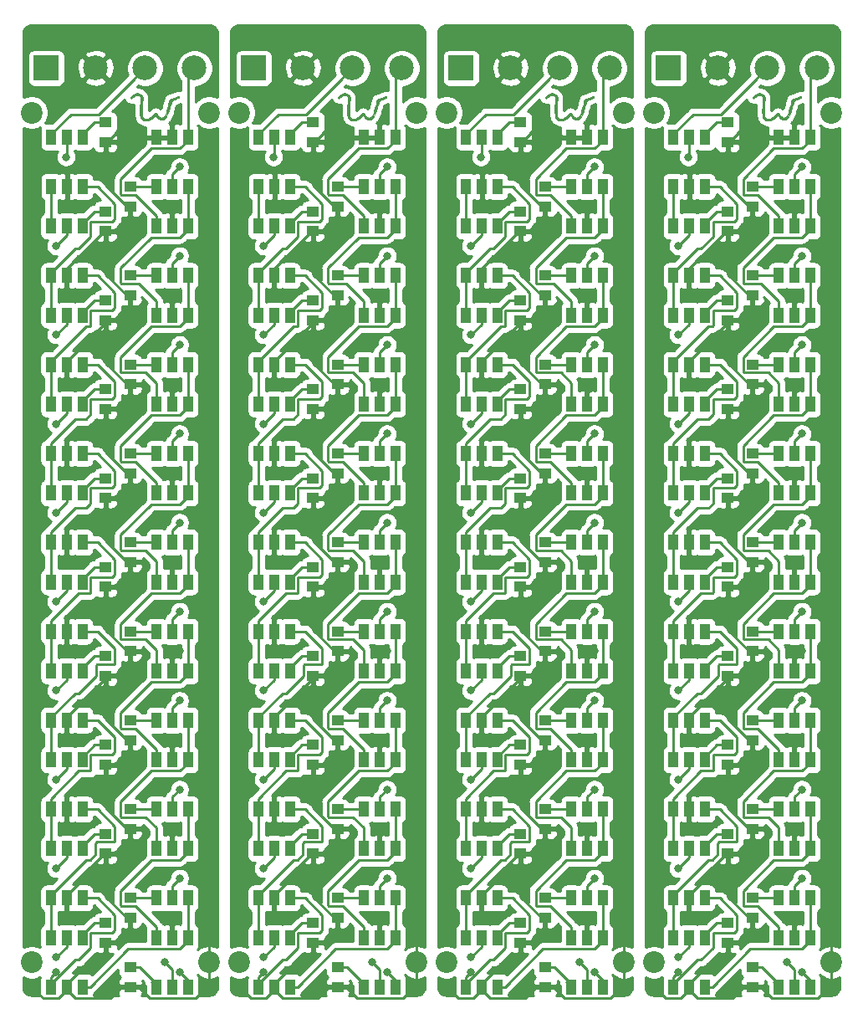
<source format=gbr>
G04 #@! TF.GenerationSoftware,KiCad,Pcbnew,5.1.0*
G04 #@! TF.CreationDate,2019-04-11T23:39:49-05:00*
G04 #@! TF.ProjectId,Strips,53747269-7073-42e6-9b69-6361645f7063,rev?*
G04 #@! TF.SameCoordinates,Original*
G04 #@! TF.FileFunction,Copper,L1,Top*
G04 #@! TF.FilePolarity,Positive*
%FSLAX46Y46*%
G04 Gerber Fmt 4.6, Leading zero omitted, Abs format (unit mm)*
G04 Created by KiCad (PCBNEW 5.1.0) date 2019-04-11 23:39:49*
%MOMM*%
%LPD*%
G04 APERTURE LIST*
%ADD10C,0.010000*%
%ADD11C,2.200000*%
%ADD12R,1.000000X1.600000*%
%ADD13R,1.250000X1.000000*%
%ADD14R,2.500000X2.500000*%
%ADD15C,2.500000*%
%ADD16C,0.800000*%
%ADD17C,0.250000*%
%ADD18C,0.254000*%
G04 APERTURE END LIST*
D10*
G36*
X184369413Y-52079101D02*
G01*
X184552476Y-52171441D01*
X184688408Y-52305243D01*
X184695789Y-52316445D01*
X184734296Y-52386560D01*
X184755787Y-52461161D01*
X184762260Y-52561906D01*
X184755713Y-52710454D01*
X184744912Y-52849000D01*
X184731318Y-53057176D01*
X184720127Y-53315106D01*
X184712606Y-53587886D01*
X184710038Y-53809064D01*
X184710779Y-54041042D01*
X184715613Y-54205025D01*
X184726695Y-54317664D01*
X184746180Y-54395610D01*
X184776225Y-54455512D01*
X184797732Y-54486397D01*
X184883602Y-54571274D01*
X184997178Y-54611004D01*
X185070016Y-54619227D01*
X185317890Y-54600096D01*
X185545719Y-54502890D01*
X185759344Y-54324818D01*
X185814224Y-54263825D01*
X185918892Y-54150241D01*
X186009066Y-54068178D01*
X186066141Y-54034453D01*
X186068112Y-54034334D01*
X186123755Y-54067452D01*
X186197182Y-54151096D01*
X186229505Y-54198393D01*
X186376869Y-54389127D01*
X186526913Y-54503226D01*
X186674284Y-54539020D01*
X186813631Y-54494837D01*
X186907971Y-54410223D01*
X186988653Y-54301415D01*
X187058934Y-54173458D01*
X187126082Y-54009221D01*
X187197364Y-53791574D01*
X187255985Y-53589834D01*
X187315450Y-53379010D01*
X187377683Y-53159557D01*
X187431333Y-52971471D01*
X187442246Y-52933442D01*
X187521416Y-52658050D01*
X187949565Y-52494582D01*
X188167567Y-52415972D01*
X188315998Y-52373703D01*
X188401001Y-52366227D01*
X188422145Y-52375545D01*
X188452677Y-52434474D01*
X188419740Y-52494145D01*
X188317286Y-52559634D01*
X188139270Y-52636021D01*
X188089887Y-52654600D01*
X187930263Y-52716840D01*
X187799296Y-52773866D01*
X187719270Y-52815783D01*
X187708527Y-52823933D01*
X187680315Y-52880037D01*
X187636526Y-53001746D01*
X187582553Y-53172637D01*
X187523790Y-53376288D01*
X187507251Y-53436804D01*
X187396737Y-53818610D01*
X187290651Y-54123568D01*
X187184846Y-54359062D01*
X187075173Y-54532475D01*
X186957485Y-54651190D01*
X186827635Y-54722591D01*
X186776069Y-54738398D01*
X186602379Y-54741191D01*
X186418574Y-54674646D01*
X186246259Y-54547924D01*
X186192569Y-54490944D01*
X186041511Y-54314467D01*
X185871542Y-54491355D01*
X185687034Y-54657866D01*
X185503712Y-54760737D01*
X185290918Y-54814778D01*
X185176413Y-54827186D01*
X185018971Y-54833485D01*
X184909906Y-54817957D01*
X184814244Y-54773620D01*
X184772334Y-54746552D01*
X184644087Y-54618677D01*
X184552698Y-54431493D01*
X184497655Y-54181317D01*
X184478449Y-53864461D01*
X184494569Y-53477242D01*
X184539182Y-53063076D01*
X184567945Y-52811873D01*
X184575189Y-52628459D01*
X184557137Y-52497833D01*
X184510009Y-52404997D01*
X184430027Y-52334951D01*
X184343702Y-52287122D01*
X184198658Y-52242101D01*
X184060297Y-52260585D01*
X183912541Y-52347350D01*
X183796579Y-52449650D01*
X183701116Y-52535110D01*
X183638509Y-52565811D01*
X183586292Y-52551090D01*
X183573527Y-52542361D01*
X183526073Y-52497661D01*
X183532352Y-52448669D01*
X183570525Y-52389482D01*
X183679960Y-52276072D01*
X183832501Y-52169287D01*
X183997405Y-52086782D01*
X184143928Y-52046212D01*
X184170974Y-52044667D01*
X184369413Y-52079101D01*
X184369413Y-52079101D01*
G37*
X184369413Y-52079101D02*
X184552476Y-52171441D01*
X184688408Y-52305243D01*
X184695789Y-52316445D01*
X184734296Y-52386560D01*
X184755787Y-52461161D01*
X184762260Y-52561906D01*
X184755713Y-52710454D01*
X184744912Y-52849000D01*
X184731318Y-53057176D01*
X184720127Y-53315106D01*
X184712606Y-53587886D01*
X184710038Y-53809064D01*
X184710779Y-54041042D01*
X184715613Y-54205025D01*
X184726695Y-54317664D01*
X184746180Y-54395610D01*
X184776225Y-54455512D01*
X184797732Y-54486397D01*
X184883602Y-54571274D01*
X184997178Y-54611004D01*
X185070016Y-54619227D01*
X185317890Y-54600096D01*
X185545719Y-54502890D01*
X185759344Y-54324818D01*
X185814224Y-54263825D01*
X185918892Y-54150241D01*
X186009066Y-54068178D01*
X186066141Y-54034453D01*
X186068112Y-54034334D01*
X186123755Y-54067452D01*
X186197182Y-54151096D01*
X186229505Y-54198393D01*
X186376869Y-54389127D01*
X186526913Y-54503226D01*
X186674284Y-54539020D01*
X186813631Y-54494837D01*
X186907971Y-54410223D01*
X186988653Y-54301415D01*
X187058934Y-54173458D01*
X187126082Y-54009221D01*
X187197364Y-53791574D01*
X187255985Y-53589834D01*
X187315450Y-53379010D01*
X187377683Y-53159557D01*
X187431333Y-52971471D01*
X187442246Y-52933442D01*
X187521416Y-52658050D01*
X187949565Y-52494582D01*
X188167567Y-52415972D01*
X188315998Y-52373703D01*
X188401001Y-52366227D01*
X188422145Y-52375545D01*
X188452677Y-52434474D01*
X188419740Y-52494145D01*
X188317286Y-52559634D01*
X188139270Y-52636021D01*
X188089887Y-52654600D01*
X187930263Y-52716840D01*
X187799296Y-52773866D01*
X187719270Y-52815783D01*
X187708527Y-52823933D01*
X187680315Y-52880037D01*
X187636526Y-53001746D01*
X187582553Y-53172637D01*
X187523790Y-53376288D01*
X187507251Y-53436804D01*
X187396737Y-53818610D01*
X187290651Y-54123568D01*
X187184846Y-54359062D01*
X187075173Y-54532475D01*
X186957485Y-54651190D01*
X186827635Y-54722591D01*
X186776069Y-54738398D01*
X186602379Y-54741191D01*
X186418574Y-54674646D01*
X186246259Y-54547924D01*
X186192569Y-54490944D01*
X186041511Y-54314467D01*
X185871542Y-54491355D01*
X185687034Y-54657866D01*
X185503712Y-54760737D01*
X185290918Y-54814778D01*
X185176413Y-54827186D01*
X185018971Y-54833485D01*
X184909906Y-54817957D01*
X184814244Y-54773620D01*
X184772334Y-54746552D01*
X184644087Y-54618677D01*
X184552698Y-54431493D01*
X184497655Y-54181317D01*
X184478449Y-53864461D01*
X184494569Y-53477242D01*
X184539182Y-53063076D01*
X184567945Y-52811873D01*
X184575189Y-52628459D01*
X184557137Y-52497833D01*
X184510009Y-52404997D01*
X184430027Y-52334951D01*
X184343702Y-52287122D01*
X184198658Y-52242101D01*
X184060297Y-52260585D01*
X183912541Y-52347350D01*
X183796579Y-52449650D01*
X183701116Y-52535110D01*
X183638509Y-52565811D01*
X183586292Y-52551090D01*
X183573527Y-52542361D01*
X183526073Y-52497661D01*
X183532352Y-52448669D01*
X183570525Y-52389482D01*
X183679960Y-52276072D01*
X183832501Y-52169287D01*
X183997405Y-52086782D01*
X184143928Y-52046212D01*
X184170974Y-52044667D01*
X184369413Y-52079101D01*
G36*
X205369413Y-52079101D02*
G01*
X205552476Y-52171441D01*
X205688408Y-52305243D01*
X205695789Y-52316445D01*
X205734296Y-52386560D01*
X205755787Y-52461161D01*
X205762260Y-52561906D01*
X205755713Y-52710454D01*
X205744912Y-52849000D01*
X205731318Y-53057176D01*
X205720127Y-53315106D01*
X205712606Y-53587886D01*
X205710038Y-53809064D01*
X205710779Y-54041042D01*
X205715613Y-54205025D01*
X205726695Y-54317664D01*
X205746180Y-54395610D01*
X205776225Y-54455512D01*
X205797732Y-54486397D01*
X205883602Y-54571274D01*
X205997178Y-54611004D01*
X206070016Y-54619227D01*
X206317890Y-54600096D01*
X206545719Y-54502890D01*
X206759344Y-54324818D01*
X206814224Y-54263825D01*
X206918892Y-54150241D01*
X207009066Y-54068178D01*
X207066141Y-54034453D01*
X207068112Y-54034334D01*
X207123755Y-54067452D01*
X207197182Y-54151096D01*
X207229505Y-54198393D01*
X207376869Y-54389127D01*
X207526913Y-54503226D01*
X207674284Y-54539020D01*
X207813631Y-54494837D01*
X207907971Y-54410223D01*
X207988653Y-54301415D01*
X208058934Y-54173458D01*
X208126082Y-54009221D01*
X208197364Y-53791574D01*
X208255985Y-53589834D01*
X208315450Y-53379010D01*
X208377683Y-53159557D01*
X208431333Y-52971471D01*
X208442246Y-52933442D01*
X208521416Y-52658050D01*
X208949565Y-52494582D01*
X209167567Y-52415972D01*
X209315998Y-52373703D01*
X209401001Y-52366227D01*
X209422145Y-52375545D01*
X209452677Y-52434474D01*
X209419740Y-52494145D01*
X209317286Y-52559634D01*
X209139270Y-52636021D01*
X209089887Y-52654600D01*
X208930263Y-52716840D01*
X208799296Y-52773866D01*
X208719270Y-52815783D01*
X208708527Y-52823933D01*
X208680315Y-52880037D01*
X208636526Y-53001746D01*
X208582553Y-53172637D01*
X208523790Y-53376288D01*
X208507251Y-53436804D01*
X208396737Y-53818610D01*
X208290651Y-54123568D01*
X208184846Y-54359062D01*
X208075173Y-54532475D01*
X207957485Y-54651190D01*
X207827635Y-54722591D01*
X207776069Y-54738398D01*
X207602379Y-54741191D01*
X207418574Y-54674646D01*
X207246259Y-54547924D01*
X207192569Y-54490944D01*
X207041511Y-54314467D01*
X206871542Y-54491355D01*
X206687034Y-54657866D01*
X206503712Y-54760737D01*
X206290918Y-54814778D01*
X206176413Y-54827186D01*
X206018971Y-54833485D01*
X205909906Y-54817957D01*
X205814244Y-54773620D01*
X205772334Y-54746552D01*
X205644087Y-54618677D01*
X205552698Y-54431493D01*
X205497655Y-54181317D01*
X205478449Y-53864461D01*
X205494569Y-53477242D01*
X205539182Y-53063076D01*
X205567945Y-52811873D01*
X205575189Y-52628459D01*
X205557137Y-52497833D01*
X205510009Y-52404997D01*
X205430027Y-52334951D01*
X205343702Y-52287122D01*
X205198658Y-52242101D01*
X205060297Y-52260585D01*
X204912541Y-52347350D01*
X204796579Y-52449650D01*
X204701116Y-52535110D01*
X204638509Y-52565811D01*
X204586292Y-52551090D01*
X204573527Y-52542361D01*
X204526073Y-52497661D01*
X204532352Y-52448669D01*
X204570525Y-52389482D01*
X204679960Y-52276072D01*
X204832501Y-52169287D01*
X204997405Y-52086782D01*
X205143928Y-52046212D01*
X205170974Y-52044667D01*
X205369413Y-52079101D01*
X205369413Y-52079101D01*
G37*
X205369413Y-52079101D02*
X205552476Y-52171441D01*
X205688408Y-52305243D01*
X205695789Y-52316445D01*
X205734296Y-52386560D01*
X205755787Y-52461161D01*
X205762260Y-52561906D01*
X205755713Y-52710454D01*
X205744912Y-52849000D01*
X205731318Y-53057176D01*
X205720127Y-53315106D01*
X205712606Y-53587886D01*
X205710038Y-53809064D01*
X205710779Y-54041042D01*
X205715613Y-54205025D01*
X205726695Y-54317664D01*
X205746180Y-54395610D01*
X205776225Y-54455512D01*
X205797732Y-54486397D01*
X205883602Y-54571274D01*
X205997178Y-54611004D01*
X206070016Y-54619227D01*
X206317890Y-54600096D01*
X206545719Y-54502890D01*
X206759344Y-54324818D01*
X206814224Y-54263825D01*
X206918892Y-54150241D01*
X207009066Y-54068178D01*
X207066141Y-54034453D01*
X207068112Y-54034334D01*
X207123755Y-54067452D01*
X207197182Y-54151096D01*
X207229505Y-54198393D01*
X207376869Y-54389127D01*
X207526913Y-54503226D01*
X207674284Y-54539020D01*
X207813631Y-54494837D01*
X207907971Y-54410223D01*
X207988653Y-54301415D01*
X208058934Y-54173458D01*
X208126082Y-54009221D01*
X208197364Y-53791574D01*
X208255985Y-53589834D01*
X208315450Y-53379010D01*
X208377683Y-53159557D01*
X208431333Y-52971471D01*
X208442246Y-52933442D01*
X208521416Y-52658050D01*
X208949565Y-52494582D01*
X209167567Y-52415972D01*
X209315998Y-52373703D01*
X209401001Y-52366227D01*
X209422145Y-52375545D01*
X209452677Y-52434474D01*
X209419740Y-52494145D01*
X209317286Y-52559634D01*
X209139270Y-52636021D01*
X209089887Y-52654600D01*
X208930263Y-52716840D01*
X208799296Y-52773866D01*
X208719270Y-52815783D01*
X208708527Y-52823933D01*
X208680315Y-52880037D01*
X208636526Y-53001746D01*
X208582553Y-53172637D01*
X208523790Y-53376288D01*
X208507251Y-53436804D01*
X208396737Y-53818610D01*
X208290651Y-54123568D01*
X208184846Y-54359062D01*
X208075173Y-54532475D01*
X207957485Y-54651190D01*
X207827635Y-54722591D01*
X207776069Y-54738398D01*
X207602379Y-54741191D01*
X207418574Y-54674646D01*
X207246259Y-54547924D01*
X207192569Y-54490944D01*
X207041511Y-54314467D01*
X206871542Y-54491355D01*
X206687034Y-54657866D01*
X206503712Y-54760737D01*
X206290918Y-54814778D01*
X206176413Y-54827186D01*
X206018971Y-54833485D01*
X205909906Y-54817957D01*
X205814244Y-54773620D01*
X205772334Y-54746552D01*
X205644087Y-54618677D01*
X205552698Y-54431493D01*
X205497655Y-54181317D01*
X205478449Y-53864461D01*
X205494569Y-53477242D01*
X205539182Y-53063076D01*
X205567945Y-52811873D01*
X205575189Y-52628459D01*
X205557137Y-52497833D01*
X205510009Y-52404997D01*
X205430027Y-52334951D01*
X205343702Y-52287122D01*
X205198658Y-52242101D01*
X205060297Y-52260585D01*
X204912541Y-52347350D01*
X204796579Y-52449650D01*
X204701116Y-52535110D01*
X204638509Y-52565811D01*
X204586292Y-52551090D01*
X204573527Y-52542361D01*
X204526073Y-52497661D01*
X204532352Y-52448669D01*
X204570525Y-52389482D01*
X204679960Y-52276072D01*
X204832501Y-52169287D01*
X204997405Y-52086782D01*
X205143928Y-52046212D01*
X205170974Y-52044667D01*
X205369413Y-52079101D01*
G36*
X163369413Y-52079101D02*
G01*
X163552476Y-52171441D01*
X163688408Y-52305243D01*
X163695789Y-52316445D01*
X163734296Y-52386560D01*
X163755787Y-52461161D01*
X163762260Y-52561906D01*
X163755713Y-52710454D01*
X163744912Y-52849000D01*
X163731318Y-53057176D01*
X163720127Y-53315106D01*
X163712606Y-53587886D01*
X163710038Y-53809064D01*
X163710779Y-54041042D01*
X163715613Y-54205025D01*
X163726695Y-54317664D01*
X163746180Y-54395610D01*
X163776225Y-54455512D01*
X163797732Y-54486397D01*
X163883602Y-54571274D01*
X163997178Y-54611004D01*
X164070016Y-54619227D01*
X164317890Y-54600096D01*
X164545719Y-54502890D01*
X164759344Y-54324818D01*
X164814224Y-54263825D01*
X164918892Y-54150241D01*
X165009066Y-54068178D01*
X165066141Y-54034453D01*
X165068112Y-54034334D01*
X165123755Y-54067452D01*
X165197182Y-54151096D01*
X165229505Y-54198393D01*
X165376869Y-54389127D01*
X165526913Y-54503226D01*
X165674284Y-54539020D01*
X165813631Y-54494837D01*
X165907971Y-54410223D01*
X165988653Y-54301415D01*
X166058934Y-54173458D01*
X166126082Y-54009221D01*
X166197364Y-53791574D01*
X166255985Y-53589834D01*
X166315450Y-53379010D01*
X166377683Y-53159557D01*
X166431333Y-52971471D01*
X166442246Y-52933442D01*
X166521416Y-52658050D01*
X166949565Y-52494582D01*
X167167567Y-52415972D01*
X167315998Y-52373703D01*
X167401001Y-52366227D01*
X167422145Y-52375545D01*
X167452677Y-52434474D01*
X167419740Y-52494145D01*
X167317286Y-52559634D01*
X167139270Y-52636021D01*
X167089887Y-52654600D01*
X166930263Y-52716840D01*
X166799296Y-52773866D01*
X166719270Y-52815783D01*
X166708527Y-52823933D01*
X166680315Y-52880037D01*
X166636526Y-53001746D01*
X166582553Y-53172637D01*
X166523790Y-53376288D01*
X166507251Y-53436804D01*
X166396737Y-53818610D01*
X166290651Y-54123568D01*
X166184846Y-54359062D01*
X166075173Y-54532475D01*
X165957485Y-54651190D01*
X165827635Y-54722591D01*
X165776069Y-54738398D01*
X165602379Y-54741191D01*
X165418574Y-54674646D01*
X165246259Y-54547924D01*
X165192569Y-54490944D01*
X165041511Y-54314467D01*
X164871542Y-54491355D01*
X164687034Y-54657866D01*
X164503712Y-54760737D01*
X164290918Y-54814778D01*
X164176413Y-54827186D01*
X164018971Y-54833485D01*
X163909906Y-54817957D01*
X163814244Y-54773620D01*
X163772334Y-54746552D01*
X163644087Y-54618677D01*
X163552698Y-54431493D01*
X163497655Y-54181317D01*
X163478449Y-53864461D01*
X163494569Y-53477242D01*
X163539182Y-53063076D01*
X163567945Y-52811873D01*
X163575189Y-52628459D01*
X163557137Y-52497833D01*
X163510009Y-52404997D01*
X163430027Y-52334951D01*
X163343702Y-52287122D01*
X163198658Y-52242101D01*
X163060297Y-52260585D01*
X162912541Y-52347350D01*
X162796579Y-52449650D01*
X162701116Y-52535110D01*
X162638509Y-52565811D01*
X162586292Y-52551090D01*
X162573527Y-52542361D01*
X162526073Y-52497661D01*
X162532352Y-52448669D01*
X162570525Y-52389482D01*
X162679960Y-52276072D01*
X162832501Y-52169287D01*
X162997405Y-52086782D01*
X163143928Y-52046212D01*
X163170974Y-52044667D01*
X163369413Y-52079101D01*
X163369413Y-52079101D01*
G37*
X163369413Y-52079101D02*
X163552476Y-52171441D01*
X163688408Y-52305243D01*
X163695789Y-52316445D01*
X163734296Y-52386560D01*
X163755787Y-52461161D01*
X163762260Y-52561906D01*
X163755713Y-52710454D01*
X163744912Y-52849000D01*
X163731318Y-53057176D01*
X163720127Y-53315106D01*
X163712606Y-53587886D01*
X163710038Y-53809064D01*
X163710779Y-54041042D01*
X163715613Y-54205025D01*
X163726695Y-54317664D01*
X163746180Y-54395610D01*
X163776225Y-54455512D01*
X163797732Y-54486397D01*
X163883602Y-54571274D01*
X163997178Y-54611004D01*
X164070016Y-54619227D01*
X164317890Y-54600096D01*
X164545719Y-54502890D01*
X164759344Y-54324818D01*
X164814224Y-54263825D01*
X164918892Y-54150241D01*
X165009066Y-54068178D01*
X165066141Y-54034453D01*
X165068112Y-54034334D01*
X165123755Y-54067452D01*
X165197182Y-54151096D01*
X165229505Y-54198393D01*
X165376869Y-54389127D01*
X165526913Y-54503226D01*
X165674284Y-54539020D01*
X165813631Y-54494837D01*
X165907971Y-54410223D01*
X165988653Y-54301415D01*
X166058934Y-54173458D01*
X166126082Y-54009221D01*
X166197364Y-53791574D01*
X166255985Y-53589834D01*
X166315450Y-53379010D01*
X166377683Y-53159557D01*
X166431333Y-52971471D01*
X166442246Y-52933442D01*
X166521416Y-52658050D01*
X166949565Y-52494582D01*
X167167567Y-52415972D01*
X167315998Y-52373703D01*
X167401001Y-52366227D01*
X167422145Y-52375545D01*
X167452677Y-52434474D01*
X167419740Y-52494145D01*
X167317286Y-52559634D01*
X167139270Y-52636021D01*
X167089887Y-52654600D01*
X166930263Y-52716840D01*
X166799296Y-52773866D01*
X166719270Y-52815783D01*
X166708527Y-52823933D01*
X166680315Y-52880037D01*
X166636526Y-53001746D01*
X166582553Y-53172637D01*
X166523790Y-53376288D01*
X166507251Y-53436804D01*
X166396737Y-53818610D01*
X166290651Y-54123568D01*
X166184846Y-54359062D01*
X166075173Y-54532475D01*
X165957485Y-54651190D01*
X165827635Y-54722591D01*
X165776069Y-54738398D01*
X165602379Y-54741191D01*
X165418574Y-54674646D01*
X165246259Y-54547924D01*
X165192569Y-54490944D01*
X165041511Y-54314467D01*
X164871542Y-54491355D01*
X164687034Y-54657866D01*
X164503712Y-54760737D01*
X164290918Y-54814778D01*
X164176413Y-54827186D01*
X164018971Y-54833485D01*
X163909906Y-54817957D01*
X163814244Y-54773620D01*
X163772334Y-54746552D01*
X163644087Y-54618677D01*
X163552698Y-54431493D01*
X163497655Y-54181317D01*
X163478449Y-53864461D01*
X163494569Y-53477242D01*
X163539182Y-53063076D01*
X163567945Y-52811873D01*
X163575189Y-52628459D01*
X163557137Y-52497833D01*
X163510009Y-52404997D01*
X163430027Y-52334951D01*
X163343702Y-52287122D01*
X163198658Y-52242101D01*
X163060297Y-52260585D01*
X162912541Y-52347350D01*
X162796579Y-52449650D01*
X162701116Y-52535110D01*
X162638509Y-52565811D01*
X162586292Y-52551090D01*
X162573527Y-52542361D01*
X162526073Y-52497661D01*
X162532352Y-52448669D01*
X162570525Y-52389482D01*
X162679960Y-52276072D01*
X162832501Y-52169287D01*
X162997405Y-52086782D01*
X163143928Y-52046212D01*
X163170974Y-52044667D01*
X163369413Y-52079101D01*
G36*
X142369413Y-52079101D02*
G01*
X142552476Y-52171441D01*
X142688408Y-52305243D01*
X142695789Y-52316445D01*
X142734296Y-52386560D01*
X142755787Y-52461161D01*
X142762260Y-52561906D01*
X142755713Y-52710454D01*
X142744912Y-52849000D01*
X142731318Y-53057176D01*
X142720127Y-53315106D01*
X142712606Y-53587886D01*
X142710038Y-53809064D01*
X142710779Y-54041042D01*
X142715613Y-54205025D01*
X142726695Y-54317664D01*
X142746180Y-54395610D01*
X142776225Y-54455512D01*
X142797732Y-54486397D01*
X142883602Y-54571274D01*
X142997178Y-54611004D01*
X143070016Y-54619227D01*
X143317890Y-54600096D01*
X143545719Y-54502890D01*
X143759344Y-54324818D01*
X143814224Y-54263825D01*
X143918892Y-54150241D01*
X144009066Y-54068178D01*
X144066141Y-54034453D01*
X144068112Y-54034334D01*
X144123755Y-54067452D01*
X144197182Y-54151096D01*
X144229505Y-54198393D01*
X144376869Y-54389127D01*
X144526913Y-54503226D01*
X144674284Y-54539020D01*
X144813631Y-54494837D01*
X144907971Y-54410223D01*
X144988653Y-54301415D01*
X145058934Y-54173458D01*
X145126082Y-54009221D01*
X145197364Y-53791574D01*
X145255985Y-53589834D01*
X145315450Y-53379010D01*
X145377683Y-53159557D01*
X145431333Y-52971471D01*
X145442246Y-52933442D01*
X145521416Y-52658050D01*
X145949565Y-52494582D01*
X146167567Y-52415972D01*
X146315998Y-52373703D01*
X146401001Y-52366227D01*
X146422145Y-52375545D01*
X146452677Y-52434474D01*
X146419740Y-52494145D01*
X146317286Y-52559634D01*
X146139270Y-52636021D01*
X146089887Y-52654600D01*
X145930263Y-52716840D01*
X145799296Y-52773866D01*
X145719270Y-52815783D01*
X145708527Y-52823933D01*
X145680315Y-52880037D01*
X145636526Y-53001746D01*
X145582553Y-53172637D01*
X145523790Y-53376288D01*
X145507251Y-53436804D01*
X145396737Y-53818610D01*
X145290651Y-54123568D01*
X145184846Y-54359062D01*
X145075173Y-54532475D01*
X144957485Y-54651190D01*
X144827635Y-54722591D01*
X144776069Y-54738398D01*
X144602379Y-54741191D01*
X144418574Y-54674646D01*
X144246259Y-54547924D01*
X144192569Y-54490944D01*
X144041511Y-54314467D01*
X143871542Y-54491355D01*
X143687034Y-54657866D01*
X143503712Y-54760737D01*
X143290918Y-54814778D01*
X143176413Y-54827186D01*
X143018971Y-54833485D01*
X142909906Y-54817957D01*
X142814244Y-54773620D01*
X142772334Y-54746552D01*
X142644087Y-54618677D01*
X142552698Y-54431493D01*
X142497655Y-54181317D01*
X142478449Y-53864461D01*
X142494569Y-53477242D01*
X142539182Y-53063076D01*
X142567945Y-52811873D01*
X142575189Y-52628459D01*
X142557137Y-52497833D01*
X142510009Y-52404997D01*
X142430027Y-52334951D01*
X142343702Y-52287122D01*
X142198658Y-52242101D01*
X142060297Y-52260585D01*
X141912541Y-52347350D01*
X141796579Y-52449650D01*
X141701116Y-52535110D01*
X141638509Y-52565811D01*
X141586292Y-52551090D01*
X141573527Y-52542361D01*
X141526073Y-52497661D01*
X141532352Y-52448669D01*
X141570525Y-52389482D01*
X141679960Y-52276072D01*
X141832501Y-52169287D01*
X141997405Y-52086782D01*
X142143928Y-52046212D01*
X142170974Y-52044667D01*
X142369413Y-52079101D01*
X142369413Y-52079101D01*
G37*
X142369413Y-52079101D02*
X142552476Y-52171441D01*
X142688408Y-52305243D01*
X142695789Y-52316445D01*
X142734296Y-52386560D01*
X142755787Y-52461161D01*
X142762260Y-52561906D01*
X142755713Y-52710454D01*
X142744912Y-52849000D01*
X142731318Y-53057176D01*
X142720127Y-53315106D01*
X142712606Y-53587886D01*
X142710038Y-53809064D01*
X142710779Y-54041042D01*
X142715613Y-54205025D01*
X142726695Y-54317664D01*
X142746180Y-54395610D01*
X142776225Y-54455512D01*
X142797732Y-54486397D01*
X142883602Y-54571274D01*
X142997178Y-54611004D01*
X143070016Y-54619227D01*
X143317890Y-54600096D01*
X143545719Y-54502890D01*
X143759344Y-54324818D01*
X143814224Y-54263825D01*
X143918892Y-54150241D01*
X144009066Y-54068178D01*
X144066141Y-54034453D01*
X144068112Y-54034334D01*
X144123755Y-54067452D01*
X144197182Y-54151096D01*
X144229505Y-54198393D01*
X144376869Y-54389127D01*
X144526913Y-54503226D01*
X144674284Y-54539020D01*
X144813631Y-54494837D01*
X144907971Y-54410223D01*
X144988653Y-54301415D01*
X145058934Y-54173458D01*
X145126082Y-54009221D01*
X145197364Y-53791574D01*
X145255985Y-53589834D01*
X145315450Y-53379010D01*
X145377683Y-53159557D01*
X145431333Y-52971471D01*
X145442246Y-52933442D01*
X145521416Y-52658050D01*
X145949565Y-52494582D01*
X146167567Y-52415972D01*
X146315998Y-52373703D01*
X146401001Y-52366227D01*
X146422145Y-52375545D01*
X146452677Y-52434474D01*
X146419740Y-52494145D01*
X146317286Y-52559634D01*
X146139270Y-52636021D01*
X146089887Y-52654600D01*
X145930263Y-52716840D01*
X145799296Y-52773866D01*
X145719270Y-52815783D01*
X145708527Y-52823933D01*
X145680315Y-52880037D01*
X145636526Y-53001746D01*
X145582553Y-53172637D01*
X145523790Y-53376288D01*
X145507251Y-53436804D01*
X145396737Y-53818610D01*
X145290651Y-54123568D01*
X145184846Y-54359062D01*
X145075173Y-54532475D01*
X144957485Y-54651190D01*
X144827635Y-54722591D01*
X144776069Y-54738398D01*
X144602379Y-54741191D01*
X144418574Y-54674646D01*
X144246259Y-54547924D01*
X144192569Y-54490944D01*
X144041511Y-54314467D01*
X143871542Y-54491355D01*
X143687034Y-54657866D01*
X143503712Y-54760737D01*
X143290918Y-54814778D01*
X143176413Y-54827186D01*
X143018971Y-54833485D01*
X142909906Y-54817957D01*
X142814244Y-54773620D01*
X142772334Y-54746552D01*
X142644087Y-54618677D01*
X142552698Y-54431493D01*
X142497655Y-54181317D01*
X142478449Y-53864461D01*
X142494569Y-53477242D01*
X142539182Y-53063076D01*
X142567945Y-52811873D01*
X142575189Y-52628459D01*
X142557137Y-52497833D01*
X142510009Y-52404997D01*
X142430027Y-52334951D01*
X142343702Y-52287122D01*
X142198658Y-52242101D01*
X142060297Y-52260585D01*
X141912541Y-52347350D01*
X141796579Y-52449650D01*
X141701116Y-52535110D01*
X141638509Y-52565811D01*
X141586292Y-52551090D01*
X141573527Y-52542361D01*
X141526073Y-52497661D01*
X141532352Y-52448669D01*
X141570525Y-52389482D01*
X141679960Y-52276072D01*
X141832501Y-52169287D01*
X141997405Y-52086782D01*
X142143928Y-52046212D01*
X142170974Y-52044667D01*
X142369413Y-52079101D01*
D11*
X173500000Y-54000000D03*
X191500000Y-54000000D03*
X173500000Y-140000000D03*
D12*
X178675000Y-128500000D03*
X177075000Y-128500000D03*
X175475000Y-128500000D03*
X178675000Y-133500000D03*
X177075000Y-133500000D03*
X175475000Y-133500000D03*
X186150000Y-79500000D03*
X187750000Y-79500000D03*
X189350000Y-79500000D03*
X186150000Y-74500000D03*
X187750000Y-74500000D03*
X189350000Y-74500000D03*
D13*
X181000000Y-100000000D03*
X181000000Y-102000000D03*
X181000000Y-120000000D03*
X181000000Y-118000000D03*
D12*
X178675000Y-137500000D03*
X177075000Y-137500000D03*
X175475000Y-137500000D03*
X178675000Y-142500000D03*
X177075000Y-142500000D03*
X175475000Y-142500000D03*
X186150000Y-97500000D03*
X187750000Y-97500000D03*
X189350000Y-97500000D03*
X186150000Y-92500000D03*
X187750000Y-92500000D03*
X189350000Y-92500000D03*
X175475000Y-106500000D03*
X177075000Y-106500000D03*
X178675000Y-106500000D03*
X175475000Y-101500000D03*
X177075000Y-101500000D03*
X178675000Y-101500000D03*
X186150000Y-61500000D03*
X187750000Y-61500000D03*
X189350000Y-61500000D03*
X186150000Y-56500000D03*
X187750000Y-56500000D03*
X189350000Y-56500000D03*
D13*
X183500000Y-140500000D03*
X183500000Y-142500000D03*
D12*
X189350000Y-65500000D03*
X187750000Y-65500000D03*
X186150000Y-65500000D03*
X189350000Y-70500000D03*
X187750000Y-70500000D03*
X186150000Y-70500000D03*
D13*
X183500000Y-70500000D03*
X183500000Y-72500000D03*
D12*
X189350000Y-83500000D03*
X187750000Y-83500000D03*
X186150000Y-83500000D03*
X189350000Y-88500000D03*
X187750000Y-88500000D03*
X186150000Y-88500000D03*
X178675000Y-110500000D03*
X177075000Y-110500000D03*
X175475000Y-110500000D03*
X178675000Y-115500000D03*
X177075000Y-115500000D03*
X175475000Y-115500000D03*
D13*
X181000000Y-55000000D03*
X181000000Y-57000000D03*
X183500000Y-106500000D03*
X183500000Y-108500000D03*
D12*
X175475000Y-124500000D03*
X177075000Y-124500000D03*
X178675000Y-124500000D03*
X175475000Y-119500000D03*
X177075000Y-119500000D03*
X178675000Y-119500000D03*
D13*
X181000000Y-66000000D03*
X181000000Y-64000000D03*
X181000000Y-73000000D03*
X181000000Y-75000000D03*
D12*
X186150000Y-133500000D03*
X187750000Y-133500000D03*
X189350000Y-133500000D03*
X186150000Y-128500000D03*
X187750000Y-128500000D03*
X189350000Y-128500000D03*
X175500000Y-61500000D03*
X177100000Y-61500000D03*
X178700000Y-61500000D03*
X175500000Y-56500000D03*
X177100000Y-56500000D03*
X178700000Y-56500000D03*
D13*
X181000000Y-111000000D03*
X181000000Y-109000000D03*
D12*
X189350000Y-119500000D03*
X187750000Y-119500000D03*
X186150000Y-119500000D03*
X189350000Y-124500000D03*
X187750000Y-124500000D03*
X186150000Y-124500000D03*
D13*
X183500000Y-81500000D03*
X183500000Y-79500000D03*
D12*
X210350000Y-128500000D03*
X208750000Y-128500000D03*
X207150000Y-128500000D03*
X210350000Y-133500000D03*
X208750000Y-133500000D03*
X207150000Y-133500000D03*
X199700000Y-56500000D03*
X198100000Y-56500000D03*
X196500000Y-56500000D03*
X199700000Y-61500000D03*
X198100000Y-61500000D03*
X196500000Y-61500000D03*
X207150000Y-70500000D03*
X208750000Y-70500000D03*
X210350000Y-70500000D03*
X207150000Y-65500000D03*
X208750000Y-65500000D03*
X210350000Y-65500000D03*
X207150000Y-124500000D03*
X208750000Y-124500000D03*
X210350000Y-124500000D03*
X207150000Y-119500000D03*
X208750000Y-119500000D03*
X210350000Y-119500000D03*
D13*
X204500000Y-79500000D03*
X204500000Y-81500000D03*
D12*
X199675000Y-92500000D03*
X198075000Y-92500000D03*
X196475000Y-92500000D03*
X199675000Y-97500000D03*
X198075000Y-97500000D03*
X196475000Y-97500000D03*
X196475000Y-70500000D03*
X198075000Y-70500000D03*
X199675000Y-70500000D03*
X196475000Y-65500000D03*
X198075000Y-65500000D03*
X199675000Y-65500000D03*
D13*
X204500000Y-90500000D03*
X204500000Y-88500000D03*
X204500000Y-126500000D03*
X204500000Y-124500000D03*
D14*
X196000000Y-49500000D03*
D15*
X201000000Y-49500000D03*
X206000000Y-49500000D03*
X211000000Y-49500000D03*
D12*
X196475000Y-88500000D03*
X198075000Y-88500000D03*
X199675000Y-88500000D03*
X196475000Y-83500000D03*
X198075000Y-83500000D03*
X199675000Y-83500000D03*
X207150000Y-106500000D03*
X208750000Y-106500000D03*
X210350000Y-106500000D03*
X207150000Y-101500000D03*
X208750000Y-101500000D03*
X210350000Y-101500000D03*
X210350000Y-110500000D03*
X208750000Y-110500000D03*
X207150000Y-110500000D03*
X210350000Y-115500000D03*
X208750000Y-115500000D03*
X207150000Y-115500000D03*
D13*
X202000000Y-127000000D03*
X202000000Y-129000000D03*
D12*
X199675000Y-74500000D03*
X198075000Y-74500000D03*
X196475000Y-74500000D03*
X199675000Y-79500000D03*
X198075000Y-79500000D03*
X196475000Y-79500000D03*
D13*
X202000000Y-91000000D03*
X202000000Y-93000000D03*
X202000000Y-109000000D03*
X202000000Y-111000000D03*
X202000000Y-84000000D03*
X202000000Y-82000000D03*
D12*
X175475000Y-97500000D03*
X177075000Y-97500000D03*
X178675000Y-97500000D03*
X175475000Y-92500000D03*
X177075000Y-92500000D03*
X178675000Y-92500000D03*
X178675000Y-65500000D03*
X177075000Y-65500000D03*
X175475000Y-65500000D03*
X178675000Y-70500000D03*
X177075000Y-70500000D03*
X175475000Y-70500000D03*
D11*
X194500000Y-54000000D03*
D13*
X183500000Y-88500000D03*
X183500000Y-90500000D03*
X183500000Y-124500000D03*
X183500000Y-126500000D03*
D15*
X190000000Y-49500000D03*
X185000000Y-49500000D03*
X180000000Y-49500000D03*
D14*
X175000000Y-49500000D03*
D12*
X178675000Y-83500000D03*
X177075000Y-83500000D03*
X175475000Y-83500000D03*
X178675000Y-88500000D03*
X177075000Y-88500000D03*
X175475000Y-88500000D03*
X189350000Y-101500000D03*
X187750000Y-101500000D03*
X186150000Y-101500000D03*
X189350000Y-106500000D03*
X187750000Y-106500000D03*
X186150000Y-106500000D03*
X186150000Y-115500000D03*
X187750000Y-115500000D03*
X189350000Y-115500000D03*
X186150000Y-110500000D03*
X187750000Y-110500000D03*
X189350000Y-110500000D03*
D13*
X181000000Y-129000000D03*
X181000000Y-127000000D03*
D12*
X175475000Y-79500000D03*
X177075000Y-79500000D03*
X178675000Y-79500000D03*
X175475000Y-74500000D03*
X177075000Y-74500000D03*
X178675000Y-74500000D03*
X196475000Y-133500000D03*
X198075000Y-133500000D03*
X199675000Y-133500000D03*
X196475000Y-128500000D03*
X198075000Y-128500000D03*
X199675000Y-128500000D03*
X210350000Y-74500000D03*
X208750000Y-74500000D03*
X207150000Y-74500000D03*
X210350000Y-79500000D03*
X208750000Y-79500000D03*
X207150000Y-79500000D03*
D13*
X202000000Y-102000000D03*
X202000000Y-100000000D03*
X202000000Y-118000000D03*
X202000000Y-120000000D03*
D12*
X196475000Y-142500000D03*
X198075000Y-142500000D03*
X199675000Y-142500000D03*
X196475000Y-137500000D03*
X198075000Y-137500000D03*
X199675000Y-137500000D03*
X210350000Y-92500000D03*
X208750000Y-92500000D03*
X207150000Y-92500000D03*
X210350000Y-97500000D03*
X208750000Y-97500000D03*
X207150000Y-97500000D03*
X199675000Y-101500000D03*
X198075000Y-101500000D03*
X196475000Y-101500000D03*
X199675000Y-106500000D03*
X198075000Y-106500000D03*
X196475000Y-106500000D03*
X210350000Y-56500000D03*
X208750000Y-56500000D03*
X207150000Y-56500000D03*
X210350000Y-61500000D03*
X208750000Y-61500000D03*
X207150000Y-61500000D03*
D13*
X204500000Y-142500000D03*
X204500000Y-140500000D03*
D11*
X212500000Y-54000000D03*
X194500000Y-140000000D03*
D13*
X204500000Y-72500000D03*
X204500000Y-70500000D03*
D12*
X207150000Y-88500000D03*
X208750000Y-88500000D03*
X210350000Y-88500000D03*
X207150000Y-83500000D03*
X208750000Y-83500000D03*
X210350000Y-83500000D03*
X196475000Y-115500000D03*
X198075000Y-115500000D03*
X199675000Y-115500000D03*
X196475000Y-110500000D03*
X198075000Y-110500000D03*
X199675000Y-110500000D03*
D13*
X202000000Y-57000000D03*
X202000000Y-55000000D03*
X204500000Y-108500000D03*
X204500000Y-106500000D03*
D12*
X199675000Y-119500000D03*
X198075000Y-119500000D03*
X196475000Y-119500000D03*
X199675000Y-124500000D03*
X198075000Y-124500000D03*
X196475000Y-124500000D03*
D13*
X202000000Y-64000000D03*
X202000000Y-66000000D03*
X202000000Y-75000000D03*
X202000000Y-73000000D03*
X181000000Y-93000000D03*
X181000000Y-91000000D03*
X204500000Y-97500000D03*
X204500000Y-99500000D03*
X181000000Y-82000000D03*
X181000000Y-84000000D03*
D12*
X189350000Y-137500000D03*
X187750000Y-137500000D03*
X186150000Y-137500000D03*
X189350000Y-142500000D03*
X187750000Y-142500000D03*
X186150000Y-142500000D03*
D13*
X183500000Y-99500000D03*
X183500000Y-97500000D03*
D12*
X207150000Y-142500000D03*
X208750000Y-142500000D03*
X210350000Y-142500000D03*
X207150000Y-137500000D03*
X208750000Y-137500000D03*
X210350000Y-137500000D03*
D13*
X183500000Y-117500000D03*
X183500000Y-115500000D03*
X183500000Y-135500000D03*
X183500000Y-133500000D03*
X181000000Y-136000000D03*
X181000000Y-138000000D03*
X204500000Y-61500000D03*
X204500000Y-63500000D03*
X202000000Y-138000000D03*
X202000000Y-136000000D03*
D11*
X212500000Y-140000000D03*
D13*
X204500000Y-133500000D03*
X204500000Y-135500000D03*
X204500000Y-115500000D03*
X204500000Y-117500000D03*
D11*
X191500000Y-140000000D03*
D13*
X183500000Y-63500000D03*
X183500000Y-61500000D03*
D11*
X152500000Y-54000000D03*
X170500000Y-54000000D03*
X152500000Y-140000000D03*
D12*
X157675000Y-128500000D03*
X156075000Y-128500000D03*
X154475000Y-128500000D03*
X157675000Y-133500000D03*
X156075000Y-133500000D03*
X154475000Y-133500000D03*
X165150000Y-79500000D03*
X166750000Y-79500000D03*
X168350000Y-79500000D03*
X165150000Y-74500000D03*
X166750000Y-74500000D03*
X168350000Y-74500000D03*
D13*
X160000000Y-100000000D03*
X160000000Y-102000000D03*
X160000000Y-120000000D03*
X160000000Y-118000000D03*
D12*
X157675000Y-137500000D03*
X156075000Y-137500000D03*
X154475000Y-137500000D03*
X157675000Y-142500000D03*
X156075000Y-142500000D03*
X154475000Y-142500000D03*
X165150000Y-97500000D03*
X166750000Y-97500000D03*
X168350000Y-97500000D03*
X165150000Y-92500000D03*
X166750000Y-92500000D03*
X168350000Y-92500000D03*
X154475000Y-106500000D03*
X156075000Y-106500000D03*
X157675000Y-106500000D03*
X154475000Y-101500000D03*
X156075000Y-101500000D03*
X157675000Y-101500000D03*
X165150000Y-61500000D03*
X166750000Y-61500000D03*
X168350000Y-61500000D03*
X165150000Y-56500000D03*
X166750000Y-56500000D03*
X168350000Y-56500000D03*
D13*
X162500000Y-140500000D03*
X162500000Y-142500000D03*
D12*
X168350000Y-65500000D03*
X166750000Y-65500000D03*
X165150000Y-65500000D03*
X168350000Y-70500000D03*
X166750000Y-70500000D03*
X165150000Y-70500000D03*
D13*
X162500000Y-70500000D03*
X162500000Y-72500000D03*
D12*
X168350000Y-83500000D03*
X166750000Y-83500000D03*
X165150000Y-83500000D03*
X168350000Y-88500000D03*
X166750000Y-88500000D03*
X165150000Y-88500000D03*
X157675000Y-110500000D03*
X156075000Y-110500000D03*
X154475000Y-110500000D03*
X157675000Y-115500000D03*
X156075000Y-115500000D03*
X154475000Y-115500000D03*
D13*
X160000000Y-55000000D03*
X160000000Y-57000000D03*
X162500000Y-106500000D03*
X162500000Y-108500000D03*
D12*
X154475000Y-124500000D03*
X156075000Y-124500000D03*
X157675000Y-124500000D03*
X154475000Y-119500000D03*
X156075000Y-119500000D03*
X157675000Y-119500000D03*
D13*
X160000000Y-66000000D03*
X160000000Y-64000000D03*
X160000000Y-73000000D03*
X160000000Y-75000000D03*
D12*
X165150000Y-133500000D03*
X166750000Y-133500000D03*
X168350000Y-133500000D03*
X165150000Y-128500000D03*
X166750000Y-128500000D03*
X168350000Y-128500000D03*
X154500000Y-61500000D03*
X156100000Y-61500000D03*
X157700000Y-61500000D03*
X154500000Y-56500000D03*
X156100000Y-56500000D03*
X157700000Y-56500000D03*
D13*
X160000000Y-111000000D03*
X160000000Y-109000000D03*
D12*
X168350000Y-119500000D03*
X166750000Y-119500000D03*
X165150000Y-119500000D03*
X168350000Y-124500000D03*
X166750000Y-124500000D03*
X165150000Y-124500000D03*
D13*
X162500000Y-81500000D03*
X162500000Y-79500000D03*
D12*
X154475000Y-97500000D03*
X156075000Y-97500000D03*
X157675000Y-97500000D03*
X154475000Y-92500000D03*
X156075000Y-92500000D03*
X157675000Y-92500000D03*
X157675000Y-65500000D03*
X156075000Y-65500000D03*
X154475000Y-65500000D03*
X157675000Y-70500000D03*
X156075000Y-70500000D03*
X154475000Y-70500000D03*
D13*
X162500000Y-88500000D03*
X162500000Y-90500000D03*
X162500000Y-124500000D03*
X162500000Y-126500000D03*
D15*
X169000000Y-49500000D03*
X164000000Y-49500000D03*
X159000000Y-49500000D03*
D14*
X154000000Y-49500000D03*
D12*
X157675000Y-83500000D03*
X156075000Y-83500000D03*
X154475000Y-83500000D03*
X157675000Y-88500000D03*
X156075000Y-88500000D03*
X154475000Y-88500000D03*
X168350000Y-101500000D03*
X166750000Y-101500000D03*
X165150000Y-101500000D03*
X168350000Y-106500000D03*
X166750000Y-106500000D03*
X165150000Y-106500000D03*
X165150000Y-115500000D03*
X166750000Y-115500000D03*
X168350000Y-115500000D03*
X165150000Y-110500000D03*
X166750000Y-110500000D03*
X168350000Y-110500000D03*
D13*
X160000000Y-129000000D03*
X160000000Y-127000000D03*
D12*
X154475000Y-79500000D03*
X156075000Y-79500000D03*
X157675000Y-79500000D03*
X154475000Y-74500000D03*
X156075000Y-74500000D03*
X157675000Y-74500000D03*
D13*
X160000000Y-93000000D03*
X160000000Y-91000000D03*
X160000000Y-82000000D03*
X160000000Y-84000000D03*
D12*
X168350000Y-137500000D03*
X166750000Y-137500000D03*
X165150000Y-137500000D03*
X168350000Y-142500000D03*
X166750000Y-142500000D03*
X165150000Y-142500000D03*
D13*
X162500000Y-99500000D03*
X162500000Y-97500000D03*
X162500000Y-117500000D03*
X162500000Y-115500000D03*
X162500000Y-135500000D03*
X162500000Y-133500000D03*
X160000000Y-136000000D03*
X160000000Y-138000000D03*
D11*
X170500000Y-140000000D03*
D13*
X162500000Y-63500000D03*
X162500000Y-61500000D03*
D11*
X131500000Y-54000000D03*
X149500000Y-54000000D03*
X131500000Y-140000000D03*
X149500000Y-140000000D03*
D13*
X141500000Y-61500000D03*
X141500000Y-63500000D03*
X139000000Y-138000000D03*
X139000000Y-136000000D03*
X141500000Y-72500000D03*
X141500000Y-70500000D03*
X139000000Y-127000000D03*
X139000000Y-129000000D03*
X141500000Y-79500000D03*
X141500000Y-81500000D03*
X139000000Y-118000000D03*
X139000000Y-120000000D03*
X141500000Y-90500000D03*
X141500000Y-88500000D03*
X139000000Y-109000000D03*
X139000000Y-111000000D03*
X141500000Y-97500000D03*
X141500000Y-99500000D03*
X139000000Y-102000000D03*
X139000000Y-100000000D03*
X141500000Y-108500000D03*
X141500000Y-106500000D03*
X139000000Y-91000000D03*
X139000000Y-93000000D03*
X141500000Y-115500000D03*
X141500000Y-117500000D03*
X139000000Y-84000000D03*
X139000000Y-82000000D03*
X141500000Y-126500000D03*
X141500000Y-124500000D03*
X139000000Y-75000000D03*
X139000000Y-73000000D03*
X141500000Y-133500000D03*
X141500000Y-135500000D03*
X139000000Y-64000000D03*
X139000000Y-66000000D03*
X141500000Y-142500000D03*
X141500000Y-140500000D03*
X139000000Y-57000000D03*
X139000000Y-55000000D03*
D12*
X147350000Y-56500000D03*
X145750000Y-56500000D03*
X144150000Y-56500000D03*
X147350000Y-61500000D03*
X145750000Y-61500000D03*
X144150000Y-61500000D03*
X133475000Y-142500000D03*
X135075000Y-142500000D03*
X136675000Y-142500000D03*
X133475000Y-137500000D03*
X135075000Y-137500000D03*
X136675000Y-137500000D03*
X144150000Y-70500000D03*
X145750000Y-70500000D03*
X147350000Y-70500000D03*
X144150000Y-65500000D03*
X145750000Y-65500000D03*
X147350000Y-65500000D03*
X133475000Y-133500000D03*
X135075000Y-133500000D03*
X136675000Y-133500000D03*
X133475000Y-128500000D03*
X135075000Y-128500000D03*
X136675000Y-128500000D03*
X147350000Y-74500000D03*
X145750000Y-74500000D03*
X144150000Y-74500000D03*
X147350000Y-79500000D03*
X145750000Y-79500000D03*
X144150000Y-79500000D03*
X136675000Y-119500000D03*
X135075000Y-119500000D03*
X133475000Y-119500000D03*
X136675000Y-124500000D03*
X135075000Y-124500000D03*
X133475000Y-124500000D03*
X144150000Y-88500000D03*
X145750000Y-88500000D03*
X147350000Y-88500000D03*
X144150000Y-83500000D03*
X145750000Y-83500000D03*
X147350000Y-83500000D03*
X133475000Y-115500000D03*
X135075000Y-115500000D03*
X136675000Y-115500000D03*
X133475000Y-110500000D03*
X135075000Y-110500000D03*
X136675000Y-110500000D03*
X147350000Y-92500000D03*
X145750000Y-92500000D03*
X144150000Y-92500000D03*
X147350000Y-97500000D03*
X145750000Y-97500000D03*
X144150000Y-97500000D03*
X136675000Y-101500000D03*
X135075000Y-101500000D03*
X133475000Y-101500000D03*
X136675000Y-106500000D03*
X135075000Y-106500000D03*
X133475000Y-106500000D03*
X144150000Y-106500000D03*
X145750000Y-106500000D03*
X147350000Y-106500000D03*
X144150000Y-101500000D03*
X145750000Y-101500000D03*
X147350000Y-101500000D03*
X136675000Y-92500000D03*
X135075000Y-92500000D03*
X133475000Y-92500000D03*
X136675000Y-97500000D03*
X135075000Y-97500000D03*
X133475000Y-97500000D03*
X147350000Y-110500000D03*
X145750000Y-110500000D03*
X144150000Y-110500000D03*
X147350000Y-115500000D03*
X145750000Y-115500000D03*
X144150000Y-115500000D03*
X133475000Y-88500000D03*
X135075000Y-88500000D03*
X136675000Y-88500000D03*
X133475000Y-83500000D03*
X135075000Y-83500000D03*
X136675000Y-83500000D03*
X144150000Y-124500000D03*
X145750000Y-124500000D03*
X147350000Y-124500000D03*
X144150000Y-119500000D03*
X145750000Y-119500000D03*
X147350000Y-119500000D03*
X136675000Y-74500000D03*
X135075000Y-74500000D03*
X133475000Y-74500000D03*
X136675000Y-79500000D03*
X135075000Y-79500000D03*
X133475000Y-79500000D03*
X147350000Y-128500000D03*
X145750000Y-128500000D03*
X144150000Y-128500000D03*
X147350000Y-133500000D03*
X145750000Y-133500000D03*
X144150000Y-133500000D03*
X133475000Y-70500000D03*
X135075000Y-70500000D03*
X136675000Y-70500000D03*
X133475000Y-65500000D03*
X135075000Y-65500000D03*
X136675000Y-65500000D03*
X144150000Y-142500000D03*
X145750000Y-142500000D03*
X147350000Y-142500000D03*
X144150000Y-137500000D03*
X145750000Y-137500000D03*
X147350000Y-137500000D03*
X136700000Y-56500000D03*
X135100000Y-56500000D03*
X133500000Y-56500000D03*
X136700000Y-61500000D03*
X135100000Y-61500000D03*
X133500000Y-61500000D03*
D14*
X133000000Y-49500000D03*
D15*
X138000000Y-49500000D03*
X143000000Y-49500000D03*
X148000000Y-49500000D03*
D16*
X146000000Y-135500000D03*
X149500000Y-135500000D03*
X146000000Y-126500000D03*
X149500000Y-126500000D03*
X146000000Y-117500000D03*
X149500000Y-117500000D03*
X146500000Y-108500000D03*
X149500000Y-108500000D03*
X146000000Y-99500000D03*
X149500000Y-99000000D03*
X146000000Y-90500000D03*
X149500000Y-90500000D03*
X146000000Y-82000000D03*
X149500000Y-82000000D03*
X146000000Y-72500000D03*
X149500000Y-72500000D03*
X146000000Y-63500000D03*
X149500000Y-63500000D03*
X141000000Y-54000000D03*
X170500000Y-90500000D03*
X167500000Y-108500000D03*
X170500000Y-108500000D03*
X167000000Y-99500000D03*
X170500000Y-99000000D03*
X167000000Y-90500000D03*
X170500000Y-126500000D03*
X167000000Y-117500000D03*
X170500000Y-117500000D03*
X167000000Y-126500000D03*
X162000000Y-54000000D03*
X167000000Y-82000000D03*
X170500000Y-82000000D03*
X167000000Y-72500000D03*
X167000000Y-135500000D03*
X170500000Y-135500000D03*
X170500000Y-72500000D03*
X167000000Y-63500000D03*
X170500000Y-63500000D03*
X191500000Y-90500000D03*
X188500000Y-108500000D03*
X191500000Y-108500000D03*
X188000000Y-99500000D03*
X212500000Y-90500000D03*
X209500000Y-108500000D03*
X212500000Y-108500000D03*
X209000000Y-99500000D03*
X204000000Y-54000000D03*
X209000000Y-82000000D03*
X212500000Y-82000000D03*
X209000000Y-72500000D03*
X209000000Y-135500000D03*
X212500000Y-135500000D03*
X212500000Y-72500000D03*
X209000000Y-63500000D03*
X212500000Y-63500000D03*
X212500000Y-99000000D03*
X209000000Y-90500000D03*
X212500000Y-126500000D03*
X209000000Y-117500000D03*
X212500000Y-117500000D03*
X209000000Y-126500000D03*
X191500000Y-99000000D03*
X188000000Y-90500000D03*
X191500000Y-126500000D03*
X188000000Y-117500000D03*
X191500000Y-117500000D03*
X188000000Y-126500000D03*
X183000000Y-54000000D03*
X188000000Y-82000000D03*
X191500000Y-82000000D03*
X188000000Y-72500000D03*
X188000000Y-135500000D03*
X191500000Y-135500000D03*
X191500000Y-72500000D03*
X188000000Y-63500000D03*
X191500000Y-63500000D03*
X135000000Y-58500000D03*
X134000000Y-67500000D03*
X134000000Y-76500000D03*
X134000000Y-76500000D03*
X134000000Y-85500000D03*
X134000000Y-94500000D03*
X134000000Y-103500000D03*
X134000000Y-112500000D03*
X134000000Y-121500000D03*
X134000000Y-130500000D03*
X134000000Y-139500000D03*
X145000000Y-140000000D03*
X146500000Y-131500000D03*
X146500000Y-122500000D03*
X146500000Y-113500000D03*
X146500000Y-104500000D03*
X146500000Y-95500000D03*
X146500000Y-86500000D03*
X146500000Y-77500000D03*
X146500000Y-68500000D03*
X146500000Y-59500000D03*
X167500000Y-122500000D03*
X167500000Y-113500000D03*
X167500000Y-104500000D03*
X167500000Y-68500000D03*
X167500000Y-59500000D03*
X155000000Y-130500000D03*
X155000000Y-139500000D03*
X166000000Y-140000000D03*
X155000000Y-103500000D03*
X155000000Y-112500000D03*
X155000000Y-121500000D03*
X155000000Y-76500000D03*
X155000000Y-76500000D03*
X155000000Y-85500000D03*
X155000000Y-94500000D03*
X167500000Y-131500000D03*
X156000000Y-58500000D03*
X155000000Y-67500000D03*
X167500000Y-95500000D03*
X167500000Y-86500000D03*
X167500000Y-77500000D03*
X209500000Y-68500000D03*
X209500000Y-59500000D03*
X209500000Y-95500000D03*
X209500000Y-86500000D03*
X209500000Y-77500000D03*
X197000000Y-130500000D03*
X197000000Y-139500000D03*
X208000000Y-140000000D03*
X197000000Y-103500000D03*
X197000000Y-112500000D03*
X197000000Y-121500000D03*
X197000000Y-76500000D03*
X197000000Y-76500000D03*
X197000000Y-85500000D03*
X197000000Y-94500000D03*
X209500000Y-131500000D03*
X198000000Y-58500000D03*
X197000000Y-67500000D03*
X209500000Y-122500000D03*
X209500000Y-113500000D03*
X209500000Y-104500000D03*
X188500000Y-122500000D03*
X188500000Y-113500000D03*
X188500000Y-104500000D03*
X188500000Y-68500000D03*
X188500000Y-59500000D03*
X176000000Y-130500000D03*
X176000000Y-139500000D03*
X187000000Y-140000000D03*
X176000000Y-103500000D03*
X176000000Y-112500000D03*
X176000000Y-121500000D03*
X176000000Y-76500000D03*
X176000000Y-76500000D03*
X176000000Y-85500000D03*
X176000000Y-94500000D03*
X188500000Y-131500000D03*
X177000000Y-58500000D03*
X176000000Y-67500000D03*
X188500000Y-95500000D03*
X188500000Y-86500000D03*
X188500000Y-77500000D03*
X146500000Y-141000000D03*
X134000000Y-141000000D03*
X167500000Y-141000000D03*
X155000000Y-141000000D03*
X188500000Y-141000000D03*
X197000000Y-141000000D03*
X209500000Y-141000000D03*
X176000000Y-141000000D03*
D17*
X141500000Y-61500000D02*
X144150000Y-61500000D01*
X162500000Y-61500000D02*
X165150000Y-61500000D01*
X204500000Y-61500000D02*
X207150000Y-61500000D01*
X183500000Y-61500000D02*
X186150000Y-61500000D01*
X132739988Y-143649990D02*
X132000000Y-142910002D01*
X134225010Y-143649990D02*
X132739988Y-143649990D01*
X135075000Y-142800000D02*
X134225010Y-143649990D01*
X132000000Y-142910002D02*
X132000000Y-142500000D01*
X135075000Y-142200000D02*
X136775000Y-140500000D01*
X135075000Y-142500000D02*
X135075000Y-142200000D01*
X136775000Y-140500000D02*
X137500000Y-140500000D01*
X140625000Y-142500000D02*
X141500000Y-142500000D01*
X135900001Y-143625001D02*
X139499999Y-143625001D01*
X139499999Y-143625001D02*
X140625000Y-142500000D01*
X135075000Y-142800000D02*
X135900001Y-143625001D01*
X135075000Y-142500000D02*
X135075000Y-142800000D01*
X135075000Y-133200000D02*
X136775000Y-131500000D01*
X135075000Y-133500000D02*
X135075000Y-133200000D01*
X138875000Y-129000000D02*
X139000000Y-129000000D01*
X136775000Y-131100000D02*
X138875000Y-129000000D01*
X136775000Y-131500000D02*
X136775000Y-131100000D01*
X141500000Y-136250000D02*
X141500000Y-135500000D01*
X141500000Y-136375000D02*
X141500000Y-136250000D01*
X139875000Y-138000000D02*
X141500000Y-136375000D01*
X139000000Y-138000000D02*
X139875000Y-138000000D01*
X139000000Y-129750000D02*
X139000000Y-129000000D01*
X139000000Y-133346412D02*
X139000000Y-129750000D01*
X141153588Y-135500000D02*
X139000000Y-133346412D01*
X141500000Y-135500000D02*
X141153588Y-135500000D01*
X141500000Y-127250000D02*
X141500000Y-126500000D01*
X141500000Y-127375000D02*
X141500000Y-127250000D01*
X139875000Y-129000000D02*
X141500000Y-127375000D01*
X139000000Y-129000000D02*
X139875000Y-129000000D01*
X139000000Y-120750000D02*
X139000000Y-120000000D01*
X139000000Y-124346412D02*
X139000000Y-120750000D01*
X141153588Y-126500000D02*
X139000000Y-124346412D01*
X141500000Y-126500000D02*
X141153588Y-126500000D01*
X141500000Y-118250000D02*
X141500000Y-117500000D01*
X141500000Y-118375000D02*
X141500000Y-118250000D01*
X139875000Y-120000000D02*
X141500000Y-118375000D01*
X139000000Y-120000000D02*
X139875000Y-120000000D01*
X139000000Y-111750000D02*
X139000000Y-111000000D01*
X141153588Y-117500000D02*
X139000000Y-115346412D01*
X139000000Y-115346412D02*
X139000000Y-111750000D01*
X141500000Y-117500000D02*
X141153588Y-117500000D01*
X141500000Y-109250000D02*
X141500000Y-108500000D01*
X141500000Y-109375000D02*
X141500000Y-109250000D01*
X139875000Y-111000000D02*
X141500000Y-109375000D01*
X139000000Y-111000000D02*
X139875000Y-111000000D01*
X139000000Y-106346412D02*
X139000000Y-102750000D01*
X139000000Y-102750000D02*
X139000000Y-102000000D01*
X141153588Y-108500000D02*
X139000000Y-106346412D01*
X141500000Y-108500000D02*
X141153588Y-108500000D01*
X141500000Y-100375000D02*
X141500000Y-100250000D01*
X141500000Y-100250000D02*
X141500000Y-99500000D01*
X139875000Y-102000000D02*
X141500000Y-100375000D01*
X139000000Y-102000000D02*
X139875000Y-102000000D01*
X139000000Y-93750000D02*
X139000000Y-93000000D01*
X139000000Y-97346412D02*
X139000000Y-93750000D01*
X141153588Y-99500000D02*
X139000000Y-97346412D01*
X141500000Y-99500000D02*
X141153588Y-99500000D01*
X141500000Y-91250000D02*
X141500000Y-90500000D01*
X141500000Y-91375000D02*
X141500000Y-91250000D01*
X139875000Y-93000000D02*
X141500000Y-91375000D01*
X139000000Y-93000000D02*
X139875000Y-93000000D01*
X139000000Y-84750000D02*
X139000000Y-84000000D01*
X139000000Y-88346412D02*
X139000000Y-84750000D01*
X141153588Y-90500000D02*
X139000000Y-88346412D01*
X141500000Y-90500000D02*
X141153588Y-90500000D01*
X139875000Y-84000000D02*
X141500000Y-82375000D01*
X141500000Y-82250000D02*
X141500000Y-81500000D01*
X141500000Y-82375000D02*
X141500000Y-82250000D01*
X139000000Y-84000000D02*
X139875000Y-84000000D01*
X139000000Y-79346412D02*
X139000000Y-75000000D01*
X141500000Y-81500000D02*
X141153588Y-81500000D01*
X141153588Y-81500000D02*
X139000000Y-79346412D01*
X141500000Y-73250000D02*
X141500000Y-72500000D01*
X141500000Y-73375000D02*
X141500000Y-73250000D01*
X139875000Y-75000000D02*
X141500000Y-73375000D01*
X139000000Y-75000000D02*
X139875000Y-75000000D01*
X141153588Y-72500000D02*
X141500000Y-72500000D01*
X139000000Y-70346412D02*
X141153588Y-72500000D01*
X139000000Y-66000000D02*
X139000000Y-70346412D01*
X141500000Y-64250000D02*
X141500000Y-63500000D01*
X139875000Y-66000000D02*
X141500000Y-64375000D01*
X141500000Y-64375000D02*
X141500000Y-64250000D01*
X139000000Y-66000000D02*
X139875000Y-66000000D01*
X141375000Y-63500000D02*
X141500000Y-63500000D01*
X139000000Y-57000000D02*
X139000000Y-61125000D01*
X139000000Y-57750000D02*
X139000000Y-57000000D01*
X139000000Y-61346412D02*
X139000000Y-57750000D01*
X141153588Y-63500000D02*
X139000000Y-61346412D01*
X141500000Y-63500000D02*
X141153588Y-63500000D01*
X138875000Y-66000000D02*
X139000000Y-66000000D01*
X135075000Y-69800000D02*
X138875000Y-66000000D01*
X135075000Y-70500000D02*
X135075000Y-69800000D01*
X139000000Y-75275000D02*
X139000000Y-75000000D01*
X135075000Y-79200000D02*
X139000000Y-75275000D01*
X135075000Y-79500000D02*
X135075000Y-79200000D01*
X135075000Y-115200000D02*
X139000000Y-111275000D01*
X139000000Y-111275000D02*
X139000000Y-111000000D01*
X135075000Y-115500000D02*
X135075000Y-115200000D01*
X145750000Y-137500000D02*
X145750000Y-135750000D01*
X145750000Y-135750000D02*
X146000000Y-135500000D01*
X143500001Y-143625001D02*
X142375000Y-142500000D01*
X149500000Y-142235002D02*
X148110001Y-143625001D01*
X142375000Y-142500000D02*
X141500000Y-142500000D01*
X148110001Y-143625001D02*
X143500001Y-143625001D01*
X149500000Y-135500000D02*
X149500000Y-142235002D01*
X145750000Y-128500000D02*
X145750000Y-126750000D01*
X145750000Y-126750000D02*
X146000000Y-126500000D01*
X149500000Y-126500000D02*
X149500000Y-135500000D01*
X145750000Y-119500000D02*
X145750000Y-117750000D01*
X145750000Y-117750000D02*
X146000000Y-117500000D01*
X149500000Y-117500000D02*
X149500000Y-126500000D01*
X145750000Y-110500000D02*
X145750000Y-109250000D01*
X145750000Y-109250000D02*
X146500000Y-108500000D01*
X149500000Y-108500000D02*
X149500000Y-117500000D01*
X145750000Y-101500000D02*
X145750000Y-99750000D01*
X145750000Y-99750000D02*
X146000000Y-99500000D01*
X149500000Y-99000000D02*
X149500000Y-108500000D01*
X145750000Y-92500000D02*
X145750000Y-90750000D01*
X145750000Y-90750000D02*
X146000000Y-90500000D01*
X149500000Y-90500000D02*
X149500000Y-99000000D01*
X145750000Y-83500000D02*
X145750000Y-82250000D01*
X145750000Y-82250000D02*
X146000000Y-82000000D01*
X149500000Y-90500000D02*
X149500000Y-82000000D01*
X145750000Y-74500000D02*
X145750000Y-72750000D01*
X145750000Y-72750000D02*
X146000000Y-72500000D01*
X149500000Y-72500000D02*
X149500000Y-82000000D01*
X145750000Y-65500000D02*
X145750000Y-63750000D01*
X145750000Y-63750000D02*
X146000000Y-63500000D01*
X149500000Y-63500000D02*
X149500000Y-72500000D01*
X141000000Y-55000000D02*
X141000000Y-54000000D01*
X141000000Y-55125000D02*
X141000000Y-55000000D01*
X139000000Y-57000000D02*
X139125000Y-57000000D01*
X139125000Y-57000000D02*
X141000000Y-55125000D01*
X160875000Y-111000000D02*
X162500000Y-109375000D01*
X156075000Y-142200000D02*
X157775000Y-140500000D01*
X162500000Y-127250000D02*
X162500000Y-126500000D01*
X160000000Y-93000000D02*
X160875000Y-93000000D01*
X160000000Y-84750000D02*
X160000000Y-84000000D01*
X160000000Y-88346412D02*
X160000000Y-84750000D01*
X162153588Y-90500000D02*
X160000000Y-88346412D01*
X162500000Y-90500000D02*
X162153588Y-90500000D01*
X160875000Y-84000000D02*
X162500000Y-82375000D01*
X162500000Y-82250000D02*
X162500000Y-81500000D01*
X162500000Y-82375000D02*
X162500000Y-82250000D01*
X160000000Y-84000000D02*
X160875000Y-84000000D01*
X170500000Y-117500000D02*
X170500000Y-126500000D01*
X166750000Y-110500000D02*
X166750000Y-109250000D01*
X166750000Y-109250000D02*
X167500000Y-108500000D01*
X170500000Y-108500000D02*
X170500000Y-117500000D01*
X156075000Y-142500000D02*
X156075000Y-142200000D01*
X157775000Y-140500000D02*
X158500000Y-140500000D01*
X161625000Y-142500000D02*
X162500000Y-142500000D01*
X156900001Y-143625001D02*
X160499999Y-143625001D01*
X160499999Y-143625001D02*
X161625000Y-142500000D01*
X160000000Y-102000000D02*
X160875000Y-102000000D01*
X160000000Y-93750000D02*
X160000000Y-93000000D01*
X160000000Y-97346412D02*
X160000000Y-93750000D01*
X162153588Y-99500000D02*
X160000000Y-97346412D01*
X162500000Y-99500000D02*
X162153588Y-99500000D01*
X162500000Y-91250000D02*
X162500000Y-90500000D01*
X162500000Y-91375000D02*
X162500000Y-91250000D01*
X160875000Y-93000000D02*
X162500000Y-91375000D01*
X156075000Y-69800000D02*
X159875000Y-66000000D01*
X156075000Y-70500000D02*
X156075000Y-69800000D01*
X160000000Y-75275000D02*
X160000000Y-75000000D01*
X156075000Y-142800000D02*
X156900001Y-143625001D01*
X156075000Y-142500000D02*
X156075000Y-142800000D01*
X156075000Y-133200000D02*
X157775000Y-131500000D01*
X156075000Y-133500000D02*
X156075000Y-133200000D01*
X159875000Y-129000000D02*
X160000000Y-129000000D01*
X157775000Y-131100000D02*
X159875000Y-129000000D01*
X157775000Y-131500000D02*
X157775000Y-131100000D01*
X166750000Y-74500000D02*
X166750000Y-72750000D01*
X162500000Y-127375000D02*
X162500000Y-127250000D01*
X160875000Y-129000000D02*
X162500000Y-127375000D01*
X160000000Y-129000000D02*
X160875000Y-129000000D01*
X160000000Y-120750000D02*
X160000000Y-120000000D01*
X160000000Y-124346412D02*
X160000000Y-120750000D01*
X162153588Y-126500000D02*
X160000000Y-124346412D01*
X162500000Y-126500000D02*
X162153588Y-126500000D01*
X162500000Y-118250000D02*
X162500000Y-117500000D01*
X162500000Y-118375000D02*
X162500000Y-118250000D01*
X166750000Y-101500000D02*
X166750000Y-99750000D01*
X166750000Y-99750000D02*
X167000000Y-99500000D01*
X170500000Y-99000000D02*
X170500000Y-108500000D01*
X166750000Y-92500000D02*
X166750000Y-90750000D01*
X166750000Y-90750000D02*
X167000000Y-90500000D01*
X156075000Y-142800000D02*
X155225010Y-143649990D01*
X162500000Y-136250000D02*
X162500000Y-135500000D01*
X162500000Y-136375000D02*
X162500000Y-136250000D01*
X160875000Y-138000000D02*
X162500000Y-136375000D01*
X160000000Y-138000000D02*
X160875000Y-138000000D01*
X160000000Y-129750000D02*
X160000000Y-129000000D01*
X160000000Y-133346412D02*
X160000000Y-129750000D01*
X162153588Y-135500000D02*
X160000000Y-133346412D01*
X162500000Y-135500000D02*
X162153588Y-135500000D01*
X153739988Y-143649990D02*
X153000000Y-142910002D01*
X155225010Y-143649990D02*
X153739988Y-143649990D01*
X170500000Y-126500000D02*
X170500000Y-135500000D01*
X166750000Y-119500000D02*
X166750000Y-117750000D01*
X166750000Y-117750000D02*
X167000000Y-117500000D01*
X153000000Y-142910002D02*
X153000000Y-142500000D01*
X164500001Y-143625001D02*
X163375000Y-142500000D01*
X170500000Y-142235002D02*
X169110001Y-143625001D01*
X163375000Y-142500000D02*
X162500000Y-142500000D01*
X169110001Y-143625001D02*
X164500001Y-143625001D01*
X170500000Y-135500000D02*
X170500000Y-142235002D01*
X166750000Y-128500000D02*
X166750000Y-126750000D01*
X166750000Y-126750000D02*
X167000000Y-126500000D01*
X162500000Y-81500000D02*
X162153588Y-81500000D01*
X162153588Y-81500000D02*
X160000000Y-79346412D01*
X162500000Y-73250000D02*
X162500000Y-72500000D01*
X162500000Y-73375000D02*
X162500000Y-73250000D01*
X160875000Y-75000000D02*
X162500000Y-73375000D01*
X160000000Y-75000000D02*
X160875000Y-75000000D01*
X162153588Y-72500000D02*
X162500000Y-72500000D01*
X160000000Y-70346412D02*
X162153588Y-72500000D01*
X170500000Y-63500000D02*
X170500000Y-72500000D01*
X162000000Y-55000000D02*
X162000000Y-54000000D01*
X162000000Y-55125000D02*
X162000000Y-55000000D01*
X160000000Y-57000000D02*
X160125000Y-57000000D01*
X160125000Y-57000000D02*
X162000000Y-55125000D01*
X160875000Y-102000000D02*
X162500000Y-100375000D01*
X160000000Y-79346412D02*
X160000000Y-75000000D01*
X170500000Y-90500000D02*
X170500000Y-99000000D01*
X166750000Y-83500000D02*
X166750000Y-82250000D01*
X166750000Y-82250000D02*
X167000000Y-82000000D01*
X170500000Y-90500000D02*
X170500000Y-82000000D01*
X162153588Y-63500000D02*
X160000000Y-61346412D01*
X162500000Y-63500000D02*
X162153588Y-63500000D01*
X159875000Y-66000000D02*
X160000000Y-66000000D01*
X156075000Y-79200000D02*
X160000000Y-75275000D01*
X156075000Y-79500000D02*
X156075000Y-79200000D01*
X156075000Y-115200000D02*
X160000000Y-111275000D01*
X160000000Y-111275000D02*
X160000000Y-111000000D01*
X156075000Y-115500000D02*
X156075000Y-115200000D01*
X166750000Y-137500000D02*
X166750000Y-135750000D01*
X166750000Y-135750000D02*
X167000000Y-135500000D01*
X166750000Y-72750000D02*
X167000000Y-72500000D01*
X170500000Y-72500000D02*
X170500000Y-82000000D01*
X166750000Y-65500000D02*
X166750000Y-63750000D01*
X166750000Y-63750000D02*
X167000000Y-63500000D01*
X160000000Y-66000000D02*
X160000000Y-70346412D01*
X162500000Y-64250000D02*
X162500000Y-63500000D01*
X160875000Y-66000000D02*
X162500000Y-64375000D01*
X162500000Y-64375000D02*
X162500000Y-64250000D01*
X160000000Y-66000000D02*
X160875000Y-66000000D01*
X162375000Y-63500000D02*
X162500000Y-63500000D01*
X160000000Y-57000000D02*
X160000000Y-61125000D01*
X160000000Y-57750000D02*
X160000000Y-57000000D01*
X160000000Y-61346412D02*
X160000000Y-57750000D01*
X160875000Y-120000000D02*
X162500000Y-118375000D01*
X160000000Y-120000000D02*
X160875000Y-120000000D01*
X160000000Y-111750000D02*
X160000000Y-111000000D01*
X162153588Y-117500000D02*
X160000000Y-115346412D01*
X160000000Y-115346412D02*
X160000000Y-111750000D01*
X162500000Y-117500000D02*
X162153588Y-117500000D01*
X162500000Y-109250000D02*
X162500000Y-108500000D01*
X162500000Y-109375000D02*
X162500000Y-109250000D01*
X160000000Y-111000000D02*
X160875000Y-111000000D01*
X160000000Y-106346412D02*
X160000000Y-102750000D01*
X160000000Y-102750000D02*
X160000000Y-102000000D01*
X162153588Y-108500000D02*
X160000000Y-106346412D01*
X162500000Y-108500000D02*
X162153588Y-108500000D01*
X162500000Y-100375000D02*
X162500000Y-100250000D01*
X162500000Y-100250000D02*
X162500000Y-99500000D01*
X181875000Y-111000000D02*
X183500000Y-109375000D01*
X202875000Y-111000000D02*
X204500000Y-109375000D01*
X177075000Y-142200000D02*
X178775000Y-140500000D01*
X183500000Y-127250000D02*
X183500000Y-126500000D01*
X181000000Y-93000000D02*
X181875000Y-93000000D01*
X181000000Y-84750000D02*
X181000000Y-84000000D01*
X181000000Y-88346412D02*
X181000000Y-84750000D01*
X183153588Y-90500000D02*
X181000000Y-88346412D01*
X183500000Y-90500000D02*
X183153588Y-90500000D01*
X181875000Y-84000000D02*
X183500000Y-82375000D01*
X183500000Y-82250000D02*
X183500000Y-81500000D01*
X183500000Y-82375000D02*
X183500000Y-82250000D01*
X181000000Y-84000000D02*
X181875000Y-84000000D01*
X191500000Y-117500000D02*
X191500000Y-126500000D01*
X187750000Y-110500000D02*
X187750000Y-109250000D01*
X187750000Y-109250000D02*
X188500000Y-108500000D01*
X191500000Y-108500000D02*
X191500000Y-117500000D01*
X177075000Y-142500000D02*
X177075000Y-142200000D01*
X178775000Y-140500000D02*
X179500000Y-140500000D01*
X182625000Y-142500000D02*
X183500000Y-142500000D01*
X177900001Y-143625001D02*
X181499999Y-143625001D01*
X181499999Y-143625001D02*
X182625000Y-142500000D01*
X181000000Y-102000000D02*
X181875000Y-102000000D01*
X181000000Y-93750000D02*
X181000000Y-93000000D01*
X181000000Y-97346412D02*
X181000000Y-93750000D01*
X183153588Y-99500000D02*
X181000000Y-97346412D01*
X183500000Y-99500000D02*
X183153588Y-99500000D01*
X183500000Y-91250000D02*
X183500000Y-90500000D01*
X183500000Y-91375000D02*
X183500000Y-91250000D01*
X181875000Y-93000000D02*
X183500000Y-91375000D01*
X177075000Y-69800000D02*
X180875000Y-66000000D01*
X177075000Y-70500000D02*
X177075000Y-69800000D01*
X181000000Y-75275000D02*
X181000000Y-75000000D01*
X198075000Y-142200000D02*
X199775000Y-140500000D01*
X204500000Y-127250000D02*
X204500000Y-126500000D01*
X202000000Y-93000000D02*
X202875000Y-93000000D01*
X202000000Y-84750000D02*
X202000000Y-84000000D01*
X202000000Y-88346412D02*
X202000000Y-84750000D01*
X204153588Y-90500000D02*
X202000000Y-88346412D01*
X204500000Y-90500000D02*
X204153588Y-90500000D01*
X202875000Y-84000000D02*
X204500000Y-82375000D01*
X204500000Y-82250000D02*
X204500000Y-81500000D01*
X204500000Y-82375000D02*
X204500000Y-82250000D01*
X202000000Y-84000000D02*
X202875000Y-84000000D01*
X212500000Y-117500000D02*
X212500000Y-126500000D01*
X208750000Y-110500000D02*
X208750000Y-109250000D01*
X208750000Y-109250000D02*
X209500000Y-108500000D01*
X212500000Y-108500000D02*
X212500000Y-117500000D01*
X204500000Y-99500000D02*
X204153588Y-99500000D01*
X204500000Y-91250000D02*
X204500000Y-90500000D01*
X204500000Y-91375000D02*
X204500000Y-91250000D01*
X202875000Y-93000000D02*
X204500000Y-91375000D01*
X198075000Y-69800000D02*
X201875000Y-66000000D01*
X198075000Y-70500000D02*
X198075000Y-69800000D01*
X202000000Y-75275000D02*
X202000000Y-75000000D01*
X198075000Y-142500000D02*
X198075000Y-142200000D01*
X199775000Y-140500000D02*
X200500000Y-140500000D01*
X203625000Y-142500000D02*
X204500000Y-142500000D01*
X198900001Y-143625001D02*
X202499999Y-143625001D01*
X202499999Y-143625001D02*
X203625000Y-142500000D01*
X204153588Y-99500000D02*
X202000000Y-97346412D01*
X177075000Y-142800000D02*
X177900001Y-143625001D01*
X177075000Y-142500000D02*
X177075000Y-142800000D01*
X177075000Y-133200000D02*
X178775000Y-131500000D01*
X177075000Y-133500000D02*
X177075000Y-133200000D01*
X180875000Y-129000000D02*
X181000000Y-129000000D01*
X178775000Y-131100000D02*
X180875000Y-129000000D01*
X178775000Y-131500000D02*
X178775000Y-131100000D01*
X204500000Y-81500000D02*
X204153588Y-81500000D01*
X204153588Y-81500000D02*
X202000000Y-79346412D01*
X204500000Y-73250000D02*
X204500000Y-72500000D01*
X204500000Y-73375000D02*
X204500000Y-73250000D01*
X202875000Y-75000000D02*
X204500000Y-73375000D01*
X202000000Y-75000000D02*
X202875000Y-75000000D01*
X204153588Y-72500000D02*
X204500000Y-72500000D01*
X202000000Y-70346412D02*
X204153588Y-72500000D01*
X212500000Y-63500000D02*
X212500000Y-72500000D01*
X204000000Y-55000000D02*
X204000000Y-54000000D01*
X204000000Y-55125000D02*
X204000000Y-55000000D01*
X202000000Y-57000000D02*
X202125000Y-57000000D01*
X202125000Y-57000000D02*
X204000000Y-55125000D01*
X202875000Y-102000000D02*
X204500000Y-100375000D01*
X202000000Y-79346412D02*
X202000000Y-75000000D01*
X212500000Y-90500000D02*
X212500000Y-99000000D01*
X208750000Y-83500000D02*
X208750000Y-82250000D01*
X208750000Y-82250000D02*
X209000000Y-82000000D01*
X212500000Y-90500000D02*
X212500000Y-82000000D01*
X202875000Y-120000000D02*
X204500000Y-118375000D01*
X202000000Y-120000000D02*
X202875000Y-120000000D01*
X202000000Y-111750000D02*
X202000000Y-111000000D01*
X204153588Y-117500000D02*
X202000000Y-115346412D01*
X202000000Y-115346412D02*
X202000000Y-111750000D01*
X204500000Y-117500000D02*
X204153588Y-117500000D01*
X204500000Y-109250000D02*
X204500000Y-108500000D01*
X204500000Y-109375000D02*
X204500000Y-109250000D01*
X202000000Y-111000000D02*
X202875000Y-111000000D01*
X202000000Y-106346412D02*
X202000000Y-102750000D01*
X202000000Y-102750000D02*
X202000000Y-102000000D01*
X204153588Y-108500000D02*
X202000000Y-106346412D01*
X204500000Y-108500000D02*
X204153588Y-108500000D01*
X204500000Y-100375000D02*
X204500000Y-100250000D01*
X204500000Y-100250000D02*
X204500000Y-99500000D01*
X198075000Y-79200000D02*
X202000000Y-75275000D01*
X198075000Y-79500000D02*
X198075000Y-79200000D01*
X198075000Y-115200000D02*
X202000000Y-111275000D01*
X202000000Y-111275000D02*
X202000000Y-111000000D01*
X198075000Y-115500000D02*
X198075000Y-115200000D01*
X208750000Y-137500000D02*
X208750000Y-135750000D01*
X208750000Y-135750000D02*
X209000000Y-135500000D01*
X208750000Y-72750000D02*
X209000000Y-72500000D01*
X212500000Y-72500000D02*
X212500000Y-82000000D01*
X208750000Y-65500000D02*
X208750000Y-63750000D01*
X208750000Y-63750000D02*
X209000000Y-63500000D01*
X202000000Y-66000000D02*
X202000000Y-70346412D01*
X204500000Y-64250000D02*
X204500000Y-63500000D01*
X202875000Y-66000000D02*
X204500000Y-64375000D01*
X204500000Y-64375000D02*
X204500000Y-64250000D01*
X202000000Y-66000000D02*
X202875000Y-66000000D01*
X204375000Y-63500000D02*
X204500000Y-63500000D01*
X202000000Y-57000000D02*
X202000000Y-61125000D01*
X202000000Y-57750000D02*
X202000000Y-57000000D01*
X202000000Y-61346412D02*
X202000000Y-57750000D01*
X187750000Y-74500000D02*
X187750000Y-72750000D01*
X183500000Y-127375000D02*
X183500000Y-127250000D01*
X181875000Y-129000000D02*
X183500000Y-127375000D01*
X181000000Y-129000000D02*
X181875000Y-129000000D01*
X181000000Y-120750000D02*
X181000000Y-120000000D01*
X181000000Y-124346412D02*
X181000000Y-120750000D01*
X183153588Y-126500000D02*
X181000000Y-124346412D01*
X183500000Y-126500000D02*
X183153588Y-126500000D01*
X183500000Y-118250000D02*
X183500000Y-117500000D01*
X183500000Y-118375000D02*
X183500000Y-118250000D01*
X187750000Y-101500000D02*
X187750000Y-99750000D01*
X202000000Y-102000000D02*
X202875000Y-102000000D01*
X202000000Y-93750000D02*
X202000000Y-93000000D01*
X202000000Y-97346412D02*
X202000000Y-93750000D01*
X202875000Y-138000000D02*
X204500000Y-136375000D01*
X202000000Y-138000000D02*
X202875000Y-138000000D01*
X202000000Y-129750000D02*
X202000000Y-129000000D01*
X202000000Y-133346412D02*
X202000000Y-129750000D01*
X204153588Y-135500000D02*
X202000000Y-133346412D01*
X204500000Y-135500000D02*
X204153588Y-135500000D01*
X198075000Y-142800000D02*
X198900001Y-143625001D01*
X198075000Y-142500000D02*
X198075000Y-142800000D01*
X198075000Y-133200000D02*
X199775000Y-131500000D01*
X198075000Y-133500000D02*
X198075000Y-133200000D01*
X201875000Y-129000000D02*
X202000000Y-129000000D01*
X199775000Y-131100000D02*
X201875000Y-129000000D01*
X199775000Y-131500000D02*
X199775000Y-131100000D01*
X208750000Y-74500000D02*
X208750000Y-72750000D01*
X204500000Y-127375000D02*
X204500000Y-127250000D01*
X202875000Y-129000000D02*
X204500000Y-127375000D01*
X202000000Y-129000000D02*
X202875000Y-129000000D01*
X202000000Y-120750000D02*
X202000000Y-120000000D01*
X202000000Y-124346412D02*
X202000000Y-120750000D01*
X204153588Y-126500000D02*
X202000000Y-124346412D01*
X204500000Y-126500000D02*
X204153588Y-126500000D01*
X204500000Y-118250000D02*
X204500000Y-117500000D01*
X204500000Y-118375000D02*
X204500000Y-118250000D01*
X208750000Y-101500000D02*
X208750000Y-99750000D01*
X208750000Y-99750000D02*
X209000000Y-99500000D01*
X212500000Y-99000000D02*
X212500000Y-108500000D01*
X208750000Y-92500000D02*
X208750000Y-90750000D01*
X208750000Y-90750000D02*
X209000000Y-90500000D01*
X198075000Y-142800000D02*
X197225010Y-143649990D01*
X204500000Y-136250000D02*
X204500000Y-135500000D01*
X204500000Y-136375000D02*
X204500000Y-136250000D01*
X204153588Y-63500000D02*
X202000000Y-61346412D01*
X204500000Y-63500000D02*
X204153588Y-63500000D01*
X201875000Y-66000000D02*
X202000000Y-66000000D01*
X195739988Y-143649990D02*
X195000000Y-142910002D01*
X197225010Y-143649990D02*
X195739988Y-143649990D01*
X212500000Y-126500000D02*
X212500000Y-135500000D01*
X208750000Y-119500000D02*
X208750000Y-117750000D01*
X208750000Y-117750000D02*
X209000000Y-117500000D01*
X195000000Y-142910002D02*
X195000000Y-142500000D01*
X206500001Y-143625001D02*
X205375000Y-142500000D01*
X212500000Y-142235002D02*
X211110001Y-143625001D01*
X205375000Y-142500000D02*
X204500000Y-142500000D01*
X211110001Y-143625001D02*
X206500001Y-143625001D01*
X212500000Y-135500000D02*
X212500000Y-142235002D01*
X208750000Y-128500000D02*
X208750000Y-126750000D01*
X208750000Y-126750000D02*
X209000000Y-126500000D01*
X187750000Y-99750000D02*
X188000000Y-99500000D01*
X191500000Y-99000000D02*
X191500000Y-108500000D01*
X187750000Y-92500000D02*
X187750000Y-90750000D01*
X187750000Y-90750000D02*
X188000000Y-90500000D01*
X177075000Y-142800000D02*
X176225010Y-143649990D01*
X183500000Y-136250000D02*
X183500000Y-135500000D01*
X183500000Y-136375000D02*
X183500000Y-136250000D01*
X181875000Y-138000000D02*
X183500000Y-136375000D01*
X181000000Y-138000000D02*
X181875000Y-138000000D01*
X181000000Y-129750000D02*
X181000000Y-129000000D01*
X181000000Y-133346412D02*
X181000000Y-129750000D01*
X183153588Y-135500000D02*
X181000000Y-133346412D01*
X183500000Y-135500000D02*
X183153588Y-135500000D01*
X174739988Y-143649990D02*
X174000000Y-142910002D01*
X176225010Y-143649990D02*
X174739988Y-143649990D01*
X191500000Y-126500000D02*
X191500000Y-135500000D01*
X187750000Y-119500000D02*
X187750000Y-117750000D01*
X187750000Y-117750000D02*
X188000000Y-117500000D01*
X174000000Y-142910002D02*
X174000000Y-142500000D01*
X185500001Y-143625001D02*
X184375000Y-142500000D01*
X191500000Y-142235002D02*
X190110001Y-143625001D01*
X184375000Y-142500000D02*
X183500000Y-142500000D01*
X190110001Y-143625001D02*
X185500001Y-143625001D01*
X191500000Y-135500000D02*
X191500000Y-142235002D01*
X187750000Y-128500000D02*
X187750000Y-126750000D01*
X187750000Y-126750000D02*
X188000000Y-126500000D01*
X183500000Y-81500000D02*
X183153588Y-81500000D01*
X183153588Y-81500000D02*
X181000000Y-79346412D01*
X183500000Y-73250000D02*
X183500000Y-72500000D01*
X183500000Y-73375000D02*
X183500000Y-73250000D01*
X181875000Y-75000000D02*
X183500000Y-73375000D01*
X181000000Y-75000000D02*
X181875000Y-75000000D01*
X183153588Y-72500000D02*
X183500000Y-72500000D01*
X181000000Y-70346412D02*
X183153588Y-72500000D01*
X191500000Y-63500000D02*
X191500000Y-72500000D01*
X183000000Y-55000000D02*
X183000000Y-54000000D01*
X183000000Y-55125000D02*
X183000000Y-55000000D01*
X181000000Y-57000000D02*
X181125000Y-57000000D01*
X181125000Y-57000000D02*
X183000000Y-55125000D01*
X181875000Y-102000000D02*
X183500000Y-100375000D01*
X181000000Y-79346412D02*
X181000000Y-75000000D01*
X191500000Y-90500000D02*
X191500000Y-99000000D01*
X187750000Y-83500000D02*
X187750000Y-82250000D01*
X187750000Y-82250000D02*
X188000000Y-82000000D01*
X191500000Y-90500000D02*
X191500000Y-82000000D01*
X183153588Y-63500000D02*
X181000000Y-61346412D01*
X183500000Y-63500000D02*
X183153588Y-63500000D01*
X180875000Y-66000000D02*
X181000000Y-66000000D01*
X177075000Y-79200000D02*
X181000000Y-75275000D01*
X177075000Y-79500000D02*
X177075000Y-79200000D01*
X177075000Y-115200000D02*
X181000000Y-111275000D01*
X181000000Y-111275000D02*
X181000000Y-111000000D01*
X177075000Y-115500000D02*
X177075000Y-115200000D01*
X187750000Y-137500000D02*
X187750000Y-135750000D01*
X187750000Y-135750000D02*
X188000000Y-135500000D01*
X187750000Y-72750000D02*
X188000000Y-72500000D01*
X191500000Y-72500000D02*
X191500000Y-82000000D01*
X187750000Y-65500000D02*
X187750000Y-63750000D01*
X187750000Y-63750000D02*
X188000000Y-63500000D01*
X181000000Y-66000000D02*
X181000000Y-70346412D01*
X183500000Y-64250000D02*
X183500000Y-63500000D01*
X181875000Y-66000000D02*
X183500000Y-64375000D01*
X183500000Y-64375000D02*
X183500000Y-64250000D01*
X181000000Y-66000000D02*
X181875000Y-66000000D01*
X183375000Y-63500000D02*
X183500000Y-63500000D01*
X181000000Y-57000000D02*
X181000000Y-61125000D01*
X181000000Y-57750000D02*
X181000000Y-57000000D01*
X181000000Y-61346412D02*
X181000000Y-57750000D01*
X181875000Y-120000000D02*
X183500000Y-118375000D01*
X181000000Y-120000000D02*
X181875000Y-120000000D01*
X181000000Y-111750000D02*
X181000000Y-111000000D01*
X183153588Y-117500000D02*
X181000000Y-115346412D01*
X181000000Y-115346412D02*
X181000000Y-111750000D01*
X183500000Y-117500000D02*
X183153588Y-117500000D01*
X183500000Y-109250000D02*
X183500000Y-108500000D01*
X183500000Y-109375000D02*
X183500000Y-109250000D01*
X181000000Y-111000000D02*
X181875000Y-111000000D01*
X181000000Y-106346412D02*
X181000000Y-102750000D01*
X181000000Y-102750000D02*
X181000000Y-102000000D01*
X183153588Y-108500000D02*
X181000000Y-106346412D01*
X183500000Y-108500000D02*
X183153588Y-108500000D01*
X183500000Y-100375000D02*
X183500000Y-100250000D01*
X183500000Y-100250000D02*
X183500000Y-99500000D01*
X141500000Y-70500000D02*
X144150000Y-70500000D01*
X162500000Y-70500000D02*
X165150000Y-70500000D01*
X204500000Y-70500000D02*
X207150000Y-70500000D01*
X183500000Y-70500000D02*
X186150000Y-70500000D01*
X141500000Y-79500000D02*
X144150000Y-79500000D01*
X162500000Y-79500000D02*
X165150000Y-79500000D01*
X204500000Y-79500000D02*
X207150000Y-79500000D01*
X183500000Y-79500000D02*
X186150000Y-79500000D01*
X141500000Y-88500000D02*
X144150000Y-88500000D01*
X162500000Y-88500000D02*
X165150000Y-88500000D01*
X204500000Y-88500000D02*
X207150000Y-88500000D01*
X183500000Y-88500000D02*
X186150000Y-88500000D01*
X141500000Y-97500000D02*
X144150000Y-97500000D01*
X162500000Y-97500000D02*
X165150000Y-97500000D01*
X204500000Y-97500000D02*
X207150000Y-97500000D01*
X183500000Y-97500000D02*
X186150000Y-97500000D01*
X141500000Y-106500000D02*
X144150000Y-106500000D01*
X162500000Y-106500000D02*
X165150000Y-106500000D01*
X204500000Y-106500000D02*
X207150000Y-106500000D01*
X183500000Y-106500000D02*
X186150000Y-106500000D01*
X142375000Y-115500000D02*
X144150000Y-115500000D01*
X141500000Y-115500000D02*
X142375000Y-115500000D01*
X163375000Y-115500000D02*
X165150000Y-115500000D01*
X162500000Y-115500000D02*
X163375000Y-115500000D01*
X205375000Y-115500000D02*
X207150000Y-115500000D01*
X204500000Y-115500000D02*
X205375000Y-115500000D01*
X184375000Y-115500000D02*
X186150000Y-115500000D01*
X183500000Y-115500000D02*
X184375000Y-115500000D01*
X141500000Y-124500000D02*
X144150000Y-124500000D01*
X162500000Y-124500000D02*
X165150000Y-124500000D01*
X183500000Y-124500000D02*
X186150000Y-124500000D01*
X204500000Y-124500000D02*
X207150000Y-124500000D01*
X141625000Y-133500000D02*
X144150000Y-133500000D01*
X141500000Y-133500000D02*
X141625000Y-133500000D01*
X162625000Y-133500000D02*
X165150000Y-133500000D01*
X162500000Y-133500000D02*
X162625000Y-133500000D01*
X183625000Y-133500000D02*
X186150000Y-133500000D01*
X183500000Y-133500000D02*
X183625000Y-133500000D01*
X204625000Y-133500000D02*
X207150000Y-133500000D01*
X204500000Y-133500000D02*
X204625000Y-133500000D01*
X143650000Y-142000000D02*
X144150000Y-142500000D01*
X144150000Y-142200000D02*
X144150000Y-142500000D01*
X142450000Y-140500000D02*
X144150000Y-142200000D01*
X141500000Y-140500000D02*
X142450000Y-140500000D01*
X164650000Y-142000000D02*
X165150000Y-142500000D01*
X165150000Y-142200000D02*
X165150000Y-142500000D01*
X163450000Y-140500000D02*
X165150000Y-142200000D01*
X162500000Y-140500000D02*
X163450000Y-140500000D01*
X185650000Y-142000000D02*
X186150000Y-142500000D01*
X206650000Y-142000000D02*
X207150000Y-142500000D01*
X207150000Y-142200000D02*
X207150000Y-142500000D01*
X205450000Y-140500000D02*
X207150000Y-142200000D01*
X204500000Y-140500000D02*
X205450000Y-140500000D01*
X186150000Y-142200000D02*
X186150000Y-142500000D01*
X184450000Y-140500000D02*
X186150000Y-142200000D01*
X183500000Y-140500000D02*
X184450000Y-140500000D01*
X136675000Y-137200000D02*
X136675000Y-137500000D01*
X137875000Y-136000000D02*
X136675000Y-137200000D01*
X139000000Y-136000000D02*
X137875000Y-136000000D01*
X158875000Y-136000000D02*
X157675000Y-137200000D01*
X157675000Y-137200000D02*
X157675000Y-137500000D01*
X160000000Y-136000000D02*
X158875000Y-136000000D01*
X179875000Y-136000000D02*
X178675000Y-137200000D01*
X200875000Y-136000000D02*
X199675000Y-137200000D01*
X199675000Y-137200000D02*
X199675000Y-137500000D01*
X202000000Y-136000000D02*
X200875000Y-136000000D01*
X178675000Y-137200000D02*
X178675000Y-137500000D01*
X181000000Y-136000000D02*
X179875000Y-136000000D01*
X136675000Y-128200000D02*
X136675000Y-128500000D01*
X137875000Y-127000000D02*
X136675000Y-128200000D01*
X139000000Y-127000000D02*
X137875000Y-127000000D01*
X157675000Y-128200000D02*
X157675000Y-128500000D01*
X158875000Y-127000000D02*
X157675000Y-128200000D01*
X160000000Y-127000000D02*
X158875000Y-127000000D01*
X199675000Y-128200000D02*
X199675000Y-128500000D01*
X200875000Y-127000000D02*
X199675000Y-128200000D01*
X202000000Y-127000000D02*
X200875000Y-127000000D01*
X178675000Y-128200000D02*
X178675000Y-128500000D01*
X179875000Y-127000000D02*
X178675000Y-128200000D01*
X181000000Y-127000000D02*
X179875000Y-127000000D01*
X136675000Y-119200000D02*
X136675000Y-119500000D01*
X137875000Y-118000000D02*
X136675000Y-119200000D01*
X139000000Y-118000000D02*
X137875000Y-118000000D01*
X157675000Y-119200000D02*
X157675000Y-119500000D01*
X158875000Y-118000000D02*
X157675000Y-119200000D01*
X160000000Y-118000000D02*
X158875000Y-118000000D01*
X199675000Y-119200000D02*
X199675000Y-119500000D01*
X200875000Y-118000000D02*
X199675000Y-119200000D01*
X202000000Y-118000000D02*
X200875000Y-118000000D01*
X178675000Y-119200000D02*
X178675000Y-119500000D01*
X179875000Y-118000000D02*
X178675000Y-119200000D01*
X181000000Y-118000000D02*
X179875000Y-118000000D01*
X136675000Y-110200000D02*
X136675000Y-110500000D01*
X137875000Y-109000000D02*
X136675000Y-110200000D01*
X139000000Y-109000000D02*
X137875000Y-109000000D01*
X157675000Y-110200000D02*
X157675000Y-110500000D01*
X158875000Y-109000000D02*
X157675000Y-110200000D01*
X160000000Y-109000000D02*
X158875000Y-109000000D01*
X199675000Y-110200000D02*
X199675000Y-110500000D01*
X200875000Y-109000000D02*
X199675000Y-110200000D01*
X202000000Y-109000000D02*
X200875000Y-109000000D01*
X178675000Y-110200000D02*
X178675000Y-110500000D01*
X179875000Y-109000000D02*
X178675000Y-110200000D01*
X181000000Y-109000000D02*
X179875000Y-109000000D01*
X136675000Y-101200000D02*
X136675000Y-101500000D01*
X137875000Y-100000000D02*
X136675000Y-101200000D01*
X139000000Y-100000000D02*
X137875000Y-100000000D01*
X157675000Y-101200000D02*
X157675000Y-101500000D01*
X158875000Y-100000000D02*
X157675000Y-101200000D01*
X160000000Y-100000000D02*
X158875000Y-100000000D01*
X199675000Y-101200000D02*
X199675000Y-101500000D01*
X200875000Y-100000000D02*
X199675000Y-101200000D01*
X202000000Y-100000000D02*
X200875000Y-100000000D01*
X178675000Y-101200000D02*
X178675000Y-101500000D01*
X179875000Y-100000000D02*
X178675000Y-101200000D01*
X181000000Y-100000000D02*
X179875000Y-100000000D01*
X136675000Y-92200000D02*
X136675000Y-92500000D01*
X137875000Y-91000000D02*
X136675000Y-92200000D01*
X139000000Y-91000000D02*
X137875000Y-91000000D01*
X157675000Y-92200000D02*
X157675000Y-92500000D01*
X158875000Y-91000000D02*
X157675000Y-92200000D01*
X160000000Y-91000000D02*
X158875000Y-91000000D01*
X199675000Y-92200000D02*
X199675000Y-92500000D01*
X200875000Y-91000000D02*
X199675000Y-92200000D01*
X202000000Y-91000000D02*
X200875000Y-91000000D01*
X178675000Y-92200000D02*
X178675000Y-92500000D01*
X179875000Y-91000000D02*
X178675000Y-92200000D01*
X181000000Y-91000000D02*
X179875000Y-91000000D01*
X136675000Y-83200000D02*
X136675000Y-83500000D01*
X137875000Y-82000000D02*
X136675000Y-83200000D01*
X139000000Y-82000000D02*
X137875000Y-82000000D01*
X160000000Y-82000000D02*
X158875000Y-82000000D01*
X157675000Y-83200000D02*
X157675000Y-83500000D01*
X158875000Y-82000000D02*
X157675000Y-83200000D01*
X199675000Y-83200000D02*
X199675000Y-83500000D01*
X200875000Y-82000000D02*
X199675000Y-83200000D01*
X202000000Y-82000000D02*
X200875000Y-82000000D01*
X181000000Y-82000000D02*
X179875000Y-82000000D01*
X178675000Y-83200000D02*
X178675000Y-83500000D01*
X179875000Y-82000000D02*
X178675000Y-83200000D01*
X136675000Y-74200000D02*
X136675000Y-74500000D01*
X137875000Y-73000000D02*
X136675000Y-74200000D01*
X139000000Y-73000000D02*
X137875000Y-73000000D01*
X157675000Y-74200000D02*
X157675000Y-74500000D01*
X158875000Y-73000000D02*
X157675000Y-74200000D01*
X160000000Y-73000000D02*
X158875000Y-73000000D01*
X199675000Y-74200000D02*
X199675000Y-74500000D01*
X200875000Y-73000000D02*
X199675000Y-74200000D01*
X202000000Y-73000000D02*
X200875000Y-73000000D01*
X178675000Y-74200000D02*
X178675000Y-74500000D01*
X179875000Y-73000000D02*
X178675000Y-74200000D01*
X181000000Y-73000000D02*
X179875000Y-73000000D01*
X137875000Y-64000000D02*
X136675000Y-65200000D01*
X136675000Y-65200000D02*
X136675000Y-65500000D01*
X139000000Y-64000000D02*
X137875000Y-64000000D01*
X158875000Y-64000000D02*
X157675000Y-65200000D01*
X157675000Y-65200000D02*
X157675000Y-65500000D01*
X160000000Y-64000000D02*
X158875000Y-64000000D01*
X200875000Y-64000000D02*
X199675000Y-65200000D01*
X199675000Y-65200000D02*
X199675000Y-65500000D01*
X202000000Y-64000000D02*
X200875000Y-64000000D01*
X179875000Y-64000000D02*
X178675000Y-65200000D01*
X178675000Y-65200000D02*
X178675000Y-65500000D01*
X181000000Y-64000000D02*
X179875000Y-64000000D01*
X136700000Y-56200000D02*
X136700000Y-56500000D01*
X137900000Y-55000000D02*
X136700000Y-56200000D01*
X139000000Y-55000000D02*
X137900000Y-55000000D01*
X160000000Y-55000000D02*
X158900000Y-55000000D01*
X157700000Y-56200000D02*
X157700000Y-56500000D01*
X158900000Y-55000000D02*
X157700000Y-56200000D01*
X199700000Y-56200000D02*
X199700000Y-56500000D01*
X200900000Y-55000000D02*
X199700000Y-56200000D01*
X202000000Y-55000000D02*
X200900000Y-55000000D01*
X181000000Y-55000000D02*
X179900000Y-55000000D01*
X178700000Y-56200000D02*
X178700000Y-56500000D01*
X179900000Y-55000000D02*
X178700000Y-56200000D01*
X147500000Y-56350000D02*
X147350000Y-56500000D01*
X147850000Y-49650000D02*
X148000000Y-49500000D01*
X147350000Y-50150000D02*
X148000000Y-49500000D01*
X147350000Y-56500000D02*
X147350000Y-50150000D01*
X147350000Y-56800000D02*
X147350000Y-56500000D01*
X143664997Y-57625001D02*
X146524999Y-57625001D01*
X140549999Y-60739999D02*
X143664997Y-57625001D01*
X140549999Y-62260001D02*
X140549999Y-60739999D01*
X140614999Y-62325001D02*
X140549999Y-62260001D01*
X142025001Y-62325001D02*
X140614999Y-62325001D01*
X144150000Y-64450000D02*
X142025001Y-62325001D01*
X146524999Y-57625001D02*
X147350000Y-56800000D01*
X144150000Y-65500000D02*
X144150000Y-64450000D01*
X163025001Y-62325001D02*
X161614999Y-62325001D01*
X168500000Y-56350000D02*
X168350000Y-56500000D01*
X168850000Y-49650000D02*
X169000000Y-49500000D01*
X168350000Y-50150000D02*
X169000000Y-49500000D01*
X168350000Y-56500000D02*
X168350000Y-50150000D01*
X168350000Y-56800000D02*
X168350000Y-56500000D01*
X164664997Y-57625001D02*
X167524999Y-57625001D01*
X161549999Y-60739999D02*
X164664997Y-57625001D01*
X161549999Y-62260001D02*
X161549999Y-60739999D01*
X161614999Y-62325001D02*
X161549999Y-62260001D01*
X165150000Y-64450000D02*
X163025001Y-62325001D01*
X167524999Y-57625001D02*
X168350000Y-56800000D01*
X165150000Y-65500000D02*
X165150000Y-64450000D01*
X205025001Y-62325001D02*
X203614999Y-62325001D01*
X210500000Y-56350000D02*
X210350000Y-56500000D01*
X210850000Y-49650000D02*
X211000000Y-49500000D01*
X210350000Y-50150000D02*
X211000000Y-49500000D01*
X210350000Y-56500000D02*
X210350000Y-50150000D01*
X210350000Y-56800000D02*
X210350000Y-56500000D01*
X206664997Y-57625001D02*
X209524999Y-57625001D01*
X203549999Y-60739999D02*
X206664997Y-57625001D01*
X207150000Y-64450000D02*
X205025001Y-62325001D01*
X209524999Y-57625001D02*
X210350000Y-56800000D01*
X207150000Y-65500000D02*
X207150000Y-64450000D01*
X203614999Y-62325001D02*
X203549999Y-62260001D01*
X203549999Y-62260001D02*
X203549999Y-60739999D01*
X184025001Y-62325001D02*
X182614999Y-62325001D01*
X189500000Y-56350000D02*
X189350000Y-56500000D01*
X189850000Y-49650000D02*
X190000000Y-49500000D01*
X189350000Y-50150000D02*
X190000000Y-49500000D01*
X189350000Y-56500000D02*
X189350000Y-50150000D01*
X189350000Y-56800000D02*
X189350000Y-56500000D01*
X185664997Y-57625001D02*
X188524999Y-57625001D01*
X182549999Y-60739999D02*
X185664997Y-57625001D01*
X182549999Y-62260001D02*
X182549999Y-60739999D01*
X182614999Y-62325001D02*
X182549999Y-62260001D01*
X186150000Y-64450000D02*
X184025001Y-62325001D01*
X188524999Y-57625001D02*
X189350000Y-56800000D01*
X186150000Y-65500000D02*
X186150000Y-64450000D01*
X147350000Y-61500000D02*
X147350000Y-65500000D01*
X146524999Y-66625001D02*
X147350000Y-65800000D01*
X143664997Y-66625001D02*
X146524999Y-66625001D01*
X140549999Y-69739999D02*
X143664997Y-66625001D01*
X140549999Y-71260001D02*
X140549999Y-69739999D01*
X140614999Y-71325001D02*
X140549999Y-71260001D01*
X147350000Y-65800000D02*
X147350000Y-65500000D01*
X142385001Y-71325001D02*
X140614999Y-71325001D01*
X144150000Y-73090000D02*
X142385001Y-71325001D01*
X144150000Y-74500000D02*
X144150000Y-73090000D01*
X168350000Y-65800000D02*
X168350000Y-65500000D01*
X168350000Y-61500000D02*
X168350000Y-65500000D01*
X167524999Y-66625001D02*
X168350000Y-65800000D01*
X164664997Y-66625001D02*
X167524999Y-66625001D01*
X161549999Y-69739999D02*
X164664997Y-66625001D01*
X161549999Y-71260001D02*
X161549999Y-69739999D01*
X161614999Y-71325001D02*
X161549999Y-71260001D01*
X163385001Y-71325001D02*
X161614999Y-71325001D01*
X165150000Y-73090000D02*
X163385001Y-71325001D01*
X165150000Y-74500000D02*
X165150000Y-73090000D01*
X210350000Y-61500000D02*
X210350000Y-65500000D01*
X209524999Y-66625001D02*
X210350000Y-65800000D01*
X206664997Y-66625001D02*
X209524999Y-66625001D01*
X203549999Y-69739999D02*
X206664997Y-66625001D01*
X203549999Y-71260001D02*
X203549999Y-69739999D01*
X203614999Y-71325001D02*
X203549999Y-71260001D01*
X189350000Y-65800000D02*
X189350000Y-65500000D01*
X205385001Y-71325001D02*
X203614999Y-71325001D01*
X207150000Y-73090000D02*
X205385001Y-71325001D01*
X207150000Y-74500000D02*
X207150000Y-73090000D01*
X210350000Y-65800000D02*
X210350000Y-65500000D01*
X189350000Y-61500000D02*
X189350000Y-65500000D01*
X188524999Y-66625001D02*
X189350000Y-65800000D01*
X185664997Y-66625001D02*
X188524999Y-66625001D01*
X182549999Y-69739999D02*
X185664997Y-66625001D01*
X182549999Y-71260001D02*
X182549999Y-69739999D01*
X182614999Y-71325001D02*
X182549999Y-71260001D01*
X184385001Y-71325001D02*
X182614999Y-71325001D01*
X186150000Y-73090000D02*
X184385001Y-71325001D01*
X186150000Y-74500000D02*
X186150000Y-73090000D01*
X135100000Y-56500000D02*
X135100000Y-58400000D01*
X135100000Y-58400000D02*
X135000000Y-58500000D01*
X135075000Y-65500000D02*
X135075000Y-66425000D01*
X135075000Y-66425000D02*
X134000000Y-67500000D01*
X135075000Y-74500000D02*
X135075000Y-75425000D01*
X135075000Y-75425000D02*
X134000000Y-76500000D01*
X135075000Y-83500000D02*
X135075000Y-84425000D01*
X135075000Y-84425000D02*
X134000000Y-85500000D01*
X135075000Y-92500000D02*
X135075000Y-93425000D01*
X135075000Y-93425000D02*
X134000000Y-94500000D01*
X135075000Y-101500000D02*
X135075000Y-102425000D01*
X135075000Y-102425000D02*
X134000000Y-103500000D01*
X135075000Y-110500000D02*
X135075000Y-111425000D01*
X135075000Y-111425000D02*
X134000000Y-112500000D01*
X135075000Y-119500000D02*
X135075000Y-120425000D01*
X135075000Y-120425000D02*
X134000000Y-121500000D01*
X135075000Y-128500000D02*
X135075000Y-129425000D01*
X135075000Y-129425000D02*
X134000000Y-130500000D01*
X135075000Y-137500000D02*
X135075000Y-138425000D01*
X135075000Y-138425000D02*
X134000000Y-139500000D01*
X145750000Y-142500000D02*
X145750000Y-140750000D01*
X145750000Y-140750000D02*
X145000000Y-140000000D01*
X145750000Y-133500000D02*
X145750000Y-132250000D01*
X145750000Y-132250000D02*
X146500000Y-131500000D01*
X145750000Y-124500000D02*
X145750000Y-123250000D01*
X145750000Y-123250000D02*
X146500000Y-122500000D01*
X145750000Y-115500000D02*
X145750000Y-114250000D01*
X145750000Y-114250000D02*
X146500000Y-113500000D01*
X145750000Y-106500000D02*
X145750000Y-105250000D01*
X145750000Y-105250000D02*
X146500000Y-104500000D01*
X145750000Y-97500000D02*
X145750000Y-96250000D01*
X145750000Y-96250000D02*
X146500000Y-95500000D01*
X145750000Y-88500000D02*
X145750000Y-87250000D01*
X145750000Y-87250000D02*
X146500000Y-86500000D01*
X145750000Y-79500000D02*
X145750000Y-78250000D01*
X145750000Y-78250000D02*
X146500000Y-77500000D01*
X145750000Y-70500000D02*
X145750000Y-69250000D01*
X145750000Y-69250000D02*
X146500000Y-68500000D01*
X145750000Y-61500000D02*
X145750000Y-60250000D01*
X145750000Y-60250000D02*
X146500000Y-59500000D01*
X166750000Y-133500000D02*
X166750000Y-132250000D01*
X166750000Y-132250000D02*
X167500000Y-131500000D01*
X166750000Y-124500000D02*
X166750000Y-123250000D01*
X166750000Y-123250000D02*
X167500000Y-122500000D01*
X166750000Y-115500000D02*
X166750000Y-114250000D01*
X166750000Y-114250000D02*
X167500000Y-113500000D01*
X166750000Y-106500000D02*
X166750000Y-105250000D01*
X166750000Y-70500000D02*
X166750000Y-69250000D01*
X166750000Y-69250000D02*
X167500000Y-68500000D01*
X166750000Y-61500000D02*
X166750000Y-60250000D01*
X166750000Y-60250000D02*
X167500000Y-59500000D01*
X156075000Y-128500000D02*
X156075000Y-129425000D01*
X156075000Y-129425000D02*
X155000000Y-130500000D01*
X156075000Y-137500000D02*
X156075000Y-138425000D01*
X156075000Y-138425000D02*
X155000000Y-139500000D01*
X166750000Y-142500000D02*
X166750000Y-140750000D01*
X166750000Y-140750000D02*
X166000000Y-140000000D01*
X156075000Y-101500000D02*
X156075000Y-102425000D01*
X156075000Y-102425000D02*
X155000000Y-103500000D01*
X156075000Y-110500000D02*
X156075000Y-111425000D01*
X156075000Y-111425000D02*
X155000000Y-112500000D01*
X156075000Y-119500000D02*
X156075000Y-120425000D01*
X156075000Y-120425000D02*
X155000000Y-121500000D01*
X156075000Y-74500000D02*
X156075000Y-75425000D01*
X156075000Y-75425000D02*
X155000000Y-76500000D01*
X156075000Y-83500000D02*
X156075000Y-84425000D01*
X156075000Y-84425000D02*
X155000000Y-85500000D01*
X156075000Y-92500000D02*
X156075000Y-93425000D01*
X156075000Y-93425000D02*
X155000000Y-94500000D01*
X156100000Y-56500000D02*
X156100000Y-58400000D01*
X156100000Y-58400000D02*
X156000000Y-58500000D01*
X156075000Y-65500000D02*
X156075000Y-66425000D01*
X156075000Y-66425000D02*
X155000000Y-67500000D01*
X166750000Y-78250000D02*
X167500000Y-77500000D01*
X166750000Y-105250000D02*
X167500000Y-104500000D01*
X166750000Y-97500000D02*
X166750000Y-96250000D01*
X166750000Y-96250000D02*
X167500000Y-95500000D01*
X166750000Y-88500000D02*
X166750000Y-87250000D01*
X166750000Y-87250000D02*
X167500000Y-86500000D01*
X166750000Y-79500000D02*
X166750000Y-78250000D01*
X208750000Y-70500000D02*
X208750000Y-69250000D01*
X208750000Y-69250000D02*
X209500000Y-68500000D01*
X208750000Y-61500000D02*
X208750000Y-60250000D01*
X208750000Y-60250000D02*
X209500000Y-59500000D01*
X198075000Y-66425000D02*
X197000000Y-67500000D01*
X208750000Y-78250000D02*
X209500000Y-77500000D01*
X208750000Y-105250000D02*
X209500000Y-104500000D01*
X208750000Y-97500000D02*
X208750000Y-96250000D01*
X208750000Y-96250000D02*
X209500000Y-95500000D01*
X208750000Y-88500000D02*
X208750000Y-87250000D01*
X208750000Y-87250000D02*
X209500000Y-86500000D01*
X208750000Y-79500000D02*
X208750000Y-78250000D01*
X198075000Y-128500000D02*
X198075000Y-129425000D01*
X198075000Y-129425000D02*
X197000000Y-130500000D01*
X198075000Y-137500000D02*
X198075000Y-138425000D01*
X198075000Y-138425000D02*
X197000000Y-139500000D01*
X208750000Y-142500000D02*
X208750000Y-140750000D01*
X208750000Y-140750000D02*
X208000000Y-140000000D01*
X198075000Y-101500000D02*
X198075000Y-102425000D01*
X198075000Y-102425000D02*
X197000000Y-103500000D01*
X198075000Y-110500000D02*
X198075000Y-111425000D01*
X198075000Y-111425000D02*
X197000000Y-112500000D01*
X198075000Y-119500000D02*
X198075000Y-120425000D01*
X198075000Y-120425000D02*
X197000000Y-121500000D01*
X198075000Y-74500000D02*
X198075000Y-75425000D01*
X198075000Y-75425000D02*
X197000000Y-76500000D01*
X198075000Y-83500000D02*
X198075000Y-84425000D01*
X198075000Y-84425000D02*
X197000000Y-85500000D01*
X198075000Y-92500000D02*
X198075000Y-93425000D01*
X198075000Y-93425000D02*
X197000000Y-94500000D01*
X198100000Y-56500000D02*
X198100000Y-58400000D01*
X198100000Y-58400000D02*
X198000000Y-58500000D01*
X198075000Y-65500000D02*
X198075000Y-66425000D01*
X208750000Y-133500000D02*
X208750000Y-132250000D01*
X208750000Y-132250000D02*
X209500000Y-131500000D01*
X208750000Y-124500000D02*
X208750000Y-123250000D01*
X208750000Y-123250000D02*
X209500000Y-122500000D01*
X208750000Y-115500000D02*
X208750000Y-114250000D01*
X208750000Y-114250000D02*
X209500000Y-113500000D01*
X208750000Y-106500000D02*
X208750000Y-105250000D01*
X187750000Y-133500000D02*
X187750000Y-132250000D01*
X187750000Y-132250000D02*
X188500000Y-131500000D01*
X187750000Y-124500000D02*
X187750000Y-123250000D01*
X187750000Y-123250000D02*
X188500000Y-122500000D01*
X187750000Y-115500000D02*
X187750000Y-114250000D01*
X187750000Y-114250000D02*
X188500000Y-113500000D01*
X187750000Y-106500000D02*
X187750000Y-105250000D01*
X187750000Y-70500000D02*
X187750000Y-69250000D01*
X187750000Y-69250000D02*
X188500000Y-68500000D01*
X187750000Y-61500000D02*
X187750000Y-60250000D01*
X187750000Y-60250000D02*
X188500000Y-59500000D01*
X177075000Y-128500000D02*
X177075000Y-129425000D01*
X177075000Y-129425000D02*
X176000000Y-130500000D01*
X177075000Y-137500000D02*
X177075000Y-138425000D01*
X177075000Y-138425000D02*
X176000000Y-139500000D01*
X187750000Y-142500000D02*
X187750000Y-140750000D01*
X187750000Y-140750000D02*
X187000000Y-140000000D01*
X177075000Y-101500000D02*
X177075000Y-102425000D01*
X177075000Y-102425000D02*
X176000000Y-103500000D01*
X177075000Y-110500000D02*
X177075000Y-111425000D01*
X177075000Y-111425000D02*
X176000000Y-112500000D01*
X177075000Y-119500000D02*
X177075000Y-120425000D01*
X177075000Y-120425000D02*
X176000000Y-121500000D01*
X177075000Y-74500000D02*
X177075000Y-75425000D01*
X177075000Y-75425000D02*
X176000000Y-76500000D01*
X177075000Y-83500000D02*
X177075000Y-84425000D01*
X177075000Y-84425000D02*
X176000000Y-85500000D01*
X177075000Y-92500000D02*
X177075000Y-93425000D01*
X177075000Y-93425000D02*
X176000000Y-94500000D01*
X177100000Y-56500000D02*
X177100000Y-58400000D01*
X177100000Y-58400000D02*
X177000000Y-58500000D01*
X177075000Y-65500000D02*
X177075000Y-66425000D01*
X177075000Y-66425000D02*
X176000000Y-67500000D01*
X187750000Y-78250000D02*
X188500000Y-77500000D01*
X187750000Y-105250000D02*
X188500000Y-104500000D01*
X187750000Y-97500000D02*
X187750000Y-96250000D01*
X187750000Y-96250000D02*
X188500000Y-95500000D01*
X187750000Y-88500000D02*
X187750000Y-87250000D01*
X187750000Y-87250000D02*
X188500000Y-86500000D01*
X187750000Y-79500000D02*
X187750000Y-78250000D01*
X137425000Y-133500000D02*
X136675000Y-133500000D01*
X139950001Y-135239999D02*
X138210002Y-133500000D01*
X139950001Y-136760001D02*
X139950001Y-135239999D01*
X139698593Y-137011409D02*
X139950001Y-136760001D01*
X137500001Y-137011409D02*
X139698593Y-137011409D01*
X137500001Y-138560001D02*
X137500001Y-137011409D01*
X136300001Y-139760001D02*
X137500001Y-138560001D01*
X138210002Y-133500000D02*
X137425000Y-133500000D01*
X135914999Y-139760001D02*
X136300001Y-139760001D01*
X133475000Y-142200000D02*
X135914999Y-139760001D01*
X133475000Y-142500000D02*
X133475000Y-142200000D01*
X147350000Y-142500000D02*
X147350000Y-141850000D01*
X147350000Y-141850000D02*
X146500000Y-141000000D01*
X133475000Y-141525000D02*
X133475000Y-142500000D01*
X134000000Y-141000000D02*
X133475000Y-141525000D01*
X154475000Y-141525000D02*
X154475000Y-142500000D01*
X155000000Y-141000000D02*
X154475000Y-141525000D01*
X158500001Y-138560001D02*
X158500001Y-137011409D01*
X157300001Y-139760001D02*
X158500001Y-138560001D01*
X159210002Y-133500000D02*
X158425000Y-133500000D01*
X156914999Y-139760001D02*
X157300001Y-139760001D01*
X154475000Y-142200000D02*
X156914999Y-139760001D01*
X154475000Y-142500000D02*
X154475000Y-142200000D01*
X168350000Y-142500000D02*
X168350000Y-141850000D01*
X168350000Y-141850000D02*
X167500000Y-141000000D01*
X158425000Y-133500000D02*
X157675000Y-133500000D01*
X160950001Y-135239999D02*
X159210002Y-133500000D01*
X160950001Y-136760001D02*
X160950001Y-135239999D01*
X160698593Y-137011409D02*
X160950001Y-136760001D01*
X158500001Y-137011409D02*
X160698593Y-137011409D01*
X175475000Y-141525000D02*
X175475000Y-142500000D01*
X176000000Y-141000000D02*
X175475000Y-141525000D01*
X179500001Y-138560001D02*
X179500001Y-137011409D01*
X178300001Y-139760001D02*
X179500001Y-138560001D01*
X180210002Y-133500000D02*
X179425000Y-133500000D01*
X177914999Y-139760001D02*
X178300001Y-139760001D01*
X175475000Y-142200000D02*
X177914999Y-139760001D01*
X175475000Y-142500000D02*
X175475000Y-142200000D01*
X189350000Y-142500000D02*
X189350000Y-141850000D01*
X189350000Y-141850000D02*
X188500000Y-141000000D01*
X200425000Y-133500000D02*
X199675000Y-133500000D01*
X202950001Y-135239999D02*
X201210002Y-133500000D01*
X202950001Y-136760001D02*
X202950001Y-135239999D01*
X202698593Y-137011409D02*
X202950001Y-136760001D01*
X200500001Y-137011409D02*
X202698593Y-137011409D01*
X196475000Y-141525000D02*
X196475000Y-142500000D01*
X197000000Y-141000000D02*
X196475000Y-141525000D01*
X200500001Y-138560001D02*
X200500001Y-137011409D01*
X199300001Y-139760001D02*
X200500001Y-138560001D01*
X201210002Y-133500000D02*
X200425000Y-133500000D01*
X198914999Y-139760001D02*
X199300001Y-139760001D01*
X196475000Y-142200000D02*
X198914999Y-139760001D01*
X196475000Y-142500000D02*
X196475000Y-142200000D01*
X210350000Y-142500000D02*
X210350000Y-141850000D01*
X210350000Y-141850000D02*
X209500000Y-141000000D01*
X179425000Y-133500000D02*
X178675000Y-133500000D01*
X181950001Y-135239999D02*
X180210002Y-133500000D01*
X181950001Y-136760001D02*
X181950001Y-135239999D01*
X181698593Y-137011409D02*
X181950001Y-136760001D01*
X179500001Y-137011409D02*
X181698593Y-137011409D01*
X147350000Y-133500000D02*
X147350000Y-137500000D01*
X147350000Y-137800000D02*
X147350000Y-137500000D01*
X141299999Y-138625001D02*
X146524999Y-138625001D01*
X146524999Y-138625001D02*
X147350000Y-137800000D01*
X137425000Y-142500000D02*
X141299999Y-138625001D01*
X136675000Y-142500000D02*
X137425000Y-142500000D01*
X168350000Y-133500000D02*
X168350000Y-137500000D01*
X168350000Y-137800000D02*
X168350000Y-137500000D01*
X162299999Y-138625001D02*
X167524999Y-138625001D01*
X167524999Y-138625001D02*
X168350000Y-137800000D01*
X158425000Y-142500000D02*
X162299999Y-138625001D01*
X157675000Y-142500000D02*
X158425000Y-142500000D01*
X189350000Y-133500000D02*
X189350000Y-137500000D01*
X189350000Y-137800000D02*
X189350000Y-137500000D01*
X183299999Y-138625001D02*
X188524999Y-138625001D01*
X188524999Y-138625001D02*
X189350000Y-137800000D01*
X179425000Y-142500000D02*
X183299999Y-138625001D01*
X178675000Y-142500000D02*
X179425000Y-142500000D01*
X210350000Y-133500000D02*
X210350000Y-137500000D01*
X210350000Y-137800000D02*
X210350000Y-137500000D01*
X204299999Y-138625001D02*
X209524999Y-138625001D01*
X209524999Y-138625001D02*
X210350000Y-137800000D01*
X200425000Y-142500000D02*
X204299999Y-138625001D01*
X199675000Y-142500000D02*
X200425000Y-142500000D01*
X147350000Y-70500000D02*
X147350000Y-74500000D01*
X147350000Y-74800000D02*
X147350000Y-74500000D01*
X146524999Y-75625001D02*
X147350000Y-74800000D01*
X143664997Y-75625001D02*
X146524999Y-75625001D01*
X140549999Y-78739999D02*
X143664997Y-75625001D01*
X140549999Y-80260001D02*
X140549999Y-78739999D01*
X140614999Y-80325001D02*
X140549999Y-80260001D01*
X143089999Y-80325001D02*
X140614999Y-80325001D01*
X144150000Y-81385002D02*
X143089999Y-80325001D01*
X144150000Y-83500000D02*
X144150000Y-81385002D01*
X168350000Y-70500000D02*
X168350000Y-74500000D01*
X168350000Y-74800000D02*
X168350000Y-74500000D01*
X167524999Y-75625001D02*
X168350000Y-74800000D01*
X164664997Y-75625001D02*
X167524999Y-75625001D01*
X161549999Y-78739999D02*
X164664997Y-75625001D01*
X161549999Y-80260001D02*
X161549999Y-78739999D01*
X161614999Y-80325001D02*
X161549999Y-80260001D01*
X164089999Y-80325001D02*
X161614999Y-80325001D01*
X165150000Y-81385002D02*
X164089999Y-80325001D01*
X165150000Y-83500000D02*
X165150000Y-81385002D01*
X210350000Y-70500000D02*
X210350000Y-74500000D01*
X210350000Y-74800000D02*
X210350000Y-74500000D01*
X209524999Y-75625001D02*
X210350000Y-74800000D01*
X206664997Y-75625001D02*
X209524999Y-75625001D01*
X203549999Y-78739999D02*
X206664997Y-75625001D01*
X203549999Y-80260001D02*
X203549999Y-78739999D01*
X203614999Y-80325001D02*
X203549999Y-80260001D01*
X206089999Y-80325001D02*
X203614999Y-80325001D01*
X207150000Y-81385002D02*
X206089999Y-80325001D01*
X207150000Y-83500000D02*
X207150000Y-81385002D01*
X189350000Y-70500000D02*
X189350000Y-74500000D01*
X189350000Y-74800000D02*
X189350000Y-74500000D01*
X188524999Y-75625001D02*
X189350000Y-74800000D01*
X185664997Y-75625001D02*
X188524999Y-75625001D01*
X182549999Y-78739999D02*
X185664997Y-75625001D01*
X182549999Y-80260001D02*
X182549999Y-78739999D01*
X182614999Y-80325001D02*
X182549999Y-80260001D01*
X185089999Y-80325001D02*
X182614999Y-80325001D01*
X186150000Y-81385002D02*
X185089999Y-80325001D01*
X186150000Y-83500000D02*
X186150000Y-81385002D01*
X147350000Y-79500000D02*
X147350000Y-83500000D01*
X146524999Y-84625001D02*
X147350000Y-83800000D01*
X143664997Y-84625001D02*
X146524999Y-84625001D01*
X140549999Y-87739999D02*
X143664997Y-84625001D01*
X140549999Y-89260001D02*
X140549999Y-87739999D01*
X140614999Y-89325001D02*
X140549999Y-89260001D01*
X147350000Y-83800000D02*
X147350000Y-83500000D01*
X142025001Y-89325001D02*
X140614999Y-89325001D01*
X144150000Y-91450000D02*
X142025001Y-89325001D01*
X144150000Y-92500000D02*
X144150000Y-91450000D01*
X167524999Y-84625001D02*
X168350000Y-83800000D01*
X164664997Y-84625001D02*
X167524999Y-84625001D01*
X161549999Y-87739999D02*
X164664997Y-84625001D01*
X161549999Y-89260001D02*
X161549999Y-87739999D01*
X161614999Y-89325001D02*
X161549999Y-89260001D01*
X168350000Y-83800000D02*
X168350000Y-83500000D01*
X163025001Y-89325001D02*
X161614999Y-89325001D01*
X165150000Y-91450000D02*
X163025001Y-89325001D01*
X165150000Y-92500000D02*
X165150000Y-91450000D01*
X168350000Y-79500000D02*
X168350000Y-83500000D01*
X210350000Y-79500000D02*
X210350000Y-83500000D01*
X209524999Y-84625001D02*
X210350000Y-83800000D01*
X206664997Y-84625001D02*
X209524999Y-84625001D01*
X203549999Y-87739999D02*
X206664997Y-84625001D01*
X203549999Y-89260001D02*
X203549999Y-87739999D01*
X203614999Y-89325001D02*
X203549999Y-89260001D01*
X210350000Y-83800000D02*
X210350000Y-83500000D01*
X205025001Y-89325001D02*
X203614999Y-89325001D01*
X207150000Y-91450000D02*
X205025001Y-89325001D01*
X207150000Y-92500000D02*
X207150000Y-91450000D01*
X188524999Y-84625001D02*
X189350000Y-83800000D01*
X185664997Y-84625001D02*
X188524999Y-84625001D01*
X182549999Y-87739999D02*
X185664997Y-84625001D01*
X182549999Y-89260001D02*
X182549999Y-87739999D01*
X182614999Y-89325001D02*
X182549999Y-89260001D01*
X189350000Y-83800000D02*
X189350000Y-83500000D01*
X184025001Y-89325001D02*
X182614999Y-89325001D01*
X186150000Y-91450000D02*
X184025001Y-89325001D01*
X186150000Y-92500000D02*
X186150000Y-91450000D01*
X189350000Y-79500000D02*
X189350000Y-83500000D01*
X147350000Y-88500000D02*
X147350000Y-92500000D01*
X147350000Y-92800000D02*
X147350000Y-92500000D01*
X143664997Y-93625001D02*
X146524999Y-93625001D01*
X146524999Y-93625001D02*
X147350000Y-92800000D01*
X140549999Y-96739999D02*
X143664997Y-93625001D01*
X140549999Y-98260001D02*
X140549999Y-96739999D01*
X140614999Y-98325001D02*
X140549999Y-98260001D01*
X143089999Y-98325001D02*
X140614999Y-98325001D01*
X144150000Y-99385002D02*
X143089999Y-98325001D01*
X144150000Y-101500000D02*
X144150000Y-99385002D01*
X165150000Y-99385002D02*
X164089999Y-98325001D01*
X164664997Y-93625001D02*
X167524999Y-93625001D01*
X167524999Y-93625001D02*
X168350000Y-92800000D01*
X161549999Y-96739999D02*
X164664997Y-93625001D01*
X161549999Y-98260001D02*
X161549999Y-96739999D01*
X161614999Y-98325001D02*
X161549999Y-98260001D01*
X164089999Y-98325001D02*
X161614999Y-98325001D01*
X168350000Y-88500000D02*
X168350000Y-92500000D01*
X168350000Y-92800000D02*
X168350000Y-92500000D01*
X165150000Y-101500000D02*
X165150000Y-99385002D01*
X186150000Y-99385002D02*
X185089999Y-98325001D01*
X207150000Y-99385002D02*
X206089999Y-98325001D01*
X207150000Y-101500000D02*
X207150000Y-99385002D01*
X206664997Y-93625001D02*
X209524999Y-93625001D01*
X209524999Y-93625001D02*
X210350000Y-92800000D01*
X203549999Y-96739999D02*
X206664997Y-93625001D01*
X203549999Y-98260001D02*
X203549999Y-96739999D01*
X203614999Y-98325001D02*
X203549999Y-98260001D01*
X206089999Y-98325001D02*
X203614999Y-98325001D01*
X210350000Y-88500000D02*
X210350000Y-92500000D01*
X210350000Y-92800000D02*
X210350000Y-92500000D01*
X185664997Y-93625001D02*
X188524999Y-93625001D01*
X188524999Y-93625001D02*
X189350000Y-92800000D01*
X182549999Y-96739999D02*
X185664997Y-93625001D01*
X182549999Y-98260001D02*
X182549999Y-96739999D01*
X182614999Y-98325001D02*
X182549999Y-98260001D01*
X185089999Y-98325001D02*
X182614999Y-98325001D01*
X189350000Y-88500000D02*
X189350000Y-92500000D01*
X189350000Y-92800000D02*
X189350000Y-92500000D01*
X186150000Y-101500000D02*
X186150000Y-99385002D01*
X147350000Y-97500000D02*
X147350000Y-101500000D01*
X147350000Y-101800000D02*
X147350000Y-101500000D01*
X146524999Y-102625001D02*
X147350000Y-101800000D01*
X143664997Y-102625001D02*
X146524999Y-102625001D01*
X140549999Y-105739999D02*
X143664997Y-102625001D01*
X140549999Y-107260001D02*
X140549999Y-105739999D01*
X140614999Y-107325001D02*
X140549999Y-107260001D01*
X143089999Y-107325001D02*
X140614999Y-107325001D01*
X144150000Y-108385002D02*
X143089999Y-107325001D01*
X144150000Y-110500000D02*
X144150000Y-108385002D01*
X164664997Y-102625001D02*
X167524999Y-102625001D01*
X161549999Y-105739999D02*
X164664997Y-102625001D01*
X161549999Y-107260001D02*
X161549999Y-105739999D01*
X161614999Y-107325001D02*
X161549999Y-107260001D01*
X164089999Y-107325001D02*
X161614999Y-107325001D01*
X165150000Y-108385002D02*
X164089999Y-107325001D01*
X168350000Y-97500000D02*
X168350000Y-101500000D01*
X168350000Y-101800000D02*
X168350000Y-101500000D01*
X165150000Y-110500000D02*
X165150000Y-108385002D01*
X167524999Y-102625001D02*
X168350000Y-101800000D01*
X209524999Y-102625001D02*
X210350000Y-101800000D01*
X210350000Y-97500000D02*
X210350000Y-101500000D01*
X210350000Y-101800000D02*
X210350000Y-101500000D01*
X207150000Y-110500000D02*
X207150000Y-108385002D01*
X206664997Y-102625001D02*
X209524999Y-102625001D01*
X203549999Y-105739999D02*
X206664997Y-102625001D01*
X203549999Y-107260001D02*
X203549999Y-105739999D01*
X203614999Y-107325001D02*
X203549999Y-107260001D01*
X206089999Y-107325001D02*
X203614999Y-107325001D01*
X207150000Y-108385002D02*
X206089999Y-107325001D01*
X185664997Y-102625001D02*
X188524999Y-102625001D01*
X182549999Y-105739999D02*
X185664997Y-102625001D01*
X182549999Y-107260001D02*
X182549999Y-105739999D01*
X182614999Y-107325001D02*
X182549999Y-107260001D01*
X185089999Y-107325001D02*
X182614999Y-107325001D01*
X186150000Y-108385002D02*
X185089999Y-107325001D01*
X189350000Y-97500000D02*
X189350000Y-101500000D01*
X189350000Y-101800000D02*
X189350000Y-101500000D01*
X186150000Y-110500000D02*
X186150000Y-108385002D01*
X188524999Y-102625001D02*
X189350000Y-101800000D01*
X147350000Y-124500000D02*
X147350000Y-128500000D01*
X147350000Y-128800000D02*
X147350000Y-128500000D01*
X146524999Y-129625001D02*
X147350000Y-128800000D01*
X143664997Y-129625001D02*
X146524999Y-129625001D01*
X140549999Y-132739999D02*
X143664997Y-129625001D01*
X140549999Y-134260001D02*
X140549999Y-132739999D01*
X140614999Y-134325001D02*
X140549999Y-134260001D01*
X142025001Y-134325001D02*
X140614999Y-134325001D01*
X144150000Y-136450000D02*
X142025001Y-134325001D01*
X144150000Y-137500000D02*
X144150000Y-136450000D01*
X165150000Y-137500000D02*
X165150000Y-136450000D01*
X168350000Y-124500000D02*
X168350000Y-128500000D01*
X168350000Y-128800000D02*
X168350000Y-128500000D01*
X167524999Y-129625001D02*
X168350000Y-128800000D01*
X164664997Y-129625001D02*
X167524999Y-129625001D01*
X161549999Y-132739999D02*
X164664997Y-129625001D01*
X161549999Y-134260001D02*
X161549999Y-132739999D01*
X161614999Y-134325001D02*
X161549999Y-134260001D01*
X163025001Y-134325001D02*
X161614999Y-134325001D01*
X165150000Y-136450000D02*
X163025001Y-134325001D01*
X207150000Y-137500000D02*
X207150000Y-136450000D01*
X210350000Y-124500000D02*
X210350000Y-128500000D01*
X210350000Y-128800000D02*
X210350000Y-128500000D01*
X209524999Y-129625001D02*
X210350000Y-128800000D01*
X206664997Y-129625001D02*
X209524999Y-129625001D01*
X203549999Y-132739999D02*
X206664997Y-129625001D01*
X203549999Y-134260001D02*
X203549999Y-132739999D01*
X203614999Y-134325001D02*
X203549999Y-134260001D01*
X205025001Y-134325001D02*
X203614999Y-134325001D01*
X207150000Y-136450000D02*
X205025001Y-134325001D01*
X186150000Y-137500000D02*
X186150000Y-136450000D01*
X189350000Y-124500000D02*
X189350000Y-128500000D01*
X189350000Y-128800000D02*
X189350000Y-128500000D01*
X188524999Y-129625001D02*
X189350000Y-128800000D01*
X185664997Y-129625001D02*
X188524999Y-129625001D01*
X182549999Y-132739999D02*
X185664997Y-129625001D01*
X182549999Y-134260001D02*
X182549999Y-132739999D01*
X182614999Y-134325001D02*
X182549999Y-134260001D01*
X184025001Y-134325001D02*
X182614999Y-134325001D01*
X186150000Y-136450000D02*
X184025001Y-134325001D01*
X133475000Y-137500000D02*
X133475000Y-133500000D01*
X137425000Y-124500000D02*
X136675000Y-124500000D01*
X138210002Y-124500000D02*
X137425000Y-124500000D01*
X139950001Y-127760001D02*
X139950001Y-126239999D01*
X139885001Y-127825001D02*
X139950001Y-127760001D01*
X138114999Y-127825001D02*
X139885001Y-127825001D01*
X139950001Y-126239999D02*
X138210002Y-124500000D01*
X138000000Y-127940000D02*
X138114999Y-127825001D01*
X138000000Y-129060002D02*
X138000000Y-127940000D01*
X137435001Y-129625001D02*
X138000000Y-129060002D01*
X137049999Y-129625001D02*
X137435001Y-129625001D01*
X133475000Y-133200000D02*
X137049999Y-129625001D01*
X133475000Y-133500000D02*
X133475000Y-133200000D01*
X154475000Y-137500000D02*
X154475000Y-133500000D01*
X158425000Y-124500000D02*
X157675000Y-124500000D01*
X159210002Y-124500000D02*
X158425000Y-124500000D01*
X160950001Y-127760001D02*
X160950001Y-126239999D01*
X160885001Y-127825001D02*
X160950001Y-127760001D01*
X159114999Y-127825001D02*
X160885001Y-127825001D01*
X160950001Y-126239999D02*
X159210002Y-124500000D01*
X159000000Y-127940000D02*
X159114999Y-127825001D01*
X159000000Y-129060002D02*
X159000000Y-127940000D01*
X158435001Y-129625001D02*
X159000000Y-129060002D01*
X158049999Y-129625001D02*
X158435001Y-129625001D01*
X154475000Y-133200000D02*
X158049999Y-129625001D01*
X154475000Y-133500000D02*
X154475000Y-133200000D01*
X196475000Y-137500000D02*
X196475000Y-133500000D01*
X200425000Y-124500000D02*
X199675000Y-124500000D01*
X201210002Y-124500000D02*
X200425000Y-124500000D01*
X202950001Y-127760001D02*
X202950001Y-126239999D01*
X202885001Y-127825001D02*
X202950001Y-127760001D01*
X201114999Y-127825001D02*
X202885001Y-127825001D01*
X202950001Y-126239999D02*
X201210002Y-124500000D01*
X201000000Y-127940000D02*
X201114999Y-127825001D01*
X201000000Y-129060002D02*
X201000000Y-127940000D01*
X200435001Y-129625001D02*
X201000000Y-129060002D01*
X200049999Y-129625001D02*
X200435001Y-129625001D01*
X196475000Y-133200000D02*
X200049999Y-129625001D01*
X196475000Y-133500000D02*
X196475000Y-133200000D01*
X175475000Y-137500000D02*
X175475000Y-133500000D01*
X179425000Y-124500000D02*
X178675000Y-124500000D01*
X180210002Y-124500000D02*
X179425000Y-124500000D01*
X181950001Y-127760001D02*
X181950001Y-126239999D01*
X181885001Y-127825001D02*
X181950001Y-127760001D01*
X180114999Y-127825001D02*
X181885001Y-127825001D01*
X181950001Y-126239999D02*
X180210002Y-124500000D01*
X180000000Y-127940000D02*
X180114999Y-127825001D01*
X180000000Y-129060002D02*
X180000000Y-127940000D01*
X179435001Y-129625001D02*
X180000000Y-129060002D01*
X179049999Y-129625001D02*
X179435001Y-129625001D01*
X175475000Y-133200000D02*
X179049999Y-129625001D01*
X175475000Y-133500000D02*
X175475000Y-133200000D01*
X133475000Y-128500000D02*
X133475000Y-124500000D01*
X137425000Y-115500000D02*
X136675000Y-115500000D01*
X139950001Y-117239999D02*
X138210002Y-115500000D01*
X139698592Y-119011410D02*
X139950001Y-118760001D01*
X137500000Y-119011410D02*
X139698592Y-119011410D01*
X137500000Y-120560002D02*
X137500000Y-119011410D01*
X139950001Y-118760001D02*
X139950001Y-117239999D01*
X137435001Y-120625001D02*
X137500000Y-120560002D01*
X136299999Y-120625001D02*
X137435001Y-120625001D01*
X138210002Y-115500000D02*
X137425000Y-115500000D01*
X133475000Y-123450000D02*
X136299999Y-120625001D01*
X133475000Y-124500000D02*
X133475000Y-123450000D01*
X158435001Y-120625001D02*
X158500000Y-120560002D01*
X157299999Y-120625001D02*
X158435001Y-120625001D01*
X159210002Y-115500000D02*
X158425000Y-115500000D01*
X154475000Y-123450000D02*
X157299999Y-120625001D01*
X154475000Y-124500000D02*
X154475000Y-123450000D01*
X154475000Y-128500000D02*
X154475000Y-124500000D01*
X158425000Y-115500000D02*
X157675000Y-115500000D01*
X160950001Y-117239999D02*
X159210002Y-115500000D01*
X160698592Y-119011410D02*
X160950001Y-118760001D01*
X158500000Y-119011410D02*
X160698592Y-119011410D01*
X158500000Y-120560002D02*
X158500000Y-119011410D01*
X160950001Y-118760001D02*
X160950001Y-117239999D01*
X199299999Y-120625001D02*
X200435001Y-120625001D01*
X201210002Y-115500000D02*
X200425000Y-115500000D01*
X196475000Y-123450000D02*
X199299999Y-120625001D01*
X196475000Y-124500000D02*
X196475000Y-123450000D01*
X196475000Y-128500000D02*
X196475000Y-124500000D01*
X200425000Y-115500000D02*
X199675000Y-115500000D01*
X202950001Y-117239999D02*
X201210002Y-115500000D01*
X202698592Y-119011410D02*
X202950001Y-118760001D01*
X200500000Y-119011410D02*
X202698592Y-119011410D01*
X200500000Y-120560002D02*
X200500000Y-119011410D01*
X202950001Y-118760001D02*
X202950001Y-117239999D01*
X200435001Y-120625001D02*
X200500000Y-120560002D01*
X179435001Y-120625001D02*
X179500000Y-120560002D01*
X178299999Y-120625001D02*
X179435001Y-120625001D01*
X180210002Y-115500000D02*
X179425000Y-115500000D01*
X175475000Y-123450000D02*
X178299999Y-120625001D01*
X175475000Y-124500000D02*
X175475000Y-123450000D01*
X175475000Y-128500000D02*
X175475000Y-124500000D01*
X179425000Y-115500000D02*
X178675000Y-115500000D01*
X181950001Y-117239999D02*
X180210002Y-115500000D01*
X181698592Y-119011410D02*
X181950001Y-118760001D01*
X179500000Y-119011410D02*
X181698592Y-119011410D01*
X179500000Y-120560002D02*
X179500000Y-119011410D01*
X181950001Y-118760001D02*
X181950001Y-117239999D01*
X133475000Y-118450000D02*
X133475000Y-115500000D01*
X133475000Y-119500000D02*
X133475000Y-118450000D01*
X138210002Y-106500000D02*
X137425000Y-106500000D01*
X139950001Y-108239999D02*
X138210002Y-106500000D01*
X137425000Y-106500000D02*
X136675000Y-106500000D01*
X139950001Y-109760001D02*
X139950001Y-108239999D01*
X139885001Y-109825001D02*
X139950001Y-109760001D01*
X138114999Y-109825001D02*
X139885001Y-109825001D01*
X138049999Y-109890001D02*
X138114999Y-109825001D01*
X138049999Y-111010003D02*
X138049999Y-109890001D01*
X135914999Y-112760001D02*
X136300001Y-112760001D01*
X133475000Y-115200000D02*
X135914999Y-112760001D01*
X136300001Y-112760001D02*
X138049999Y-111010003D01*
X133475000Y-115500000D02*
X133475000Y-115200000D01*
X160950001Y-109760001D02*
X160950001Y-108239999D01*
X154475000Y-118450000D02*
X154475000Y-115500000D01*
X154475000Y-119500000D02*
X154475000Y-118450000D01*
X159210002Y-106500000D02*
X158425000Y-106500000D01*
X160950001Y-108239999D02*
X159210002Y-106500000D01*
X158425000Y-106500000D02*
X157675000Y-106500000D01*
X160885001Y-109825001D02*
X160950001Y-109760001D01*
X159114999Y-109825001D02*
X160885001Y-109825001D01*
X159049999Y-109890001D02*
X159114999Y-109825001D01*
X159049999Y-111010003D02*
X159049999Y-109890001D01*
X156914999Y-112760001D02*
X157300001Y-112760001D01*
X154475000Y-115200000D02*
X156914999Y-112760001D01*
X157300001Y-112760001D02*
X159049999Y-111010003D01*
X154475000Y-115500000D02*
X154475000Y-115200000D01*
X202950001Y-109760001D02*
X202950001Y-108239999D01*
X196475000Y-118450000D02*
X196475000Y-115500000D01*
X196475000Y-119500000D02*
X196475000Y-118450000D01*
X201210002Y-106500000D02*
X200425000Y-106500000D01*
X202950001Y-108239999D02*
X201210002Y-106500000D01*
X200425000Y-106500000D02*
X199675000Y-106500000D01*
X202885001Y-109825001D02*
X202950001Y-109760001D01*
X201114999Y-109825001D02*
X202885001Y-109825001D01*
X201049999Y-109890001D02*
X201114999Y-109825001D01*
X201049999Y-111010003D02*
X201049999Y-109890001D01*
X198914999Y-112760001D02*
X199300001Y-112760001D01*
X196475000Y-115200000D02*
X198914999Y-112760001D01*
X199300001Y-112760001D02*
X201049999Y-111010003D01*
X196475000Y-115500000D02*
X196475000Y-115200000D01*
X181950001Y-109760001D02*
X181950001Y-108239999D01*
X175475000Y-118450000D02*
X175475000Y-115500000D01*
X175475000Y-119500000D02*
X175475000Y-118450000D01*
X180210002Y-106500000D02*
X179425000Y-106500000D01*
X181950001Y-108239999D02*
X180210002Y-106500000D01*
X179425000Y-106500000D02*
X178675000Y-106500000D01*
X181885001Y-109825001D02*
X181950001Y-109760001D01*
X180114999Y-109825001D02*
X181885001Y-109825001D01*
X180049999Y-109890001D02*
X180114999Y-109825001D01*
X180049999Y-111010003D02*
X180049999Y-109890001D01*
X177914999Y-112760001D02*
X178300001Y-112760001D01*
X175475000Y-115200000D02*
X177914999Y-112760001D01*
X178300001Y-112760001D02*
X180049999Y-111010003D01*
X175475000Y-115500000D02*
X175475000Y-115200000D01*
X133475000Y-110500000D02*
X133475000Y-106500000D01*
X138210002Y-97500000D02*
X137425000Y-97500000D01*
X137425000Y-97500000D02*
X136675000Y-97500000D01*
X139950001Y-100760001D02*
X139950001Y-99239999D01*
X139698593Y-101011409D02*
X139950001Y-100760001D01*
X139950001Y-99239999D02*
X138210002Y-97500000D01*
X137500001Y-101011409D02*
X139698593Y-101011409D01*
X137500001Y-102560001D02*
X137500001Y-101011409D01*
X137435001Y-102625001D02*
X137500001Y-102560001D01*
X136299999Y-102625001D02*
X137435001Y-102625001D01*
X133475000Y-105450000D02*
X136299999Y-102625001D01*
X133475000Y-106500000D02*
X133475000Y-105450000D01*
X158425000Y-97500000D02*
X157675000Y-97500000D01*
X154475000Y-110500000D02*
X154475000Y-106500000D01*
X159210002Y-97500000D02*
X158425000Y-97500000D01*
X160950001Y-100760001D02*
X160950001Y-99239999D01*
X160698593Y-101011409D02*
X160950001Y-100760001D01*
X160950001Y-99239999D02*
X159210002Y-97500000D01*
X158500001Y-101011409D02*
X160698593Y-101011409D01*
X158500001Y-102560001D02*
X158500001Y-101011409D01*
X158435001Y-102625001D02*
X158500001Y-102560001D01*
X157299999Y-102625001D02*
X158435001Y-102625001D01*
X154475000Y-105450000D02*
X157299999Y-102625001D01*
X154475000Y-106500000D02*
X154475000Y-105450000D01*
X196475000Y-110500000D02*
X196475000Y-106500000D01*
X201210002Y-97500000D02*
X200425000Y-97500000D01*
X202950001Y-100760001D02*
X202950001Y-99239999D01*
X202698593Y-101011409D02*
X202950001Y-100760001D01*
X202950001Y-99239999D02*
X201210002Y-97500000D01*
X200500001Y-101011409D02*
X202698593Y-101011409D01*
X200500001Y-102560001D02*
X200500001Y-101011409D01*
X200435001Y-102625001D02*
X200500001Y-102560001D01*
X199299999Y-102625001D02*
X200435001Y-102625001D01*
X196475000Y-105450000D02*
X199299999Y-102625001D01*
X196475000Y-106500000D02*
X196475000Y-105450000D01*
X200425000Y-97500000D02*
X199675000Y-97500000D01*
X179425000Y-97500000D02*
X178675000Y-97500000D01*
X175475000Y-110500000D02*
X175475000Y-106500000D01*
X180210002Y-97500000D02*
X179425000Y-97500000D01*
X181950001Y-100760001D02*
X181950001Y-99239999D01*
X181698593Y-101011409D02*
X181950001Y-100760001D01*
X181950001Y-99239999D02*
X180210002Y-97500000D01*
X179500001Y-101011409D02*
X181698593Y-101011409D01*
X179500001Y-102560001D02*
X179500001Y-101011409D01*
X179435001Y-102625001D02*
X179500001Y-102560001D01*
X178299999Y-102625001D02*
X179435001Y-102625001D01*
X175475000Y-105450000D02*
X178299999Y-102625001D01*
X175475000Y-106500000D02*
X175475000Y-105450000D01*
X133475000Y-101500000D02*
X133475000Y-97500000D01*
X137425000Y-88500000D02*
X136675000Y-88500000D01*
X138210002Y-88500000D02*
X137425000Y-88500000D01*
X139950001Y-90239999D02*
X138210002Y-88500000D01*
X139950001Y-91760001D02*
X139950001Y-90239999D01*
X139698593Y-92011409D02*
X139950001Y-91760001D01*
X137500001Y-92011409D02*
X139698593Y-92011409D01*
X137500001Y-93560001D02*
X137500001Y-92011409D01*
X137050001Y-94010001D02*
X137500001Y-93560001D01*
X135914999Y-94010001D02*
X137050001Y-94010001D01*
X133475000Y-96450000D02*
X135914999Y-94010001D01*
X133475000Y-97500000D02*
X133475000Y-96450000D01*
X158425000Y-88500000D02*
X157675000Y-88500000D01*
X159210002Y-88500000D02*
X158425000Y-88500000D01*
X160950001Y-90239999D02*
X159210002Y-88500000D01*
X160950001Y-91760001D02*
X160950001Y-90239999D01*
X160698593Y-92011409D02*
X160950001Y-91760001D01*
X158500001Y-92011409D02*
X160698593Y-92011409D01*
X158500001Y-93560001D02*
X158500001Y-92011409D01*
X158050001Y-94010001D02*
X158500001Y-93560001D01*
X156914999Y-94010001D02*
X158050001Y-94010001D01*
X154475000Y-96450000D02*
X156914999Y-94010001D01*
X154475000Y-97500000D02*
X154475000Y-96450000D01*
X154475000Y-101500000D02*
X154475000Y-97500000D01*
X200425000Y-88500000D02*
X199675000Y-88500000D01*
X201210002Y-88500000D02*
X200425000Y-88500000D01*
X202950001Y-90239999D02*
X201210002Y-88500000D01*
X202950001Y-91760001D02*
X202950001Y-90239999D01*
X202698593Y-92011409D02*
X202950001Y-91760001D01*
X200500001Y-92011409D02*
X202698593Y-92011409D01*
X200500001Y-93560001D02*
X200500001Y-92011409D01*
X200050001Y-94010001D02*
X200500001Y-93560001D01*
X198914999Y-94010001D02*
X200050001Y-94010001D01*
X196475000Y-96450000D02*
X198914999Y-94010001D01*
X196475000Y-97500000D02*
X196475000Y-96450000D01*
X196475000Y-101500000D02*
X196475000Y-97500000D01*
X179425000Y-88500000D02*
X178675000Y-88500000D01*
X180210002Y-88500000D02*
X179425000Y-88500000D01*
X181950001Y-90239999D02*
X180210002Y-88500000D01*
X181950001Y-91760001D02*
X181950001Y-90239999D01*
X181698593Y-92011409D02*
X181950001Y-91760001D01*
X179500001Y-92011409D02*
X181698593Y-92011409D01*
X179500001Y-93560001D02*
X179500001Y-92011409D01*
X179050001Y-94010001D02*
X179500001Y-93560001D01*
X177914999Y-94010001D02*
X179050001Y-94010001D01*
X175475000Y-96450000D02*
X177914999Y-94010001D01*
X175475000Y-97500000D02*
X175475000Y-96450000D01*
X175475000Y-101500000D02*
X175475000Y-97500000D01*
X133475000Y-92500000D02*
X133475000Y-88500000D01*
X139950001Y-82760001D02*
X139950001Y-81239999D01*
X139950001Y-81239999D02*
X138210002Y-79500000D01*
X137500001Y-83011409D02*
X139698593Y-83011409D01*
X137500001Y-84560001D02*
X137500001Y-83011409D01*
X137050001Y-85010001D02*
X137500001Y-84560001D01*
X139698593Y-83011409D02*
X139950001Y-82760001D01*
X133475000Y-87450000D02*
X135914999Y-85010001D01*
X137425000Y-79500000D02*
X136675000Y-79500000D01*
X138210002Y-79500000D02*
X137425000Y-79500000D01*
X135914999Y-85010001D02*
X137050001Y-85010001D01*
X133475000Y-88500000D02*
X133475000Y-87450000D01*
X158425000Y-79500000D02*
X157675000Y-79500000D01*
X159210002Y-79500000D02*
X158425000Y-79500000D01*
X156914999Y-85010001D02*
X158050001Y-85010001D01*
X154475000Y-88500000D02*
X154475000Y-87450000D01*
X154475000Y-92500000D02*
X154475000Y-88500000D01*
X160950001Y-82760001D02*
X160950001Y-81239999D01*
X160950001Y-81239999D02*
X159210002Y-79500000D01*
X158500001Y-83011409D02*
X160698593Y-83011409D01*
X158500001Y-84560001D02*
X158500001Y-83011409D01*
X158050001Y-85010001D02*
X158500001Y-84560001D01*
X160698593Y-83011409D02*
X160950001Y-82760001D01*
X154475000Y-87450000D02*
X156914999Y-85010001D01*
X196475000Y-92500000D02*
X196475000Y-88500000D01*
X202950001Y-82760001D02*
X202950001Y-81239999D01*
X202950001Y-81239999D02*
X201210002Y-79500000D01*
X200500001Y-83011409D02*
X202698593Y-83011409D01*
X200500001Y-84560001D02*
X200500001Y-83011409D01*
X200050001Y-85010001D02*
X200500001Y-84560001D01*
X202698593Y-83011409D02*
X202950001Y-82760001D01*
X196475000Y-87450000D02*
X198914999Y-85010001D01*
X179425000Y-79500000D02*
X178675000Y-79500000D01*
X180210002Y-79500000D02*
X179425000Y-79500000D01*
X177914999Y-85010001D02*
X179050001Y-85010001D01*
X175475000Y-88500000D02*
X175475000Y-87450000D01*
X200425000Y-79500000D02*
X199675000Y-79500000D01*
X201210002Y-79500000D02*
X200425000Y-79500000D01*
X198914999Y-85010001D02*
X200050001Y-85010001D01*
X196475000Y-88500000D02*
X196475000Y-87450000D01*
X175475000Y-92500000D02*
X175475000Y-88500000D01*
X181950001Y-82760001D02*
X181950001Y-81239999D01*
X181950001Y-81239999D02*
X180210002Y-79500000D01*
X179500001Y-83011409D02*
X181698593Y-83011409D01*
X179500001Y-84560001D02*
X179500001Y-83011409D01*
X179050001Y-85010001D02*
X179500001Y-84560001D01*
X181698593Y-83011409D02*
X181950001Y-82760001D01*
X175475000Y-87450000D02*
X177914999Y-85010001D01*
X133475000Y-74500000D02*
X133475000Y-70500000D01*
X137450000Y-61500000D02*
X136700000Y-61500000D01*
X139950001Y-63239999D02*
X138210002Y-61500000D01*
X139950001Y-64760001D02*
X139950001Y-63239999D01*
X139698593Y-65011409D02*
X139950001Y-64760001D01*
X138210002Y-61500000D02*
X137450000Y-61500000D01*
X137500001Y-66560001D02*
X137500001Y-65011409D01*
X136300001Y-67760001D02*
X137500001Y-66560001D01*
X135914999Y-67760001D02*
X136300001Y-67760001D01*
X137500001Y-65011409D02*
X139698593Y-65011409D01*
X133475000Y-70200000D02*
X135914999Y-67760001D01*
X133475000Y-70500000D02*
X133475000Y-70200000D01*
X154475000Y-74500000D02*
X154475000Y-70500000D01*
X158450000Y-61500000D02*
X157700000Y-61500000D01*
X160950001Y-63239999D02*
X159210002Y-61500000D01*
X160950001Y-64760001D02*
X160950001Y-63239999D01*
X160698593Y-65011409D02*
X160950001Y-64760001D01*
X159210002Y-61500000D02*
X158450000Y-61500000D01*
X157300001Y-67760001D02*
X158500001Y-66560001D01*
X156914999Y-67760001D02*
X157300001Y-67760001D01*
X158500001Y-65011409D02*
X160698593Y-65011409D01*
X154475000Y-70200000D02*
X156914999Y-67760001D01*
X154475000Y-70500000D02*
X154475000Y-70200000D01*
X158500001Y-66560001D02*
X158500001Y-65011409D01*
X199300001Y-67760001D02*
X200500001Y-66560001D01*
X198914999Y-67760001D02*
X199300001Y-67760001D01*
X200500001Y-65011409D02*
X202698593Y-65011409D01*
X196475000Y-70200000D02*
X198914999Y-67760001D01*
X196475000Y-70500000D02*
X196475000Y-70200000D01*
X200500001Y-66560001D02*
X200500001Y-65011409D01*
X175475000Y-74500000D02*
X175475000Y-70500000D01*
X179450000Y-61500000D02*
X178700000Y-61500000D01*
X181950001Y-63239999D02*
X180210002Y-61500000D01*
X181950001Y-64760001D02*
X181950001Y-63239999D01*
X181698593Y-65011409D02*
X181950001Y-64760001D01*
X180210002Y-61500000D02*
X179450000Y-61500000D01*
X196475000Y-74500000D02*
X196475000Y-70500000D01*
X200450000Y-61500000D02*
X199700000Y-61500000D01*
X202950001Y-63239999D02*
X201210002Y-61500000D01*
X202950001Y-64760001D02*
X202950001Y-63239999D01*
X202698593Y-65011409D02*
X202950001Y-64760001D01*
X201210002Y-61500000D02*
X200450000Y-61500000D01*
X178300001Y-67760001D02*
X179500001Y-66560001D01*
X177914999Y-67760001D02*
X178300001Y-67760001D01*
X179500001Y-65011409D02*
X181698593Y-65011409D01*
X175475000Y-70200000D02*
X177914999Y-67760001D01*
X175475000Y-70500000D02*
X175475000Y-70200000D01*
X179500001Y-66560001D02*
X179500001Y-65011409D01*
X138325001Y-54174999D02*
X141750001Y-50749999D01*
X135525001Y-54174999D02*
X138325001Y-54174999D01*
X141750001Y-50749999D02*
X143000000Y-49500000D01*
X133500000Y-56200000D02*
X135525001Y-54174999D01*
X133500000Y-56500000D02*
X133500000Y-56200000D01*
X159325001Y-54174999D02*
X162750001Y-50749999D01*
X156525001Y-54174999D02*
X159325001Y-54174999D01*
X162750001Y-50749999D02*
X164000000Y-49500000D01*
X154500000Y-56200000D02*
X156525001Y-54174999D01*
X154500000Y-56500000D02*
X154500000Y-56200000D01*
X201325001Y-54174999D02*
X204750001Y-50749999D01*
X198525001Y-54174999D02*
X201325001Y-54174999D01*
X204750001Y-50749999D02*
X206000000Y-49500000D01*
X196500000Y-56200000D02*
X198525001Y-54174999D01*
X196500000Y-56500000D02*
X196500000Y-56200000D01*
X180325001Y-54174999D02*
X183750001Y-50749999D01*
X177525001Y-54174999D02*
X180325001Y-54174999D01*
X183750001Y-50749999D02*
X185000000Y-49500000D01*
X175500000Y-56200000D02*
X177525001Y-54174999D01*
X175500000Y-56500000D02*
X175500000Y-56200000D01*
X147350000Y-106500000D02*
X147350000Y-110500000D01*
X146524999Y-111625001D02*
X147350000Y-110800000D01*
X143664997Y-111625001D02*
X146524999Y-111625001D01*
X140549999Y-114739999D02*
X143664997Y-111625001D01*
X140549999Y-116260001D02*
X140549999Y-114739999D01*
X140614999Y-116325001D02*
X140549999Y-116260001D01*
X147350000Y-110800000D02*
X147350000Y-110500000D01*
X142025001Y-116325001D02*
X140614999Y-116325001D01*
X144150000Y-118450000D02*
X142025001Y-116325001D01*
X144150000Y-119500000D02*
X144150000Y-118450000D01*
X167524999Y-111625001D02*
X168350000Y-110800000D01*
X164664997Y-111625001D02*
X167524999Y-111625001D01*
X161549999Y-114739999D02*
X164664997Y-111625001D01*
X161549999Y-116260001D02*
X161549999Y-114739999D01*
X161614999Y-116325001D02*
X161549999Y-116260001D01*
X168350000Y-110800000D02*
X168350000Y-110500000D01*
X163025001Y-116325001D02*
X161614999Y-116325001D01*
X165150000Y-118450000D02*
X163025001Y-116325001D01*
X165150000Y-119500000D02*
X165150000Y-118450000D01*
X168350000Y-106500000D02*
X168350000Y-110500000D01*
X206664997Y-111625001D02*
X209524999Y-111625001D01*
X203549999Y-114739999D02*
X206664997Y-111625001D01*
X203549999Y-116260001D02*
X203549999Y-114739999D01*
X203614999Y-116325001D02*
X203549999Y-116260001D01*
X210350000Y-110800000D02*
X210350000Y-110500000D01*
X205025001Y-116325001D02*
X203614999Y-116325001D01*
X207150000Y-118450000D02*
X205025001Y-116325001D01*
X207150000Y-119500000D02*
X207150000Y-118450000D01*
X210350000Y-106500000D02*
X210350000Y-110500000D01*
X188524999Y-111625001D02*
X189350000Y-110800000D01*
X209524999Y-111625001D02*
X210350000Y-110800000D01*
X185664997Y-111625001D02*
X188524999Y-111625001D01*
X182549999Y-114739999D02*
X185664997Y-111625001D01*
X182549999Y-116260001D02*
X182549999Y-114739999D01*
X182614999Y-116325001D02*
X182549999Y-116260001D01*
X189350000Y-110800000D02*
X189350000Y-110500000D01*
X184025001Y-116325001D02*
X182614999Y-116325001D01*
X186150000Y-118450000D02*
X184025001Y-116325001D01*
X186150000Y-119500000D02*
X186150000Y-118450000D01*
X189350000Y-106500000D02*
X189350000Y-110500000D01*
X147350000Y-115500000D02*
X147350000Y-119500000D01*
X147350000Y-119800000D02*
X147350000Y-119500000D01*
X146524999Y-120625001D02*
X147350000Y-119800000D01*
X143664997Y-120625001D02*
X146524999Y-120625001D01*
X140549999Y-123739999D02*
X143664997Y-120625001D01*
X140549999Y-125260001D02*
X140549999Y-123739999D01*
X140614999Y-125325001D02*
X140549999Y-125260001D01*
X143089999Y-125325001D02*
X140614999Y-125325001D01*
X144150000Y-126385002D02*
X143089999Y-125325001D01*
X144150000Y-128500000D02*
X144150000Y-126385002D01*
X164664997Y-120625001D02*
X167524999Y-120625001D01*
X168350000Y-115500000D02*
X168350000Y-119500000D01*
X168350000Y-119800000D02*
X168350000Y-119500000D01*
X167524999Y-120625001D02*
X168350000Y-119800000D01*
X161549999Y-123739999D02*
X164664997Y-120625001D01*
X161549999Y-125260001D02*
X161549999Y-123739999D01*
X161614999Y-125325001D02*
X161549999Y-125260001D01*
X164089999Y-125325001D02*
X161614999Y-125325001D01*
X165150000Y-126385002D02*
X164089999Y-125325001D01*
X165150000Y-128500000D02*
X165150000Y-126385002D01*
X210350000Y-115500000D02*
X210350000Y-119500000D01*
X210350000Y-119800000D02*
X210350000Y-119500000D01*
X209524999Y-120625001D02*
X210350000Y-119800000D01*
X203549999Y-123739999D02*
X206664997Y-120625001D01*
X203549999Y-125260001D02*
X203549999Y-123739999D01*
X203614999Y-125325001D02*
X203549999Y-125260001D01*
X206089999Y-125325001D02*
X203614999Y-125325001D01*
X207150000Y-126385002D02*
X206089999Y-125325001D01*
X207150000Y-128500000D02*
X207150000Y-126385002D01*
X185664997Y-120625001D02*
X188524999Y-120625001D01*
X206664997Y-120625001D02*
X209524999Y-120625001D01*
X189350000Y-115500000D02*
X189350000Y-119500000D01*
X189350000Y-119800000D02*
X189350000Y-119500000D01*
X188524999Y-120625001D02*
X189350000Y-119800000D01*
X182549999Y-123739999D02*
X185664997Y-120625001D01*
X182549999Y-125260001D02*
X182549999Y-123739999D01*
X182614999Y-125325001D02*
X182549999Y-125260001D01*
X185089999Y-125325001D02*
X182614999Y-125325001D01*
X186150000Y-126385002D02*
X185089999Y-125325001D01*
X186150000Y-128500000D02*
X186150000Y-126385002D01*
X133475000Y-83500000D02*
X133475000Y-79500000D01*
X139950001Y-72239999D02*
X138210002Y-70500000D01*
X138210002Y-70500000D02*
X137425000Y-70500000D01*
X139698593Y-74011409D02*
X139950001Y-73760001D01*
X137500001Y-74011409D02*
X139698593Y-74011409D01*
X139950001Y-73760001D02*
X139950001Y-72239999D01*
X137500001Y-75560001D02*
X137500001Y-74011409D01*
X137435001Y-75625001D02*
X137500001Y-75560001D01*
X137049999Y-75625001D02*
X137435001Y-75625001D01*
X137425000Y-70500000D02*
X136675000Y-70500000D01*
X133475000Y-79200000D02*
X137049999Y-75625001D01*
X133475000Y-79500000D02*
X133475000Y-79200000D01*
X158500001Y-74011409D02*
X160698593Y-74011409D01*
X154475000Y-83500000D02*
X154475000Y-79500000D01*
X160950001Y-72239999D02*
X159210002Y-70500000D01*
X159210002Y-70500000D02*
X158425000Y-70500000D01*
X160698593Y-74011409D02*
X160950001Y-73760001D01*
X160950001Y-73760001D02*
X160950001Y-72239999D01*
X158500001Y-75560001D02*
X158500001Y-74011409D01*
X158435001Y-75625001D02*
X158500001Y-75560001D01*
X158049999Y-75625001D02*
X158435001Y-75625001D01*
X158425000Y-70500000D02*
X157675000Y-70500000D01*
X154475000Y-79200000D02*
X158049999Y-75625001D01*
X154475000Y-79500000D02*
X154475000Y-79200000D01*
X179500001Y-74011409D02*
X181698593Y-74011409D01*
X196475000Y-83500000D02*
X196475000Y-79500000D01*
X202950001Y-72239999D02*
X201210002Y-70500000D01*
X201210002Y-70500000D02*
X200425000Y-70500000D01*
X202698593Y-74011409D02*
X202950001Y-73760001D01*
X202950001Y-73760001D02*
X202950001Y-72239999D01*
X200500001Y-75560001D02*
X200500001Y-74011409D01*
X200435001Y-75625001D02*
X200500001Y-75560001D01*
X200049999Y-75625001D02*
X200435001Y-75625001D01*
X200425000Y-70500000D02*
X199675000Y-70500000D01*
X196475000Y-79200000D02*
X200049999Y-75625001D01*
X196475000Y-79500000D02*
X196475000Y-79200000D01*
X200500001Y-74011409D02*
X202698593Y-74011409D01*
X175475000Y-83500000D02*
X175475000Y-79500000D01*
X181950001Y-72239999D02*
X180210002Y-70500000D01*
X180210002Y-70500000D02*
X179425000Y-70500000D01*
X181698593Y-74011409D02*
X181950001Y-73760001D01*
X181950001Y-73760001D02*
X181950001Y-72239999D01*
X179500001Y-75560001D02*
X179500001Y-74011409D01*
X179435001Y-75625001D02*
X179500001Y-75560001D01*
X179049999Y-75625001D02*
X179435001Y-75625001D01*
X179425000Y-70500000D02*
X178675000Y-70500000D01*
X175475000Y-79200000D02*
X179049999Y-75625001D01*
X175475000Y-79500000D02*
X175475000Y-79200000D01*
X133475000Y-61525000D02*
X133500000Y-61500000D01*
X133475000Y-65500000D02*
X133475000Y-61525000D01*
X154475000Y-61525000D02*
X154500000Y-61500000D01*
X154475000Y-65500000D02*
X154475000Y-61525000D01*
X196475000Y-61525000D02*
X196500000Y-61500000D01*
X196475000Y-65500000D02*
X196475000Y-61525000D01*
X175475000Y-61525000D02*
X175500000Y-61500000D01*
X175475000Y-65500000D02*
X175475000Y-61525000D01*
D18*
G36*
X148394002Y-141347663D02*
G01*
X148678169Y-141537537D01*
X148993919Y-141668325D01*
X149329117Y-141735000D01*
X149670883Y-141735000D01*
X150006081Y-141668325D01*
X150321831Y-141537537D01*
X150340000Y-141525397D01*
X150340000Y-142467723D01*
X150320898Y-142662540D01*
X150273692Y-142818895D01*
X150197018Y-142963096D01*
X150093792Y-143089664D01*
X149967951Y-143193768D01*
X149824289Y-143271447D01*
X149668271Y-143319742D01*
X149475527Y-143340000D01*
X148484132Y-143340000D01*
X148488072Y-143300000D01*
X148488072Y-141700000D01*
X148475812Y-141575518D01*
X148439502Y-141455820D01*
X148380537Y-141345506D01*
X148328786Y-141282447D01*
X148394002Y-141347663D01*
X148394002Y-141347663D01*
G37*
X148394002Y-141347663D02*
X148678169Y-141537537D01*
X148993919Y-141668325D01*
X149329117Y-141735000D01*
X149670883Y-141735000D01*
X150006081Y-141668325D01*
X150321831Y-141537537D01*
X150340000Y-141525397D01*
X150340000Y-142467723D01*
X150320898Y-142662540D01*
X150273692Y-142818895D01*
X150197018Y-142963096D01*
X150093792Y-143089664D01*
X149967951Y-143193768D01*
X149824289Y-143271447D01*
X149668271Y-143319742D01*
X149475527Y-143340000D01*
X148484132Y-143340000D01*
X148488072Y-143300000D01*
X148488072Y-141700000D01*
X148475812Y-141575518D01*
X148439502Y-141455820D01*
X148380537Y-141345506D01*
X148328786Y-141282447D01*
X148394002Y-141347663D01*
G36*
X132349188Y-141575518D02*
G01*
X132336928Y-141700000D01*
X132336928Y-143300000D01*
X132340868Y-143340000D01*
X131532277Y-143340000D01*
X131337460Y-143320898D01*
X131181105Y-143273692D01*
X131036904Y-143197018D01*
X130910336Y-143093792D01*
X130806232Y-142967951D01*
X130728553Y-142824289D01*
X130680258Y-142668271D01*
X130660000Y-142475527D01*
X130660000Y-141525397D01*
X130678169Y-141537537D01*
X130993919Y-141668325D01*
X131329117Y-141735000D01*
X131670883Y-141735000D01*
X132006081Y-141668325D01*
X132321831Y-141537537D01*
X132370593Y-141504955D01*
X132349188Y-141575518D01*
X132349188Y-141575518D01*
G37*
X132349188Y-141575518D02*
X132336928Y-141700000D01*
X132336928Y-143300000D01*
X132340868Y-143340000D01*
X131532277Y-143340000D01*
X131337460Y-143320898D01*
X131181105Y-143273692D01*
X131036904Y-143197018D01*
X130910336Y-143093792D01*
X130806232Y-142967951D01*
X130728553Y-142824289D01*
X130680258Y-142668271D01*
X130660000Y-142475527D01*
X130660000Y-141525397D01*
X130678169Y-141537537D01*
X130993919Y-141668325D01*
X131329117Y-141735000D01*
X131670883Y-141735000D01*
X132006081Y-141668325D01*
X132321831Y-141537537D01*
X132370593Y-141504955D01*
X132349188Y-141575518D01*
G36*
X140236928Y-141000000D02*
G01*
X140249188Y-141124482D01*
X140285498Y-141244180D01*
X140344463Y-141354494D01*
X140423815Y-141451185D01*
X140483296Y-141500000D01*
X140423815Y-141548815D01*
X140344463Y-141645506D01*
X140285498Y-141755820D01*
X140249188Y-141875518D01*
X140236928Y-142000000D01*
X140240000Y-142214250D01*
X140398750Y-142373000D01*
X141373000Y-142373000D01*
X141373000Y-142353000D01*
X141627000Y-142353000D01*
X141627000Y-142373000D01*
X142601250Y-142373000D01*
X142760000Y-142214250D01*
X142763072Y-142000000D01*
X142750822Y-141875624D01*
X142887540Y-142012341D01*
X142900998Y-142148985D01*
X142944454Y-142292246D01*
X143011928Y-142418480D01*
X143011928Y-143300000D01*
X143015868Y-143340000D01*
X142663284Y-143340000D01*
X142714502Y-143244180D01*
X142750812Y-143124482D01*
X142763072Y-143000000D01*
X142760000Y-142785750D01*
X142601250Y-142627000D01*
X141627000Y-142627000D01*
X141627000Y-142647000D01*
X141373000Y-142647000D01*
X141373000Y-142627000D01*
X140398750Y-142627000D01*
X140240000Y-142785750D01*
X140236928Y-143000000D01*
X140249188Y-143124482D01*
X140285498Y-143244180D01*
X140336716Y-143340000D01*
X137809132Y-143340000D01*
X137813072Y-143300000D01*
X137813072Y-143154326D01*
X137849276Y-143134974D01*
X137965001Y-143040001D01*
X137988804Y-143010997D01*
X140236928Y-140762874D01*
X140236928Y-141000000D01*
X140236928Y-141000000D01*
G37*
X140236928Y-141000000D02*
X140249188Y-141124482D01*
X140285498Y-141244180D01*
X140344463Y-141354494D01*
X140423815Y-141451185D01*
X140483296Y-141500000D01*
X140423815Y-141548815D01*
X140344463Y-141645506D01*
X140285498Y-141755820D01*
X140249188Y-141875518D01*
X140236928Y-142000000D01*
X140240000Y-142214250D01*
X140398750Y-142373000D01*
X141373000Y-142373000D01*
X141373000Y-142353000D01*
X141627000Y-142353000D01*
X141627000Y-142373000D01*
X142601250Y-142373000D01*
X142760000Y-142214250D01*
X142763072Y-142000000D01*
X142750822Y-141875624D01*
X142887540Y-142012341D01*
X142900998Y-142148985D01*
X142944454Y-142292246D01*
X143011928Y-142418480D01*
X143011928Y-143300000D01*
X143015868Y-143340000D01*
X142663284Y-143340000D01*
X142714502Y-143244180D01*
X142750812Y-143124482D01*
X142763072Y-143000000D01*
X142760000Y-142785750D01*
X142601250Y-142627000D01*
X141627000Y-142627000D01*
X141627000Y-142647000D01*
X141373000Y-142647000D01*
X141373000Y-142627000D01*
X140398750Y-142627000D01*
X140240000Y-142785750D01*
X140236928Y-143000000D01*
X140249188Y-143124482D01*
X140285498Y-143244180D01*
X140336716Y-143340000D01*
X137809132Y-143340000D01*
X137813072Y-143300000D01*
X137813072Y-143154326D01*
X137849276Y-143134974D01*
X137965001Y-143040001D01*
X137988804Y-143010997D01*
X140236928Y-140762874D01*
X140236928Y-141000000D01*
G36*
X135202000Y-142373000D02*
G01*
X135222000Y-142373000D01*
X135222000Y-142627000D01*
X135202000Y-142627000D01*
X135202000Y-142647000D01*
X134948000Y-142647000D01*
X134948000Y-142627000D01*
X134928000Y-142627000D01*
X134928000Y-142373000D01*
X134948000Y-142373000D01*
X134948000Y-142353000D01*
X135202000Y-142353000D01*
X135202000Y-142373000D01*
X135202000Y-142373000D01*
G37*
X135202000Y-142373000D02*
X135222000Y-142373000D01*
X135222000Y-142627000D01*
X135202000Y-142627000D01*
X135202000Y-142647000D01*
X134948000Y-142647000D01*
X134948000Y-142627000D01*
X134928000Y-142627000D01*
X134928000Y-142373000D01*
X134948000Y-142373000D01*
X134948000Y-142353000D01*
X135202000Y-142353000D01*
X135202000Y-142373000D01*
G36*
X141627000Y-135373000D02*
G01*
X141647000Y-135373000D01*
X141647000Y-135627000D01*
X141627000Y-135627000D01*
X141627000Y-136476250D01*
X141785750Y-136635000D01*
X142125000Y-136638072D01*
X142249482Y-136625812D01*
X142369180Y-136589502D01*
X142479494Y-136530537D01*
X142576185Y-136451185D01*
X142655537Y-136354494D01*
X142714502Y-136244180D01*
X142750548Y-136125351D01*
X143067646Y-136442448D01*
X143060498Y-136455820D01*
X143024188Y-136575518D01*
X143011928Y-136700000D01*
X143011928Y-137865001D01*
X141337321Y-137865001D01*
X141299998Y-137861325D01*
X141262675Y-137865001D01*
X141262666Y-137865001D01*
X141151013Y-137875998D01*
X141053605Y-137905546D01*
X141007752Y-137919455D01*
X140875722Y-137990027D01*
X140814829Y-138040001D01*
X140759998Y-138085000D01*
X140736200Y-138113998D01*
X140253554Y-138596644D01*
X140263072Y-138500000D01*
X140260000Y-138285750D01*
X140101250Y-138127000D01*
X139127000Y-138127000D01*
X139127000Y-138976250D01*
X139285750Y-139135000D01*
X139625000Y-139138072D01*
X139721645Y-139128554D01*
X137612563Y-141237636D01*
X137529494Y-141169463D01*
X137419180Y-141110498D01*
X137299482Y-141074188D01*
X137175000Y-141061928D01*
X136175000Y-141061928D01*
X136050518Y-141074188D01*
X135930820Y-141110498D01*
X135875000Y-141140335D01*
X135819180Y-141110498D01*
X135699482Y-141074188D01*
X135677754Y-141072048D01*
X136229801Y-140520001D01*
X136262679Y-140520001D01*
X136300001Y-140523677D01*
X136337323Y-140520001D01*
X136337334Y-140520001D01*
X136448987Y-140509004D01*
X136592248Y-140465547D01*
X136724277Y-140394975D01*
X136840002Y-140300002D01*
X136863805Y-140270998D01*
X138011005Y-139123799D01*
X138040002Y-139100002D01*
X138073683Y-139058961D01*
X138130820Y-139089502D01*
X138250518Y-139125812D01*
X138375000Y-139138072D01*
X138714250Y-139135000D01*
X138873000Y-138976250D01*
X138873000Y-138127000D01*
X138853000Y-138127000D01*
X138853000Y-137873000D01*
X138873000Y-137873000D01*
X138873000Y-137853000D01*
X139127000Y-137853000D01*
X139127000Y-137873000D01*
X140101250Y-137873000D01*
X140260000Y-137714250D01*
X140262756Y-137522047D01*
X140460999Y-137323804D01*
X140490002Y-137300002D01*
X140584975Y-137184277D01*
X140655547Y-137052248D01*
X140699004Y-136908987D01*
X140710001Y-136797334D01*
X140710001Y-136797333D01*
X140713678Y-136760001D01*
X140710001Y-136722668D01*
X140710001Y-136613521D01*
X140750518Y-136625812D01*
X140875000Y-136638072D01*
X141214250Y-136635000D01*
X141373000Y-136476250D01*
X141373000Y-135627000D01*
X141353000Y-135627000D01*
X141353000Y-135373000D01*
X141373000Y-135373000D01*
X141373000Y-135353000D01*
X141627000Y-135353000D01*
X141627000Y-135373000D01*
X141627000Y-135373000D01*
G37*
X141627000Y-135373000D02*
X141647000Y-135373000D01*
X141647000Y-135627000D01*
X141627000Y-135627000D01*
X141627000Y-136476250D01*
X141785750Y-136635000D01*
X142125000Y-136638072D01*
X142249482Y-136625812D01*
X142369180Y-136589502D01*
X142479494Y-136530537D01*
X142576185Y-136451185D01*
X142655537Y-136354494D01*
X142714502Y-136244180D01*
X142750548Y-136125351D01*
X143067646Y-136442448D01*
X143060498Y-136455820D01*
X143024188Y-136575518D01*
X143011928Y-136700000D01*
X143011928Y-137865001D01*
X141337321Y-137865001D01*
X141299998Y-137861325D01*
X141262675Y-137865001D01*
X141262666Y-137865001D01*
X141151013Y-137875998D01*
X141053605Y-137905546D01*
X141007752Y-137919455D01*
X140875722Y-137990027D01*
X140814829Y-138040001D01*
X140759998Y-138085000D01*
X140736200Y-138113998D01*
X140253554Y-138596644D01*
X140263072Y-138500000D01*
X140260000Y-138285750D01*
X140101250Y-138127000D01*
X139127000Y-138127000D01*
X139127000Y-138976250D01*
X139285750Y-139135000D01*
X139625000Y-139138072D01*
X139721645Y-139128554D01*
X137612563Y-141237636D01*
X137529494Y-141169463D01*
X137419180Y-141110498D01*
X137299482Y-141074188D01*
X137175000Y-141061928D01*
X136175000Y-141061928D01*
X136050518Y-141074188D01*
X135930820Y-141110498D01*
X135875000Y-141140335D01*
X135819180Y-141110498D01*
X135699482Y-141074188D01*
X135677754Y-141072048D01*
X136229801Y-140520001D01*
X136262679Y-140520001D01*
X136300001Y-140523677D01*
X136337323Y-140520001D01*
X136337334Y-140520001D01*
X136448987Y-140509004D01*
X136592248Y-140465547D01*
X136724277Y-140394975D01*
X136840002Y-140300002D01*
X136863805Y-140270998D01*
X138011005Y-139123799D01*
X138040002Y-139100002D01*
X138073683Y-139058961D01*
X138130820Y-139089502D01*
X138250518Y-139125812D01*
X138375000Y-139138072D01*
X138714250Y-139135000D01*
X138873000Y-138976250D01*
X138873000Y-138127000D01*
X138853000Y-138127000D01*
X138853000Y-137873000D01*
X138873000Y-137873000D01*
X138873000Y-137853000D01*
X139127000Y-137853000D01*
X139127000Y-137873000D01*
X140101250Y-137873000D01*
X140260000Y-137714250D01*
X140262756Y-137522047D01*
X140460999Y-137323804D01*
X140490002Y-137300002D01*
X140584975Y-137184277D01*
X140655547Y-137052248D01*
X140699004Y-136908987D01*
X140710001Y-136797334D01*
X140710001Y-136797333D01*
X140713678Y-136760001D01*
X140710001Y-136722668D01*
X140710001Y-136613521D01*
X140750518Y-136625812D01*
X140875000Y-136638072D01*
X141214250Y-136635000D01*
X141373000Y-136476250D01*
X141373000Y-135627000D01*
X141353000Y-135627000D01*
X141353000Y-135373000D01*
X141373000Y-135373000D01*
X141373000Y-135353000D01*
X141627000Y-135353000D01*
X141627000Y-135373000D01*
G36*
X148394002Y-55347663D02*
G01*
X148678169Y-55537537D01*
X148993919Y-55668325D01*
X149329117Y-55735000D01*
X149670883Y-55735000D01*
X150006081Y-55668325D01*
X150321831Y-55537537D01*
X150340000Y-55525397D01*
X150340000Y-138474603D01*
X150321831Y-138462463D01*
X150006081Y-138331675D01*
X149670883Y-138265000D01*
X149329117Y-138265000D01*
X148993919Y-138331675D01*
X148678169Y-138462463D01*
X148394002Y-138652337D01*
X148328786Y-138717553D01*
X148380537Y-138654494D01*
X148439502Y-138544180D01*
X148475812Y-138424482D01*
X148488072Y-138300000D01*
X148488072Y-136700000D01*
X148475812Y-136575518D01*
X148439502Y-136455820D01*
X148380537Y-136345506D01*
X148301185Y-136248815D01*
X148204494Y-136169463D01*
X148110000Y-136118954D01*
X148110000Y-134881046D01*
X148204494Y-134830537D01*
X148301185Y-134751185D01*
X148380537Y-134654494D01*
X148439502Y-134544180D01*
X148475812Y-134424482D01*
X148488072Y-134300000D01*
X148488072Y-132700000D01*
X148475812Y-132575518D01*
X148439502Y-132455820D01*
X148380537Y-132345506D01*
X148301185Y-132248815D01*
X148204494Y-132169463D01*
X148094180Y-132110498D01*
X147974482Y-132074188D01*
X147850000Y-132061928D01*
X147369315Y-132061928D01*
X147417205Y-131990256D01*
X147495226Y-131801898D01*
X147535000Y-131601939D01*
X147535000Y-131398061D01*
X147495226Y-131198102D01*
X147417205Y-131009744D01*
X147303937Y-130840226D01*
X147159774Y-130696063D01*
X146990256Y-130582795D01*
X146801898Y-130504774D01*
X146601939Y-130465000D01*
X146398061Y-130465000D01*
X146198102Y-130504774D01*
X146009744Y-130582795D01*
X145840226Y-130696063D01*
X145696063Y-130840226D01*
X145582795Y-131009744D01*
X145504774Y-131198102D01*
X145465000Y-131398061D01*
X145465000Y-131460199D01*
X145238998Y-131686201D01*
X145210000Y-131709999D01*
X145186202Y-131738997D01*
X145186201Y-131738998D01*
X145115026Y-131825724D01*
X145044454Y-131957754D01*
X145038822Y-131976322D01*
X145009136Y-132074188D01*
X145000998Y-132101015D01*
X144999744Y-132113746D01*
X144950000Y-132140335D01*
X144894180Y-132110498D01*
X144774482Y-132074188D01*
X144650000Y-132061928D01*
X143650000Y-132061928D01*
X143525518Y-132074188D01*
X143405820Y-132110498D01*
X143295506Y-132169463D01*
X143198815Y-132248815D01*
X143119463Y-132345506D01*
X143060498Y-132455820D01*
X143024188Y-132575518D01*
X143011928Y-132700000D01*
X143011928Y-132740000D01*
X142706046Y-132740000D01*
X142655537Y-132645506D01*
X142576185Y-132548815D01*
X142479494Y-132469463D01*
X142369180Y-132410498D01*
X142249482Y-132374188D01*
X142125000Y-132361928D01*
X142002872Y-132361928D01*
X143979800Y-130385001D01*
X146487677Y-130385001D01*
X146524999Y-130388677D01*
X146562321Y-130385001D01*
X146562332Y-130385001D01*
X146673985Y-130374004D01*
X146817246Y-130330547D01*
X146949275Y-130259975D01*
X147065000Y-130165002D01*
X147088802Y-130135999D01*
X147286729Y-129938072D01*
X147850000Y-129938072D01*
X147974482Y-129925812D01*
X148094180Y-129889502D01*
X148204494Y-129830537D01*
X148301185Y-129751185D01*
X148380537Y-129654494D01*
X148439502Y-129544180D01*
X148475812Y-129424482D01*
X148488072Y-129300000D01*
X148488072Y-127700000D01*
X148475812Y-127575518D01*
X148439502Y-127455820D01*
X148380537Y-127345506D01*
X148301185Y-127248815D01*
X148204494Y-127169463D01*
X148110000Y-127118954D01*
X148110000Y-125881046D01*
X148204494Y-125830537D01*
X148301185Y-125751185D01*
X148380537Y-125654494D01*
X148439502Y-125544180D01*
X148475812Y-125424482D01*
X148488072Y-125300000D01*
X148488072Y-123700000D01*
X148475812Y-123575518D01*
X148439502Y-123455820D01*
X148380537Y-123345506D01*
X148301185Y-123248815D01*
X148204494Y-123169463D01*
X148094180Y-123110498D01*
X147974482Y-123074188D01*
X147850000Y-123061928D01*
X147369315Y-123061928D01*
X147417205Y-122990256D01*
X147495226Y-122801898D01*
X147535000Y-122601939D01*
X147535000Y-122398061D01*
X147495226Y-122198102D01*
X147417205Y-122009744D01*
X147303937Y-121840226D01*
X147159774Y-121696063D01*
X146990256Y-121582795D01*
X146801898Y-121504774D01*
X146601939Y-121465000D01*
X146398061Y-121465000D01*
X146198102Y-121504774D01*
X146009744Y-121582795D01*
X145840226Y-121696063D01*
X145696063Y-121840226D01*
X145582795Y-122009744D01*
X145504774Y-122198102D01*
X145465000Y-122398061D01*
X145465000Y-122460199D01*
X145238998Y-122686201D01*
X145210000Y-122709999D01*
X145186202Y-122738997D01*
X145186201Y-122738998D01*
X145115026Y-122825724D01*
X145044454Y-122957754D01*
X145021189Y-123034453D01*
X145009136Y-123074188D01*
X145000998Y-123101015D01*
X144999744Y-123113746D01*
X144950000Y-123140335D01*
X144894180Y-123110498D01*
X144774482Y-123074188D01*
X144650000Y-123061928D01*
X143650000Y-123061928D01*
X143525518Y-123074188D01*
X143405820Y-123110498D01*
X143295506Y-123169463D01*
X143198815Y-123248815D01*
X143119463Y-123345506D01*
X143060498Y-123455820D01*
X143024188Y-123575518D01*
X143011928Y-123700000D01*
X143011928Y-123740000D01*
X142706046Y-123740000D01*
X142655537Y-123645506D01*
X142576185Y-123548815D01*
X142479494Y-123469463D01*
X142369180Y-123410498D01*
X142249482Y-123374188D01*
X142125000Y-123361928D01*
X142002872Y-123361928D01*
X143979800Y-121385001D01*
X146487677Y-121385001D01*
X146524999Y-121388677D01*
X146562321Y-121385001D01*
X146562332Y-121385001D01*
X146673985Y-121374004D01*
X146817246Y-121330547D01*
X146949275Y-121259975D01*
X147065000Y-121165002D01*
X147088802Y-121135999D01*
X147286729Y-120938072D01*
X147850000Y-120938072D01*
X147974482Y-120925812D01*
X148094180Y-120889502D01*
X148204494Y-120830537D01*
X148301185Y-120751185D01*
X148380537Y-120654494D01*
X148439502Y-120544180D01*
X148475812Y-120424482D01*
X148488072Y-120300000D01*
X148488072Y-118700000D01*
X148475812Y-118575518D01*
X148439502Y-118455820D01*
X148380537Y-118345506D01*
X148301185Y-118248815D01*
X148204494Y-118169463D01*
X148110000Y-118118954D01*
X148110000Y-116881046D01*
X148204494Y-116830537D01*
X148301185Y-116751185D01*
X148380537Y-116654494D01*
X148439502Y-116544180D01*
X148475812Y-116424482D01*
X148488072Y-116300000D01*
X148488072Y-114700000D01*
X148475812Y-114575518D01*
X148439502Y-114455820D01*
X148380537Y-114345506D01*
X148301185Y-114248815D01*
X148204494Y-114169463D01*
X148094180Y-114110498D01*
X147974482Y-114074188D01*
X147850000Y-114061928D01*
X147369315Y-114061928D01*
X147417205Y-113990256D01*
X147495226Y-113801898D01*
X147535000Y-113601939D01*
X147535000Y-113398061D01*
X147495226Y-113198102D01*
X147417205Y-113009744D01*
X147303937Y-112840226D01*
X147159774Y-112696063D01*
X146990256Y-112582795D01*
X146801898Y-112504774D01*
X146601939Y-112465000D01*
X146398061Y-112465000D01*
X146198102Y-112504774D01*
X146009744Y-112582795D01*
X145840226Y-112696063D01*
X145696063Y-112840226D01*
X145582795Y-113009744D01*
X145504774Y-113198102D01*
X145465000Y-113398061D01*
X145465000Y-113460199D01*
X145238998Y-113686201D01*
X145210000Y-113709999D01*
X145186202Y-113738997D01*
X145186201Y-113738998D01*
X145115026Y-113825724D01*
X145044454Y-113957754D01*
X145038822Y-113976322D01*
X145009136Y-114074188D01*
X145000998Y-114101015D01*
X144999744Y-114113746D01*
X144950000Y-114140335D01*
X144894180Y-114110498D01*
X144774482Y-114074188D01*
X144650000Y-114061928D01*
X143650000Y-114061928D01*
X143525518Y-114074188D01*
X143405820Y-114110498D01*
X143295506Y-114169463D01*
X143198815Y-114248815D01*
X143119463Y-114345506D01*
X143060498Y-114455820D01*
X143024188Y-114575518D01*
X143011928Y-114700000D01*
X143011928Y-114740000D01*
X142706046Y-114740000D01*
X142655537Y-114645506D01*
X142576185Y-114548815D01*
X142479494Y-114469463D01*
X142369180Y-114410498D01*
X142249482Y-114374188D01*
X142125000Y-114361928D01*
X142002872Y-114361928D01*
X143979800Y-112385001D01*
X146487677Y-112385001D01*
X146524999Y-112388677D01*
X146562321Y-112385001D01*
X146562332Y-112385001D01*
X146673985Y-112374004D01*
X146817246Y-112330547D01*
X146949275Y-112259975D01*
X147065000Y-112165002D01*
X147088802Y-112135999D01*
X147286729Y-111938072D01*
X147850000Y-111938072D01*
X147974482Y-111925812D01*
X148094180Y-111889502D01*
X148204494Y-111830537D01*
X148301185Y-111751185D01*
X148380537Y-111654494D01*
X148439502Y-111544180D01*
X148475812Y-111424482D01*
X148488072Y-111300000D01*
X148488072Y-109700000D01*
X148475812Y-109575518D01*
X148439502Y-109455820D01*
X148380537Y-109345506D01*
X148301185Y-109248815D01*
X148204494Y-109169463D01*
X148110000Y-109118954D01*
X148110000Y-107881046D01*
X148204494Y-107830537D01*
X148301185Y-107751185D01*
X148380537Y-107654494D01*
X148439502Y-107544180D01*
X148475812Y-107424482D01*
X148488072Y-107300000D01*
X148488072Y-105700000D01*
X148475812Y-105575518D01*
X148439502Y-105455820D01*
X148380537Y-105345506D01*
X148301185Y-105248815D01*
X148204494Y-105169463D01*
X148094180Y-105110498D01*
X147974482Y-105074188D01*
X147850000Y-105061928D01*
X147369315Y-105061928D01*
X147417205Y-104990256D01*
X147495226Y-104801898D01*
X147535000Y-104601939D01*
X147535000Y-104398061D01*
X147495226Y-104198102D01*
X147417205Y-104009744D01*
X147303937Y-103840226D01*
X147159774Y-103696063D01*
X146990256Y-103582795D01*
X146801898Y-103504774D01*
X146601939Y-103465000D01*
X146398061Y-103465000D01*
X146198102Y-103504774D01*
X146009744Y-103582795D01*
X145840226Y-103696063D01*
X145696063Y-103840226D01*
X145582795Y-104009744D01*
X145504774Y-104198102D01*
X145465000Y-104398061D01*
X145465000Y-104460199D01*
X145238998Y-104686201D01*
X145210000Y-104709999D01*
X145186202Y-104738997D01*
X145186201Y-104738998D01*
X145115026Y-104825724D01*
X145044454Y-104957754D01*
X145021189Y-105034453D01*
X145009136Y-105074188D01*
X145000998Y-105101015D01*
X144999744Y-105113746D01*
X144950000Y-105140335D01*
X144894180Y-105110498D01*
X144774482Y-105074188D01*
X144650000Y-105061928D01*
X143650000Y-105061928D01*
X143525518Y-105074188D01*
X143405820Y-105110498D01*
X143295506Y-105169463D01*
X143198815Y-105248815D01*
X143119463Y-105345506D01*
X143060498Y-105455820D01*
X143024188Y-105575518D01*
X143011928Y-105700000D01*
X143011928Y-105740000D01*
X142706046Y-105740000D01*
X142655537Y-105645506D01*
X142576185Y-105548815D01*
X142479494Y-105469463D01*
X142369180Y-105410498D01*
X142249482Y-105374188D01*
X142125000Y-105361928D01*
X142002872Y-105361928D01*
X143979800Y-103385001D01*
X146487677Y-103385001D01*
X146524999Y-103388677D01*
X146562321Y-103385001D01*
X146562332Y-103385001D01*
X146673985Y-103374004D01*
X146817246Y-103330547D01*
X146949275Y-103259975D01*
X147065000Y-103165002D01*
X147088802Y-103135999D01*
X147286729Y-102938072D01*
X147850000Y-102938072D01*
X147974482Y-102925812D01*
X148094180Y-102889502D01*
X148204494Y-102830537D01*
X148301185Y-102751185D01*
X148380537Y-102654494D01*
X148439502Y-102544180D01*
X148475812Y-102424482D01*
X148488072Y-102300000D01*
X148488072Y-100700000D01*
X148475812Y-100575518D01*
X148439502Y-100455820D01*
X148380537Y-100345506D01*
X148301185Y-100248815D01*
X148204494Y-100169463D01*
X148110000Y-100118954D01*
X148110000Y-98881046D01*
X148204494Y-98830537D01*
X148301185Y-98751185D01*
X148380537Y-98654494D01*
X148439502Y-98544180D01*
X148475812Y-98424482D01*
X148488072Y-98300000D01*
X148488072Y-96700000D01*
X148475812Y-96575518D01*
X148439502Y-96455820D01*
X148380537Y-96345506D01*
X148301185Y-96248815D01*
X148204494Y-96169463D01*
X148094180Y-96110498D01*
X147974482Y-96074188D01*
X147850000Y-96061928D01*
X147369315Y-96061928D01*
X147417205Y-95990256D01*
X147495226Y-95801898D01*
X147535000Y-95601939D01*
X147535000Y-95398061D01*
X147495226Y-95198102D01*
X147417205Y-95009744D01*
X147303937Y-94840226D01*
X147159774Y-94696063D01*
X146990256Y-94582795D01*
X146801898Y-94504774D01*
X146601939Y-94465000D01*
X146398061Y-94465000D01*
X146198102Y-94504774D01*
X146009744Y-94582795D01*
X145840226Y-94696063D01*
X145696063Y-94840226D01*
X145582795Y-95009744D01*
X145504774Y-95198102D01*
X145465000Y-95398061D01*
X145465000Y-95460199D01*
X145238998Y-95686201D01*
X145210000Y-95709999D01*
X145186202Y-95738997D01*
X145186201Y-95738998D01*
X145115026Y-95825724D01*
X145044454Y-95957754D01*
X145021189Y-96034453D01*
X145009136Y-96074188D01*
X145000998Y-96101015D01*
X144999744Y-96113746D01*
X144950000Y-96140335D01*
X144894180Y-96110498D01*
X144774482Y-96074188D01*
X144650000Y-96061928D01*
X143650000Y-96061928D01*
X143525518Y-96074188D01*
X143405820Y-96110498D01*
X143295506Y-96169463D01*
X143198815Y-96248815D01*
X143119463Y-96345506D01*
X143060498Y-96455820D01*
X143024188Y-96575518D01*
X143011928Y-96700000D01*
X143011928Y-96740000D01*
X142706046Y-96740000D01*
X142655537Y-96645506D01*
X142576185Y-96548815D01*
X142479494Y-96469463D01*
X142369180Y-96410498D01*
X142249482Y-96374188D01*
X142125000Y-96361928D01*
X142002872Y-96361928D01*
X143979800Y-94385001D01*
X146487677Y-94385001D01*
X146524999Y-94388677D01*
X146562321Y-94385001D01*
X146562332Y-94385001D01*
X146673985Y-94374004D01*
X146817246Y-94330547D01*
X146949275Y-94259975D01*
X147065000Y-94165002D01*
X147088802Y-94135999D01*
X147286729Y-93938072D01*
X147850000Y-93938072D01*
X147974482Y-93925812D01*
X148094180Y-93889502D01*
X148204494Y-93830537D01*
X148301185Y-93751185D01*
X148380537Y-93654494D01*
X148439502Y-93544180D01*
X148475812Y-93424482D01*
X148488072Y-93300000D01*
X148488072Y-91700000D01*
X148475812Y-91575518D01*
X148439502Y-91455820D01*
X148380537Y-91345506D01*
X148301185Y-91248815D01*
X148204494Y-91169463D01*
X148110000Y-91118954D01*
X148110000Y-89881046D01*
X148204494Y-89830537D01*
X148301185Y-89751185D01*
X148380537Y-89654494D01*
X148439502Y-89544180D01*
X148475812Y-89424482D01*
X148488072Y-89300000D01*
X148488072Y-87700000D01*
X148475812Y-87575518D01*
X148439502Y-87455820D01*
X148380537Y-87345506D01*
X148301185Y-87248815D01*
X148204494Y-87169463D01*
X148094180Y-87110498D01*
X147974482Y-87074188D01*
X147850000Y-87061928D01*
X147369315Y-87061928D01*
X147417205Y-86990256D01*
X147495226Y-86801898D01*
X147535000Y-86601939D01*
X147535000Y-86398061D01*
X147495226Y-86198102D01*
X147417205Y-86009744D01*
X147303937Y-85840226D01*
X147159774Y-85696063D01*
X146990256Y-85582795D01*
X146801898Y-85504774D01*
X146601939Y-85465000D01*
X146398061Y-85465000D01*
X146198102Y-85504774D01*
X146009744Y-85582795D01*
X145840226Y-85696063D01*
X145696063Y-85840226D01*
X145582795Y-86009744D01*
X145504774Y-86198102D01*
X145465000Y-86398061D01*
X145465000Y-86460199D01*
X145238998Y-86686201D01*
X145210000Y-86709999D01*
X145186202Y-86738997D01*
X145186201Y-86738998D01*
X145115026Y-86825724D01*
X145044454Y-86957754D01*
X145021189Y-87034453D01*
X145009136Y-87074188D01*
X145000998Y-87101015D01*
X144999744Y-87113746D01*
X144950000Y-87140335D01*
X144894180Y-87110498D01*
X144774482Y-87074188D01*
X144650000Y-87061928D01*
X143650000Y-87061928D01*
X143525518Y-87074188D01*
X143405820Y-87110498D01*
X143295506Y-87169463D01*
X143198815Y-87248815D01*
X143119463Y-87345506D01*
X143060498Y-87455820D01*
X143024188Y-87575518D01*
X143011928Y-87700000D01*
X143011928Y-87740000D01*
X142706046Y-87740000D01*
X142655537Y-87645506D01*
X142576185Y-87548815D01*
X142479494Y-87469463D01*
X142369180Y-87410498D01*
X142249482Y-87374188D01*
X142125000Y-87361928D01*
X142002872Y-87361928D01*
X143979800Y-85385001D01*
X146487677Y-85385001D01*
X146524999Y-85388677D01*
X146562321Y-85385001D01*
X146562332Y-85385001D01*
X146673985Y-85374004D01*
X146817246Y-85330547D01*
X146949275Y-85259975D01*
X147065000Y-85165002D01*
X147088802Y-85135999D01*
X147286729Y-84938072D01*
X147850000Y-84938072D01*
X147974482Y-84925812D01*
X148094180Y-84889502D01*
X148204494Y-84830537D01*
X148301185Y-84751185D01*
X148380537Y-84654494D01*
X148439502Y-84544180D01*
X148475812Y-84424482D01*
X148488072Y-84300000D01*
X148488072Y-82700000D01*
X148475812Y-82575518D01*
X148439502Y-82455820D01*
X148380537Y-82345506D01*
X148301185Y-82248815D01*
X148204494Y-82169463D01*
X148110000Y-82118954D01*
X148110000Y-80881046D01*
X148204494Y-80830537D01*
X148301185Y-80751185D01*
X148380537Y-80654494D01*
X148439502Y-80544180D01*
X148475812Y-80424482D01*
X148488072Y-80300000D01*
X148488072Y-78700000D01*
X148475812Y-78575518D01*
X148439502Y-78455820D01*
X148380537Y-78345506D01*
X148301185Y-78248815D01*
X148204494Y-78169463D01*
X148094180Y-78110498D01*
X147974482Y-78074188D01*
X147850000Y-78061928D01*
X147369315Y-78061928D01*
X147417205Y-77990256D01*
X147495226Y-77801898D01*
X147535000Y-77601939D01*
X147535000Y-77398061D01*
X147495226Y-77198102D01*
X147417205Y-77009744D01*
X147303937Y-76840226D01*
X147159774Y-76696063D01*
X146990256Y-76582795D01*
X146801898Y-76504774D01*
X146601939Y-76465000D01*
X146398061Y-76465000D01*
X146198102Y-76504774D01*
X146009744Y-76582795D01*
X145840226Y-76696063D01*
X145696063Y-76840226D01*
X145582795Y-77009744D01*
X145504774Y-77198102D01*
X145465000Y-77398061D01*
X145465000Y-77460199D01*
X145238998Y-77686201D01*
X145210000Y-77709999D01*
X145186202Y-77738997D01*
X145186201Y-77738998D01*
X145115026Y-77825724D01*
X145044454Y-77957754D01*
X145038822Y-77976322D01*
X145009136Y-78074188D01*
X145000998Y-78101015D01*
X144999744Y-78113746D01*
X144950000Y-78140335D01*
X144894180Y-78110498D01*
X144774482Y-78074188D01*
X144650000Y-78061928D01*
X143650000Y-78061928D01*
X143525518Y-78074188D01*
X143405820Y-78110498D01*
X143295506Y-78169463D01*
X143198815Y-78248815D01*
X143119463Y-78345506D01*
X143060498Y-78455820D01*
X143024188Y-78575518D01*
X143011928Y-78700000D01*
X143011928Y-78740000D01*
X142706046Y-78740000D01*
X142655537Y-78645506D01*
X142576185Y-78548815D01*
X142479494Y-78469463D01*
X142369180Y-78410498D01*
X142249482Y-78374188D01*
X142125000Y-78361928D01*
X142002872Y-78361928D01*
X143979800Y-76385001D01*
X146487677Y-76385001D01*
X146524999Y-76388677D01*
X146562321Y-76385001D01*
X146562332Y-76385001D01*
X146673985Y-76374004D01*
X146817246Y-76330547D01*
X146949275Y-76259975D01*
X147065000Y-76165002D01*
X147088802Y-76135999D01*
X147286729Y-75938072D01*
X147850000Y-75938072D01*
X147974482Y-75925812D01*
X148094180Y-75889502D01*
X148204494Y-75830537D01*
X148301185Y-75751185D01*
X148380537Y-75654494D01*
X148439502Y-75544180D01*
X148475812Y-75424482D01*
X148488072Y-75300000D01*
X148488072Y-73700000D01*
X148475812Y-73575518D01*
X148439502Y-73455820D01*
X148380537Y-73345506D01*
X148301185Y-73248815D01*
X148204494Y-73169463D01*
X148110000Y-73118954D01*
X148110000Y-71881046D01*
X148204494Y-71830537D01*
X148301185Y-71751185D01*
X148380537Y-71654494D01*
X148439502Y-71544180D01*
X148475812Y-71424482D01*
X148488072Y-71300000D01*
X148488072Y-69700000D01*
X148475812Y-69575518D01*
X148439502Y-69455820D01*
X148380537Y-69345506D01*
X148301185Y-69248815D01*
X148204494Y-69169463D01*
X148094180Y-69110498D01*
X147974482Y-69074188D01*
X147850000Y-69061928D01*
X147369315Y-69061928D01*
X147417205Y-68990256D01*
X147495226Y-68801898D01*
X147535000Y-68601939D01*
X147535000Y-68398061D01*
X147495226Y-68198102D01*
X147417205Y-68009744D01*
X147303937Y-67840226D01*
X147159774Y-67696063D01*
X146990256Y-67582795D01*
X146801898Y-67504774D01*
X146601939Y-67465000D01*
X146398061Y-67465000D01*
X146198102Y-67504774D01*
X146009744Y-67582795D01*
X145840226Y-67696063D01*
X145696063Y-67840226D01*
X145582795Y-68009744D01*
X145504774Y-68198102D01*
X145465000Y-68398061D01*
X145465000Y-68460199D01*
X145238998Y-68686201D01*
X145210000Y-68709999D01*
X145186202Y-68738997D01*
X145186201Y-68738998D01*
X145115026Y-68825724D01*
X145044454Y-68957754D01*
X145038822Y-68976322D01*
X145009136Y-69074188D01*
X145000998Y-69101015D01*
X144999744Y-69113746D01*
X144950000Y-69140335D01*
X144894180Y-69110498D01*
X144774482Y-69074188D01*
X144650000Y-69061928D01*
X143650000Y-69061928D01*
X143525518Y-69074188D01*
X143405820Y-69110498D01*
X143295506Y-69169463D01*
X143198815Y-69248815D01*
X143119463Y-69345506D01*
X143060498Y-69455820D01*
X143024188Y-69575518D01*
X143011928Y-69700000D01*
X143011928Y-69740000D01*
X142706046Y-69740000D01*
X142655537Y-69645506D01*
X142576185Y-69548815D01*
X142479494Y-69469463D01*
X142369180Y-69410498D01*
X142249482Y-69374188D01*
X142125000Y-69361928D01*
X142002872Y-69361928D01*
X143979800Y-67385001D01*
X146487677Y-67385001D01*
X146524999Y-67388677D01*
X146562321Y-67385001D01*
X146562332Y-67385001D01*
X146673985Y-67374004D01*
X146817246Y-67330547D01*
X146949275Y-67259975D01*
X147065000Y-67165002D01*
X147088802Y-67135999D01*
X147286729Y-66938072D01*
X147850000Y-66938072D01*
X147974482Y-66925812D01*
X148094180Y-66889502D01*
X148204494Y-66830537D01*
X148301185Y-66751185D01*
X148380537Y-66654494D01*
X148439502Y-66544180D01*
X148475812Y-66424482D01*
X148488072Y-66300000D01*
X148488072Y-64700000D01*
X148475812Y-64575518D01*
X148439502Y-64455820D01*
X148380537Y-64345506D01*
X148301185Y-64248815D01*
X148204494Y-64169463D01*
X148110000Y-64118954D01*
X148110000Y-62881046D01*
X148204494Y-62830537D01*
X148301185Y-62751185D01*
X148380537Y-62654494D01*
X148439502Y-62544180D01*
X148475812Y-62424482D01*
X148488072Y-62300000D01*
X148488072Y-60700000D01*
X148475812Y-60575518D01*
X148439502Y-60455820D01*
X148380537Y-60345506D01*
X148301185Y-60248815D01*
X148204494Y-60169463D01*
X148094180Y-60110498D01*
X147974482Y-60074188D01*
X147850000Y-60061928D01*
X147369315Y-60061928D01*
X147417205Y-59990256D01*
X147495226Y-59801898D01*
X147535000Y-59601939D01*
X147535000Y-59398061D01*
X147495226Y-59198102D01*
X147417205Y-59009744D01*
X147303937Y-58840226D01*
X147159774Y-58696063D01*
X146990256Y-58582795D01*
X146801898Y-58504774D01*
X146601939Y-58465000D01*
X146398061Y-58465000D01*
X146198102Y-58504774D01*
X146009744Y-58582795D01*
X145840226Y-58696063D01*
X145696063Y-58840226D01*
X145582795Y-59009744D01*
X145504774Y-59198102D01*
X145465000Y-59398061D01*
X145465000Y-59460199D01*
X145238998Y-59686201D01*
X145210000Y-59709999D01*
X145186202Y-59738997D01*
X145186201Y-59738998D01*
X145115026Y-59825724D01*
X145044454Y-59957754D01*
X145038822Y-59976322D01*
X145009136Y-60074188D01*
X145000998Y-60101015D01*
X144999744Y-60113746D01*
X144950000Y-60140335D01*
X144894180Y-60110498D01*
X144774482Y-60074188D01*
X144650000Y-60061928D01*
X143650000Y-60061928D01*
X143525518Y-60074188D01*
X143405820Y-60110498D01*
X143295506Y-60169463D01*
X143198815Y-60248815D01*
X143119463Y-60345506D01*
X143060498Y-60455820D01*
X143024188Y-60575518D01*
X143011928Y-60700000D01*
X143011928Y-60740000D01*
X142706046Y-60740000D01*
X142655537Y-60645506D01*
X142576185Y-60548815D01*
X142479494Y-60469463D01*
X142369180Y-60410498D01*
X142249482Y-60374188D01*
X142125000Y-60361928D01*
X142002872Y-60361928D01*
X143979800Y-58385001D01*
X146487677Y-58385001D01*
X146524999Y-58388677D01*
X146562321Y-58385001D01*
X146562332Y-58385001D01*
X146673985Y-58374004D01*
X146817246Y-58330547D01*
X146949275Y-58259975D01*
X147065000Y-58165002D01*
X147088802Y-58135999D01*
X147286729Y-57938072D01*
X147850000Y-57938072D01*
X147974482Y-57925812D01*
X148094180Y-57889502D01*
X148204494Y-57830537D01*
X148301185Y-57751185D01*
X148380537Y-57654494D01*
X148439502Y-57544180D01*
X148475812Y-57424482D01*
X148488072Y-57300000D01*
X148488072Y-55700000D01*
X148475812Y-55575518D01*
X148439502Y-55455820D01*
X148380537Y-55345506D01*
X148328786Y-55282447D01*
X148394002Y-55347663D01*
X148394002Y-55347663D01*
G37*
X148394002Y-55347663D02*
X148678169Y-55537537D01*
X148993919Y-55668325D01*
X149329117Y-55735000D01*
X149670883Y-55735000D01*
X150006081Y-55668325D01*
X150321831Y-55537537D01*
X150340000Y-55525397D01*
X150340000Y-138474603D01*
X150321831Y-138462463D01*
X150006081Y-138331675D01*
X149670883Y-138265000D01*
X149329117Y-138265000D01*
X148993919Y-138331675D01*
X148678169Y-138462463D01*
X148394002Y-138652337D01*
X148328786Y-138717553D01*
X148380537Y-138654494D01*
X148439502Y-138544180D01*
X148475812Y-138424482D01*
X148488072Y-138300000D01*
X148488072Y-136700000D01*
X148475812Y-136575518D01*
X148439502Y-136455820D01*
X148380537Y-136345506D01*
X148301185Y-136248815D01*
X148204494Y-136169463D01*
X148110000Y-136118954D01*
X148110000Y-134881046D01*
X148204494Y-134830537D01*
X148301185Y-134751185D01*
X148380537Y-134654494D01*
X148439502Y-134544180D01*
X148475812Y-134424482D01*
X148488072Y-134300000D01*
X148488072Y-132700000D01*
X148475812Y-132575518D01*
X148439502Y-132455820D01*
X148380537Y-132345506D01*
X148301185Y-132248815D01*
X148204494Y-132169463D01*
X148094180Y-132110498D01*
X147974482Y-132074188D01*
X147850000Y-132061928D01*
X147369315Y-132061928D01*
X147417205Y-131990256D01*
X147495226Y-131801898D01*
X147535000Y-131601939D01*
X147535000Y-131398061D01*
X147495226Y-131198102D01*
X147417205Y-131009744D01*
X147303937Y-130840226D01*
X147159774Y-130696063D01*
X146990256Y-130582795D01*
X146801898Y-130504774D01*
X146601939Y-130465000D01*
X146398061Y-130465000D01*
X146198102Y-130504774D01*
X146009744Y-130582795D01*
X145840226Y-130696063D01*
X145696063Y-130840226D01*
X145582795Y-131009744D01*
X145504774Y-131198102D01*
X145465000Y-131398061D01*
X145465000Y-131460199D01*
X145238998Y-131686201D01*
X145210000Y-131709999D01*
X145186202Y-131738997D01*
X145186201Y-131738998D01*
X145115026Y-131825724D01*
X145044454Y-131957754D01*
X145038822Y-131976322D01*
X145009136Y-132074188D01*
X145000998Y-132101015D01*
X144999744Y-132113746D01*
X144950000Y-132140335D01*
X144894180Y-132110498D01*
X144774482Y-132074188D01*
X144650000Y-132061928D01*
X143650000Y-132061928D01*
X143525518Y-132074188D01*
X143405820Y-132110498D01*
X143295506Y-132169463D01*
X143198815Y-132248815D01*
X143119463Y-132345506D01*
X143060498Y-132455820D01*
X143024188Y-132575518D01*
X143011928Y-132700000D01*
X143011928Y-132740000D01*
X142706046Y-132740000D01*
X142655537Y-132645506D01*
X142576185Y-132548815D01*
X142479494Y-132469463D01*
X142369180Y-132410498D01*
X142249482Y-132374188D01*
X142125000Y-132361928D01*
X142002872Y-132361928D01*
X143979800Y-130385001D01*
X146487677Y-130385001D01*
X146524999Y-130388677D01*
X146562321Y-130385001D01*
X146562332Y-130385001D01*
X146673985Y-130374004D01*
X146817246Y-130330547D01*
X146949275Y-130259975D01*
X147065000Y-130165002D01*
X147088802Y-130135999D01*
X147286729Y-129938072D01*
X147850000Y-129938072D01*
X147974482Y-129925812D01*
X148094180Y-129889502D01*
X148204494Y-129830537D01*
X148301185Y-129751185D01*
X148380537Y-129654494D01*
X148439502Y-129544180D01*
X148475812Y-129424482D01*
X148488072Y-129300000D01*
X148488072Y-127700000D01*
X148475812Y-127575518D01*
X148439502Y-127455820D01*
X148380537Y-127345506D01*
X148301185Y-127248815D01*
X148204494Y-127169463D01*
X148110000Y-127118954D01*
X148110000Y-125881046D01*
X148204494Y-125830537D01*
X148301185Y-125751185D01*
X148380537Y-125654494D01*
X148439502Y-125544180D01*
X148475812Y-125424482D01*
X148488072Y-125300000D01*
X148488072Y-123700000D01*
X148475812Y-123575518D01*
X148439502Y-123455820D01*
X148380537Y-123345506D01*
X148301185Y-123248815D01*
X148204494Y-123169463D01*
X148094180Y-123110498D01*
X147974482Y-123074188D01*
X147850000Y-123061928D01*
X147369315Y-123061928D01*
X147417205Y-122990256D01*
X147495226Y-122801898D01*
X147535000Y-122601939D01*
X147535000Y-122398061D01*
X147495226Y-122198102D01*
X147417205Y-122009744D01*
X147303937Y-121840226D01*
X147159774Y-121696063D01*
X146990256Y-121582795D01*
X146801898Y-121504774D01*
X146601939Y-121465000D01*
X146398061Y-121465000D01*
X146198102Y-121504774D01*
X146009744Y-121582795D01*
X145840226Y-121696063D01*
X145696063Y-121840226D01*
X145582795Y-122009744D01*
X145504774Y-122198102D01*
X145465000Y-122398061D01*
X145465000Y-122460199D01*
X145238998Y-122686201D01*
X145210000Y-122709999D01*
X145186202Y-122738997D01*
X145186201Y-122738998D01*
X145115026Y-122825724D01*
X145044454Y-122957754D01*
X145021189Y-123034453D01*
X145009136Y-123074188D01*
X145000998Y-123101015D01*
X144999744Y-123113746D01*
X144950000Y-123140335D01*
X144894180Y-123110498D01*
X144774482Y-123074188D01*
X144650000Y-123061928D01*
X143650000Y-123061928D01*
X143525518Y-123074188D01*
X143405820Y-123110498D01*
X143295506Y-123169463D01*
X143198815Y-123248815D01*
X143119463Y-123345506D01*
X143060498Y-123455820D01*
X143024188Y-123575518D01*
X143011928Y-123700000D01*
X143011928Y-123740000D01*
X142706046Y-123740000D01*
X142655537Y-123645506D01*
X142576185Y-123548815D01*
X142479494Y-123469463D01*
X142369180Y-123410498D01*
X142249482Y-123374188D01*
X142125000Y-123361928D01*
X142002872Y-123361928D01*
X143979800Y-121385001D01*
X146487677Y-121385001D01*
X146524999Y-121388677D01*
X146562321Y-121385001D01*
X146562332Y-121385001D01*
X146673985Y-121374004D01*
X146817246Y-121330547D01*
X146949275Y-121259975D01*
X147065000Y-121165002D01*
X147088802Y-121135999D01*
X147286729Y-120938072D01*
X147850000Y-120938072D01*
X147974482Y-120925812D01*
X148094180Y-120889502D01*
X148204494Y-120830537D01*
X148301185Y-120751185D01*
X148380537Y-120654494D01*
X148439502Y-120544180D01*
X148475812Y-120424482D01*
X148488072Y-120300000D01*
X148488072Y-118700000D01*
X148475812Y-118575518D01*
X148439502Y-118455820D01*
X148380537Y-118345506D01*
X148301185Y-118248815D01*
X148204494Y-118169463D01*
X148110000Y-118118954D01*
X148110000Y-116881046D01*
X148204494Y-116830537D01*
X148301185Y-116751185D01*
X148380537Y-116654494D01*
X148439502Y-116544180D01*
X148475812Y-116424482D01*
X148488072Y-116300000D01*
X148488072Y-114700000D01*
X148475812Y-114575518D01*
X148439502Y-114455820D01*
X148380537Y-114345506D01*
X148301185Y-114248815D01*
X148204494Y-114169463D01*
X148094180Y-114110498D01*
X147974482Y-114074188D01*
X147850000Y-114061928D01*
X147369315Y-114061928D01*
X147417205Y-113990256D01*
X147495226Y-113801898D01*
X147535000Y-113601939D01*
X147535000Y-113398061D01*
X147495226Y-113198102D01*
X147417205Y-113009744D01*
X147303937Y-112840226D01*
X147159774Y-112696063D01*
X146990256Y-112582795D01*
X146801898Y-112504774D01*
X146601939Y-112465000D01*
X146398061Y-112465000D01*
X146198102Y-112504774D01*
X146009744Y-112582795D01*
X145840226Y-112696063D01*
X145696063Y-112840226D01*
X145582795Y-113009744D01*
X145504774Y-113198102D01*
X145465000Y-113398061D01*
X145465000Y-113460199D01*
X145238998Y-113686201D01*
X145210000Y-113709999D01*
X145186202Y-113738997D01*
X145186201Y-113738998D01*
X145115026Y-113825724D01*
X145044454Y-113957754D01*
X145038822Y-113976322D01*
X145009136Y-114074188D01*
X145000998Y-114101015D01*
X144999744Y-114113746D01*
X144950000Y-114140335D01*
X144894180Y-114110498D01*
X144774482Y-114074188D01*
X144650000Y-114061928D01*
X143650000Y-114061928D01*
X143525518Y-114074188D01*
X143405820Y-114110498D01*
X143295506Y-114169463D01*
X143198815Y-114248815D01*
X143119463Y-114345506D01*
X143060498Y-114455820D01*
X143024188Y-114575518D01*
X143011928Y-114700000D01*
X143011928Y-114740000D01*
X142706046Y-114740000D01*
X142655537Y-114645506D01*
X142576185Y-114548815D01*
X142479494Y-114469463D01*
X142369180Y-114410498D01*
X142249482Y-114374188D01*
X142125000Y-114361928D01*
X142002872Y-114361928D01*
X143979800Y-112385001D01*
X146487677Y-112385001D01*
X146524999Y-112388677D01*
X146562321Y-112385001D01*
X146562332Y-112385001D01*
X146673985Y-112374004D01*
X146817246Y-112330547D01*
X146949275Y-112259975D01*
X147065000Y-112165002D01*
X147088802Y-112135999D01*
X147286729Y-111938072D01*
X147850000Y-111938072D01*
X147974482Y-111925812D01*
X148094180Y-111889502D01*
X148204494Y-111830537D01*
X148301185Y-111751185D01*
X148380537Y-111654494D01*
X148439502Y-111544180D01*
X148475812Y-111424482D01*
X148488072Y-111300000D01*
X148488072Y-109700000D01*
X148475812Y-109575518D01*
X148439502Y-109455820D01*
X148380537Y-109345506D01*
X148301185Y-109248815D01*
X148204494Y-109169463D01*
X148110000Y-109118954D01*
X148110000Y-107881046D01*
X148204494Y-107830537D01*
X148301185Y-107751185D01*
X148380537Y-107654494D01*
X148439502Y-107544180D01*
X148475812Y-107424482D01*
X148488072Y-107300000D01*
X148488072Y-105700000D01*
X148475812Y-105575518D01*
X148439502Y-105455820D01*
X148380537Y-105345506D01*
X148301185Y-105248815D01*
X148204494Y-105169463D01*
X148094180Y-105110498D01*
X147974482Y-105074188D01*
X147850000Y-105061928D01*
X147369315Y-105061928D01*
X147417205Y-104990256D01*
X147495226Y-104801898D01*
X147535000Y-104601939D01*
X147535000Y-104398061D01*
X147495226Y-104198102D01*
X147417205Y-104009744D01*
X147303937Y-103840226D01*
X147159774Y-103696063D01*
X146990256Y-103582795D01*
X146801898Y-103504774D01*
X146601939Y-103465000D01*
X146398061Y-103465000D01*
X146198102Y-103504774D01*
X146009744Y-103582795D01*
X145840226Y-103696063D01*
X145696063Y-103840226D01*
X145582795Y-104009744D01*
X145504774Y-104198102D01*
X145465000Y-104398061D01*
X145465000Y-104460199D01*
X145238998Y-104686201D01*
X145210000Y-104709999D01*
X145186202Y-104738997D01*
X145186201Y-104738998D01*
X145115026Y-104825724D01*
X145044454Y-104957754D01*
X145021189Y-105034453D01*
X145009136Y-105074188D01*
X145000998Y-105101015D01*
X144999744Y-105113746D01*
X144950000Y-105140335D01*
X144894180Y-105110498D01*
X144774482Y-105074188D01*
X144650000Y-105061928D01*
X143650000Y-105061928D01*
X143525518Y-105074188D01*
X143405820Y-105110498D01*
X143295506Y-105169463D01*
X143198815Y-105248815D01*
X143119463Y-105345506D01*
X143060498Y-105455820D01*
X143024188Y-105575518D01*
X143011928Y-105700000D01*
X143011928Y-105740000D01*
X142706046Y-105740000D01*
X142655537Y-105645506D01*
X142576185Y-105548815D01*
X142479494Y-105469463D01*
X142369180Y-105410498D01*
X142249482Y-105374188D01*
X142125000Y-105361928D01*
X142002872Y-105361928D01*
X143979800Y-103385001D01*
X146487677Y-103385001D01*
X146524999Y-103388677D01*
X146562321Y-103385001D01*
X146562332Y-103385001D01*
X146673985Y-103374004D01*
X146817246Y-103330547D01*
X146949275Y-103259975D01*
X147065000Y-103165002D01*
X147088802Y-103135999D01*
X147286729Y-102938072D01*
X147850000Y-102938072D01*
X147974482Y-102925812D01*
X148094180Y-102889502D01*
X148204494Y-102830537D01*
X148301185Y-102751185D01*
X148380537Y-102654494D01*
X148439502Y-102544180D01*
X148475812Y-102424482D01*
X148488072Y-102300000D01*
X148488072Y-100700000D01*
X148475812Y-100575518D01*
X148439502Y-100455820D01*
X148380537Y-100345506D01*
X148301185Y-100248815D01*
X148204494Y-100169463D01*
X148110000Y-100118954D01*
X148110000Y-98881046D01*
X148204494Y-98830537D01*
X148301185Y-98751185D01*
X148380537Y-98654494D01*
X148439502Y-98544180D01*
X148475812Y-98424482D01*
X148488072Y-98300000D01*
X148488072Y-96700000D01*
X148475812Y-96575518D01*
X148439502Y-96455820D01*
X148380537Y-96345506D01*
X148301185Y-96248815D01*
X148204494Y-96169463D01*
X148094180Y-96110498D01*
X147974482Y-96074188D01*
X147850000Y-96061928D01*
X147369315Y-96061928D01*
X147417205Y-95990256D01*
X147495226Y-95801898D01*
X147535000Y-95601939D01*
X147535000Y-95398061D01*
X147495226Y-95198102D01*
X147417205Y-95009744D01*
X147303937Y-94840226D01*
X147159774Y-94696063D01*
X146990256Y-94582795D01*
X146801898Y-94504774D01*
X146601939Y-94465000D01*
X146398061Y-94465000D01*
X146198102Y-94504774D01*
X146009744Y-94582795D01*
X145840226Y-94696063D01*
X145696063Y-94840226D01*
X145582795Y-95009744D01*
X145504774Y-95198102D01*
X145465000Y-95398061D01*
X145465000Y-95460199D01*
X145238998Y-95686201D01*
X145210000Y-95709999D01*
X145186202Y-95738997D01*
X145186201Y-95738998D01*
X145115026Y-95825724D01*
X145044454Y-95957754D01*
X145021189Y-96034453D01*
X145009136Y-96074188D01*
X145000998Y-96101015D01*
X144999744Y-96113746D01*
X144950000Y-96140335D01*
X144894180Y-96110498D01*
X144774482Y-96074188D01*
X144650000Y-96061928D01*
X143650000Y-96061928D01*
X143525518Y-96074188D01*
X143405820Y-96110498D01*
X143295506Y-96169463D01*
X143198815Y-96248815D01*
X143119463Y-96345506D01*
X143060498Y-96455820D01*
X143024188Y-96575518D01*
X143011928Y-96700000D01*
X143011928Y-96740000D01*
X142706046Y-96740000D01*
X142655537Y-96645506D01*
X142576185Y-96548815D01*
X142479494Y-96469463D01*
X142369180Y-96410498D01*
X142249482Y-96374188D01*
X142125000Y-96361928D01*
X142002872Y-96361928D01*
X143979800Y-94385001D01*
X146487677Y-94385001D01*
X146524999Y-94388677D01*
X146562321Y-94385001D01*
X146562332Y-94385001D01*
X146673985Y-94374004D01*
X146817246Y-94330547D01*
X146949275Y-94259975D01*
X147065000Y-94165002D01*
X147088802Y-94135999D01*
X147286729Y-93938072D01*
X147850000Y-93938072D01*
X147974482Y-93925812D01*
X148094180Y-93889502D01*
X148204494Y-93830537D01*
X148301185Y-93751185D01*
X148380537Y-93654494D01*
X148439502Y-93544180D01*
X148475812Y-93424482D01*
X148488072Y-93300000D01*
X148488072Y-91700000D01*
X148475812Y-91575518D01*
X148439502Y-91455820D01*
X148380537Y-91345506D01*
X148301185Y-91248815D01*
X148204494Y-91169463D01*
X148110000Y-91118954D01*
X148110000Y-89881046D01*
X148204494Y-89830537D01*
X148301185Y-89751185D01*
X148380537Y-89654494D01*
X148439502Y-89544180D01*
X148475812Y-89424482D01*
X148488072Y-89300000D01*
X148488072Y-87700000D01*
X148475812Y-87575518D01*
X148439502Y-87455820D01*
X148380537Y-87345506D01*
X148301185Y-87248815D01*
X148204494Y-87169463D01*
X148094180Y-87110498D01*
X147974482Y-87074188D01*
X147850000Y-87061928D01*
X147369315Y-87061928D01*
X147417205Y-86990256D01*
X147495226Y-86801898D01*
X147535000Y-86601939D01*
X147535000Y-86398061D01*
X147495226Y-86198102D01*
X147417205Y-86009744D01*
X147303937Y-85840226D01*
X147159774Y-85696063D01*
X146990256Y-85582795D01*
X146801898Y-85504774D01*
X146601939Y-85465000D01*
X146398061Y-85465000D01*
X146198102Y-85504774D01*
X146009744Y-85582795D01*
X145840226Y-85696063D01*
X145696063Y-85840226D01*
X145582795Y-86009744D01*
X145504774Y-86198102D01*
X145465000Y-86398061D01*
X145465000Y-86460199D01*
X145238998Y-86686201D01*
X145210000Y-86709999D01*
X145186202Y-86738997D01*
X145186201Y-86738998D01*
X145115026Y-86825724D01*
X145044454Y-86957754D01*
X145021189Y-87034453D01*
X145009136Y-87074188D01*
X145000998Y-87101015D01*
X144999744Y-87113746D01*
X144950000Y-87140335D01*
X144894180Y-87110498D01*
X144774482Y-87074188D01*
X144650000Y-87061928D01*
X143650000Y-87061928D01*
X143525518Y-87074188D01*
X143405820Y-87110498D01*
X143295506Y-87169463D01*
X143198815Y-87248815D01*
X143119463Y-87345506D01*
X143060498Y-87455820D01*
X143024188Y-87575518D01*
X143011928Y-87700000D01*
X143011928Y-87740000D01*
X142706046Y-87740000D01*
X142655537Y-87645506D01*
X142576185Y-87548815D01*
X142479494Y-87469463D01*
X142369180Y-87410498D01*
X142249482Y-87374188D01*
X142125000Y-87361928D01*
X142002872Y-87361928D01*
X143979800Y-85385001D01*
X146487677Y-85385001D01*
X146524999Y-85388677D01*
X146562321Y-85385001D01*
X146562332Y-85385001D01*
X146673985Y-85374004D01*
X146817246Y-85330547D01*
X146949275Y-85259975D01*
X147065000Y-85165002D01*
X147088802Y-85135999D01*
X147286729Y-84938072D01*
X147850000Y-84938072D01*
X147974482Y-84925812D01*
X148094180Y-84889502D01*
X148204494Y-84830537D01*
X148301185Y-84751185D01*
X148380537Y-84654494D01*
X148439502Y-84544180D01*
X148475812Y-84424482D01*
X148488072Y-84300000D01*
X148488072Y-82700000D01*
X148475812Y-82575518D01*
X148439502Y-82455820D01*
X148380537Y-82345506D01*
X148301185Y-82248815D01*
X148204494Y-82169463D01*
X148110000Y-82118954D01*
X148110000Y-80881046D01*
X148204494Y-80830537D01*
X148301185Y-80751185D01*
X148380537Y-80654494D01*
X148439502Y-80544180D01*
X148475812Y-80424482D01*
X148488072Y-80300000D01*
X148488072Y-78700000D01*
X148475812Y-78575518D01*
X148439502Y-78455820D01*
X148380537Y-78345506D01*
X148301185Y-78248815D01*
X148204494Y-78169463D01*
X148094180Y-78110498D01*
X147974482Y-78074188D01*
X147850000Y-78061928D01*
X147369315Y-78061928D01*
X147417205Y-77990256D01*
X147495226Y-77801898D01*
X147535000Y-77601939D01*
X147535000Y-77398061D01*
X147495226Y-77198102D01*
X147417205Y-77009744D01*
X147303937Y-76840226D01*
X147159774Y-76696063D01*
X146990256Y-76582795D01*
X146801898Y-76504774D01*
X146601939Y-76465000D01*
X146398061Y-76465000D01*
X146198102Y-76504774D01*
X146009744Y-76582795D01*
X145840226Y-76696063D01*
X145696063Y-76840226D01*
X145582795Y-77009744D01*
X145504774Y-77198102D01*
X145465000Y-77398061D01*
X145465000Y-77460199D01*
X145238998Y-77686201D01*
X145210000Y-77709999D01*
X145186202Y-77738997D01*
X145186201Y-77738998D01*
X145115026Y-77825724D01*
X145044454Y-77957754D01*
X145038822Y-77976322D01*
X145009136Y-78074188D01*
X145000998Y-78101015D01*
X144999744Y-78113746D01*
X144950000Y-78140335D01*
X144894180Y-78110498D01*
X144774482Y-78074188D01*
X144650000Y-78061928D01*
X143650000Y-78061928D01*
X143525518Y-78074188D01*
X143405820Y-78110498D01*
X143295506Y-78169463D01*
X143198815Y-78248815D01*
X143119463Y-78345506D01*
X143060498Y-78455820D01*
X143024188Y-78575518D01*
X143011928Y-78700000D01*
X143011928Y-78740000D01*
X142706046Y-78740000D01*
X142655537Y-78645506D01*
X142576185Y-78548815D01*
X142479494Y-78469463D01*
X142369180Y-78410498D01*
X142249482Y-78374188D01*
X142125000Y-78361928D01*
X142002872Y-78361928D01*
X143979800Y-76385001D01*
X146487677Y-76385001D01*
X146524999Y-76388677D01*
X146562321Y-76385001D01*
X146562332Y-76385001D01*
X146673985Y-76374004D01*
X146817246Y-76330547D01*
X146949275Y-76259975D01*
X147065000Y-76165002D01*
X147088802Y-76135999D01*
X147286729Y-75938072D01*
X147850000Y-75938072D01*
X147974482Y-75925812D01*
X148094180Y-75889502D01*
X148204494Y-75830537D01*
X148301185Y-75751185D01*
X148380537Y-75654494D01*
X148439502Y-75544180D01*
X148475812Y-75424482D01*
X148488072Y-75300000D01*
X148488072Y-73700000D01*
X148475812Y-73575518D01*
X148439502Y-73455820D01*
X148380537Y-73345506D01*
X148301185Y-73248815D01*
X148204494Y-73169463D01*
X148110000Y-73118954D01*
X148110000Y-71881046D01*
X148204494Y-71830537D01*
X148301185Y-71751185D01*
X148380537Y-71654494D01*
X148439502Y-71544180D01*
X148475812Y-71424482D01*
X148488072Y-71300000D01*
X148488072Y-69700000D01*
X148475812Y-69575518D01*
X148439502Y-69455820D01*
X148380537Y-69345506D01*
X148301185Y-69248815D01*
X148204494Y-69169463D01*
X148094180Y-69110498D01*
X147974482Y-69074188D01*
X147850000Y-69061928D01*
X147369315Y-69061928D01*
X147417205Y-68990256D01*
X147495226Y-68801898D01*
X147535000Y-68601939D01*
X147535000Y-68398061D01*
X147495226Y-68198102D01*
X147417205Y-68009744D01*
X147303937Y-67840226D01*
X147159774Y-67696063D01*
X146990256Y-67582795D01*
X146801898Y-67504774D01*
X146601939Y-67465000D01*
X146398061Y-67465000D01*
X146198102Y-67504774D01*
X146009744Y-67582795D01*
X145840226Y-67696063D01*
X145696063Y-67840226D01*
X145582795Y-68009744D01*
X145504774Y-68198102D01*
X145465000Y-68398061D01*
X145465000Y-68460199D01*
X145238998Y-68686201D01*
X145210000Y-68709999D01*
X145186202Y-68738997D01*
X145186201Y-68738998D01*
X145115026Y-68825724D01*
X145044454Y-68957754D01*
X145038822Y-68976322D01*
X145009136Y-69074188D01*
X145000998Y-69101015D01*
X144999744Y-69113746D01*
X144950000Y-69140335D01*
X144894180Y-69110498D01*
X144774482Y-69074188D01*
X144650000Y-69061928D01*
X143650000Y-69061928D01*
X143525518Y-69074188D01*
X143405820Y-69110498D01*
X143295506Y-69169463D01*
X143198815Y-69248815D01*
X143119463Y-69345506D01*
X143060498Y-69455820D01*
X143024188Y-69575518D01*
X143011928Y-69700000D01*
X143011928Y-69740000D01*
X142706046Y-69740000D01*
X142655537Y-69645506D01*
X142576185Y-69548815D01*
X142479494Y-69469463D01*
X142369180Y-69410498D01*
X142249482Y-69374188D01*
X142125000Y-69361928D01*
X142002872Y-69361928D01*
X143979800Y-67385001D01*
X146487677Y-67385001D01*
X146524999Y-67388677D01*
X146562321Y-67385001D01*
X146562332Y-67385001D01*
X146673985Y-67374004D01*
X146817246Y-67330547D01*
X146949275Y-67259975D01*
X147065000Y-67165002D01*
X147088802Y-67135999D01*
X147286729Y-66938072D01*
X147850000Y-66938072D01*
X147974482Y-66925812D01*
X148094180Y-66889502D01*
X148204494Y-66830537D01*
X148301185Y-66751185D01*
X148380537Y-66654494D01*
X148439502Y-66544180D01*
X148475812Y-66424482D01*
X148488072Y-66300000D01*
X148488072Y-64700000D01*
X148475812Y-64575518D01*
X148439502Y-64455820D01*
X148380537Y-64345506D01*
X148301185Y-64248815D01*
X148204494Y-64169463D01*
X148110000Y-64118954D01*
X148110000Y-62881046D01*
X148204494Y-62830537D01*
X148301185Y-62751185D01*
X148380537Y-62654494D01*
X148439502Y-62544180D01*
X148475812Y-62424482D01*
X148488072Y-62300000D01*
X148488072Y-60700000D01*
X148475812Y-60575518D01*
X148439502Y-60455820D01*
X148380537Y-60345506D01*
X148301185Y-60248815D01*
X148204494Y-60169463D01*
X148094180Y-60110498D01*
X147974482Y-60074188D01*
X147850000Y-60061928D01*
X147369315Y-60061928D01*
X147417205Y-59990256D01*
X147495226Y-59801898D01*
X147535000Y-59601939D01*
X147535000Y-59398061D01*
X147495226Y-59198102D01*
X147417205Y-59009744D01*
X147303937Y-58840226D01*
X147159774Y-58696063D01*
X146990256Y-58582795D01*
X146801898Y-58504774D01*
X146601939Y-58465000D01*
X146398061Y-58465000D01*
X146198102Y-58504774D01*
X146009744Y-58582795D01*
X145840226Y-58696063D01*
X145696063Y-58840226D01*
X145582795Y-59009744D01*
X145504774Y-59198102D01*
X145465000Y-59398061D01*
X145465000Y-59460199D01*
X145238998Y-59686201D01*
X145210000Y-59709999D01*
X145186202Y-59738997D01*
X145186201Y-59738998D01*
X145115026Y-59825724D01*
X145044454Y-59957754D01*
X145038822Y-59976322D01*
X145009136Y-60074188D01*
X145000998Y-60101015D01*
X144999744Y-60113746D01*
X144950000Y-60140335D01*
X144894180Y-60110498D01*
X144774482Y-60074188D01*
X144650000Y-60061928D01*
X143650000Y-60061928D01*
X143525518Y-60074188D01*
X143405820Y-60110498D01*
X143295506Y-60169463D01*
X143198815Y-60248815D01*
X143119463Y-60345506D01*
X143060498Y-60455820D01*
X143024188Y-60575518D01*
X143011928Y-60700000D01*
X143011928Y-60740000D01*
X142706046Y-60740000D01*
X142655537Y-60645506D01*
X142576185Y-60548815D01*
X142479494Y-60469463D01*
X142369180Y-60410498D01*
X142249482Y-60374188D01*
X142125000Y-60361928D01*
X142002872Y-60361928D01*
X143979800Y-58385001D01*
X146487677Y-58385001D01*
X146524999Y-58388677D01*
X146562321Y-58385001D01*
X146562332Y-58385001D01*
X146673985Y-58374004D01*
X146817246Y-58330547D01*
X146949275Y-58259975D01*
X147065000Y-58165002D01*
X147088802Y-58135999D01*
X147286729Y-57938072D01*
X147850000Y-57938072D01*
X147974482Y-57925812D01*
X148094180Y-57889502D01*
X148204494Y-57830537D01*
X148301185Y-57751185D01*
X148380537Y-57654494D01*
X148439502Y-57544180D01*
X148475812Y-57424482D01*
X148488072Y-57300000D01*
X148488072Y-55700000D01*
X148475812Y-55575518D01*
X148439502Y-55455820D01*
X148380537Y-55345506D01*
X148328786Y-55282447D01*
X148394002Y-55347663D01*
G36*
X140924759Y-52708283D02*
G01*
X140939207Y-52752981D01*
X140946791Y-52766600D01*
X140952304Y-52781193D01*
X140977130Y-52821083D01*
X140999976Y-52862108D01*
X141010064Y-52873998D01*
X141018304Y-52887238D01*
X141050392Y-52921532D01*
X141080783Y-52957353D01*
X141087245Y-52963526D01*
X141134699Y-53008226D01*
X141170578Y-53035944D01*
X141173114Y-53038131D01*
X141184011Y-53048856D01*
X141190527Y-53053144D01*
X141204927Y-53065558D01*
X141212269Y-53070653D01*
X141225034Y-53079382D01*
X141231150Y-53082739D01*
X141233544Y-53084589D01*
X141244114Y-53089856D01*
X141257458Y-53097182D01*
X141288357Y-53117512D01*
X141312077Y-53127165D01*
X141334526Y-53139489D01*
X141369782Y-53150649D01*
X141404049Y-53164595D01*
X141412633Y-53167079D01*
X141464849Y-53181800D01*
X141505883Y-53189142D01*
X141546367Y-53199144D01*
X141567242Y-53200120D01*
X141587803Y-53203799D01*
X141629479Y-53203031D01*
X141671137Y-53204979D01*
X141691804Y-53201882D01*
X141712688Y-53201497D01*
X141753428Y-53192647D01*
X141794664Y-53186468D01*
X141814330Y-53179418D01*
X141834747Y-53174983D01*
X141872990Y-53158390D01*
X141885704Y-53153832D01*
X141858250Y-53408699D01*
X141858091Y-53425289D01*
X141855556Y-53441696D01*
X141855123Y-53450622D01*
X141839003Y-53837841D01*
X141840588Y-53866045D01*
X141839143Y-53894260D01*
X141839621Y-53903183D01*
X141858828Y-54220040D01*
X141865989Y-54264903D01*
X141870745Y-54310098D01*
X141872605Y-54318839D01*
X141927648Y-54569015D01*
X141930447Y-54577624D01*
X141931772Y-54586573D01*
X141949733Y-54636950D01*
X141966264Y-54687802D01*
X141970677Y-54695696D01*
X141973718Y-54704225D01*
X141977583Y-54712282D01*
X142068972Y-54899466D01*
X142089647Y-54933043D01*
X142107845Y-54968025D01*
X142122322Y-54986107D01*
X142134464Y-55005825D01*
X142161257Y-55034736D01*
X142185912Y-55065529D01*
X142192196Y-55071882D01*
X142320444Y-55199757D01*
X142320705Y-55199971D01*
X142320919Y-55200230D01*
X142368935Y-55239471D01*
X142417078Y-55278899D01*
X142417376Y-55279058D01*
X142417635Y-55279270D01*
X142425108Y-55284171D01*
X142467017Y-55311239D01*
X142502720Y-55329632D01*
X142537038Y-55350471D01*
X142545120Y-55354285D01*
X142640782Y-55398622D01*
X142665925Y-55407411D01*
X142689933Y-55418966D01*
X142724756Y-55427974D01*
X142758692Y-55439836D01*
X142785057Y-55443573D01*
X142810858Y-55450247D01*
X142819696Y-55451567D01*
X142928762Y-55467096D01*
X142982235Y-55469433D01*
X143035625Y-55473269D01*
X143044556Y-55472973D01*
X143055427Y-55472538D01*
X143024188Y-55575518D01*
X143011928Y-55700000D01*
X143015000Y-56214250D01*
X143173750Y-56373000D01*
X144023000Y-56373000D01*
X144023000Y-56353000D01*
X144277000Y-56353000D01*
X144277000Y-56373000D01*
X145623000Y-56373000D01*
X145623000Y-55223750D01*
X145464250Y-55065000D01*
X145448666Y-55064777D01*
X145529683Y-54983053D01*
X145531243Y-54981138D01*
X145533132Y-54979547D01*
X145570674Y-54932706D01*
X145608545Y-54886190D01*
X145609702Y-54884010D01*
X145611247Y-54882082D01*
X145616076Y-54874563D01*
X145725749Y-54701150D01*
X145744114Y-54664651D01*
X145764912Y-54629476D01*
X145768631Y-54621350D01*
X145874436Y-54385856D01*
X145881949Y-54363523D01*
X145892126Y-54342265D01*
X145895121Y-54333845D01*
X146001206Y-54028888D01*
X146004149Y-54016707D01*
X146008958Y-54005121D01*
X146011502Y-53996554D01*
X146122016Y-53614748D01*
X146122075Y-53614431D01*
X146122194Y-53614132D01*
X146124610Y-53605528D01*
X146139954Y-53549385D01*
X146195253Y-53357740D01*
X146215889Y-53292401D01*
X146318814Y-53252268D01*
X146364631Y-53235031D01*
X146373712Y-53230559D01*
X146383406Y-53227628D01*
X146391642Y-53224161D01*
X146569658Y-53147774D01*
X146590001Y-53136579D01*
X146590000Y-55118954D01*
X146550000Y-55140335D01*
X146494180Y-55110498D01*
X146374482Y-55074188D01*
X146250000Y-55061928D01*
X146035750Y-55065000D01*
X145877000Y-55223750D01*
X145877000Y-56373000D01*
X145897000Y-56373000D01*
X145897000Y-56627000D01*
X145877000Y-56627000D01*
X145877000Y-56647000D01*
X145623000Y-56647000D01*
X145623000Y-56627000D01*
X144277000Y-56627000D01*
X144277000Y-56647000D01*
X144023000Y-56647000D01*
X144023000Y-56627000D01*
X143173750Y-56627000D01*
X143015000Y-56785750D01*
X143012509Y-57202686D01*
X140038997Y-60176200D01*
X140009999Y-60199998D01*
X139986201Y-60228996D01*
X139986200Y-60228997D01*
X139915025Y-60315723D01*
X139844453Y-60447753D01*
X139800997Y-60591014D01*
X139786323Y-60739999D01*
X139790000Y-60777331D01*
X139789999Y-62005196D01*
X138773806Y-60989003D01*
X138750003Y-60959999D01*
X138634278Y-60865026D01*
X138502249Y-60794454D01*
X138358988Y-60750997D01*
X138247335Y-60740000D01*
X138247324Y-60740000D01*
X138210002Y-60736324D01*
X138172680Y-60740000D01*
X137838072Y-60740000D01*
X137838072Y-60700000D01*
X137825812Y-60575518D01*
X137789502Y-60455820D01*
X137730537Y-60345506D01*
X137651185Y-60248815D01*
X137554494Y-60169463D01*
X137444180Y-60110498D01*
X137324482Y-60074188D01*
X137200000Y-60061928D01*
X136200000Y-60061928D01*
X136075518Y-60074188D01*
X135955820Y-60110498D01*
X135900000Y-60140335D01*
X135844180Y-60110498D01*
X135724482Y-60074188D01*
X135600000Y-60061928D01*
X135385750Y-60065000D01*
X135227000Y-60223750D01*
X135227000Y-61373000D01*
X135247000Y-61373000D01*
X135247000Y-61627000D01*
X135227000Y-61627000D01*
X135227000Y-62776250D01*
X135385750Y-62935000D01*
X135600000Y-62938072D01*
X135724482Y-62925812D01*
X135844180Y-62889502D01*
X135900000Y-62859665D01*
X135955820Y-62889502D01*
X136075518Y-62925812D01*
X136200000Y-62938072D01*
X137200000Y-62938072D01*
X137324482Y-62925812D01*
X137444180Y-62889502D01*
X137554494Y-62830537D01*
X137651185Y-62751185D01*
X137730537Y-62654494D01*
X137789502Y-62544180D01*
X137825812Y-62424482D01*
X137838072Y-62300000D01*
X137838072Y-62260000D01*
X137895201Y-62260000D01*
X138497129Y-62861928D01*
X138375000Y-62861928D01*
X138250518Y-62874188D01*
X138130820Y-62910498D01*
X138020506Y-62969463D01*
X137923815Y-63048815D01*
X137844463Y-63145506D01*
X137791525Y-63244545D01*
X137726014Y-63250997D01*
X137582753Y-63294454D01*
X137450724Y-63365026D01*
X137334999Y-63459999D01*
X137311201Y-63488997D01*
X136738270Y-64061928D01*
X136175000Y-64061928D01*
X136050518Y-64074188D01*
X135930820Y-64110498D01*
X135875000Y-64140335D01*
X135819180Y-64110498D01*
X135699482Y-64074188D01*
X135575000Y-64061928D01*
X134575000Y-64061928D01*
X134450518Y-64074188D01*
X134330820Y-64110498D01*
X134275000Y-64140335D01*
X134235000Y-64118954D01*
X134235000Y-62892287D01*
X134244180Y-62889502D01*
X134300000Y-62859665D01*
X134355820Y-62889502D01*
X134475518Y-62925812D01*
X134600000Y-62938072D01*
X134814250Y-62935000D01*
X134973000Y-62776250D01*
X134973000Y-61627000D01*
X134953000Y-61627000D01*
X134953000Y-61373000D01*
X134973000Y-61373000D01*
X134973000Y-60223750D01*
X134814250Y-60065000D01*
X134600000Y-60061928D01*
X134475518Y-60074188D01*
X134355820Y-60110498D01*
X134300000Y-60140335D01*
X134244180Y-60110498D01*
X134124482Y-60074188D01*
X134000000Y-60061928D01*
X133000000Y-60061928D01*
X132875518Y-60074188D01*
X132755820Y-60110498D01*
X132645506Y-60169463D01*
X132548815Y-60248815D01*
X132469463Y-60345506D01*
X132410498Y-60455820D01*
X132374188Y-60575518D01*
X132361928Y-60700000D01*
X132361928Y-62300000D01*
X132374188Y-62424482D01*
X132410498Y-62544180D01*
X132469463Y-62654494D01*
X132548815Y-62751185D01*
X132645506Y-62830537D01*
X132715001Y-62867683D01*
X132715000Y-64118954D01*
X132620506Y-64169463D01*
X132523815Y-64248815D01*
X132444463Y-64345506D01*
X132385498Y-64455820D01*
X132349188Y-64575518D01*
X132336928Y-64700000D01*
X132336928Y-66300000D01*
X132349188Y-66424482D01*
X132385498Y-66544180D01*
X132444463Y-66654494D01*
X132523815Y-66751185D01*
X132620506Y-66830537D01*
X132730820Y-66889502D01*
X132850518Y-66925812D01*
X132975000Y-66938072D01*
X133130685Y-66938072D01*
X133082795Y-67009744D01*
X133004774Y-67198102D01*
X132965000Y-67398061D01*
X132965000Y-67601939D01*
X133004774Y-67801898D01*
X133082795Y-67990256D01*
X133196063Y-68159774D01*
X133340226Y-68303937D01*
X133509744Y-68417205D01*
X133698102Y-68495226D01*
X133898061Y-68535000D01*
X13
... [796892 chars truncated]
</source>
